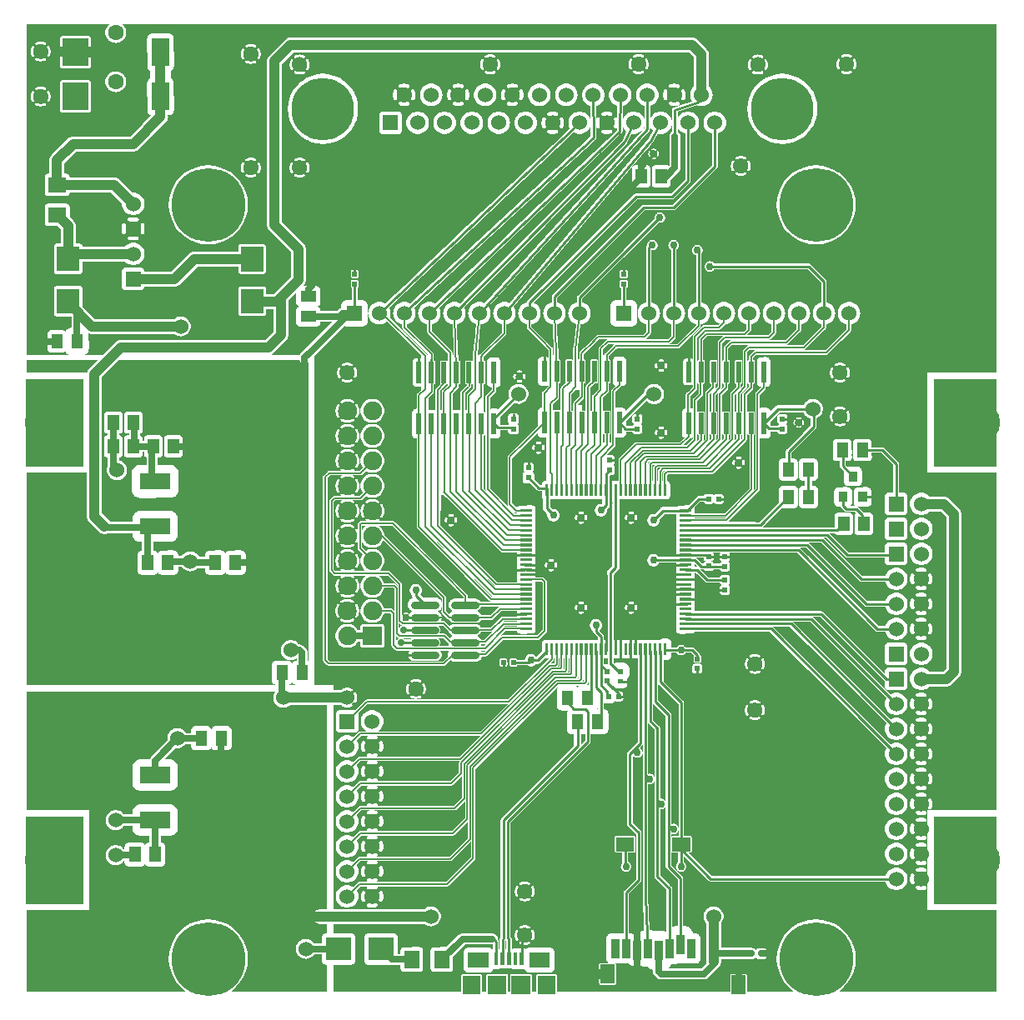
<source format=gtl>
G04 start of page 2 for group 0 idx 0 *
G04 Title: (unknown), component *
G04 Creator: pcb 20140316 *
G04 CreationDate: Sun 31 Aug 2014 13:12:59 GMT UTC *
G04 For: michael *
G04 Format: Gerber/RS-274X *
G04 PCB-Dimensions (mil): 3930.00 3937.00 *
G04 PCB-Coordinate-Origin: lower left *
%MOIN*%
%FSLAX25Y25*%
%LNTOP*%
%ADD45C,0.1250*%
%ADD44C,0.0394*%
%ADD43C,0.0433*%
%ADD42C,0.0380*%
%ADD41C,0.0120*%
%ADD40C,0.0350*%
%ADD39C,0.1340*%
%ADD38C,0.0280*%
%ADD37C,0.0300*%
%ADD36C,0.1500*%
%ADD35C,0.2950*%
%ADD34R,0.0200X0.0200*%
%ADD33R,0.0669X0.0669*%
%ADD32R,0.1024X0.1024*%
%ADD31R,0.0551X0.0551*%
%ADD30R,0.0315X0.0315*%
%ADD29R,0.0110X0.0110*%
%ADD28R,0.0650X0.0650*%
%ADD27C,0.0290*%
%ADD26R,0.0906X0.0906*%
%ADD25R,0.0600X0.0600*%
%ADD24R,0.0158X0.0158*%
%ADD23R,0.0709X0.0709*%
%ADD22R,0.0630X0.0630*%
%ADD21R,0.0450X0.0450*%
%ADD20R,0.0340X0.0340*%
%ADD19C,0.2500*%
%ADD18C,0.0630*%
%ADD17C,0.0748*%
%ADD16C,0.0600*%
%ADD15C,0.0400*%
%ADD14C,0.0250*%
%ADD13C,0.0100*%
%ADD12C,0.0060*%
%ADD11C,0.0001*%
G54D11*G36*
X365000Y248700D02*X390000D01*
Y213700D01*
X365000D01*
Y248700D01*
G37*
G36*
X390000Y73700D02*Y38700D01*
X365000D01*
Y73700D01*
X390000D01*
G37*
G36*
Y3700D02*X360000D01*
Y36200D01*
X390000D01*
Y3700D01*
G37*
G36*
Y76200D02*X363613D01*
Y76553D01*
X363656Y76560D01*
X363768Y76597D01*
X363873Y76652D01*
X363968Y76722D01*
X364051Y76806D01*
X364119Y76902D01*
X364170Y77008D01*
X364318Y77416D01*
X364422Y77837D01*
X364484Y78267D01*
X364505Y78700D01*
X364484Y79133D01*
X364422Y79563D01*
X364318Y79984D01*
X364175Y80394D01*
X364122Y80500D01*
X364053Y80596D01*
X363970Y80681D01*
X363875Y80751D01*
X363769Y80806D01*
X363657Y80843D01*
X363613Y80851D01*
Y86553D01*
X363656Y86560D01*
X363768Y86597D01*
X363873Y86652D01*
X363968Y86722D01*
X364051Y86806D01*
X364119Y86902D01*
X364170Y87008D01*
X364318Y87416D01*
X364422Y87837D01*
X364484Y88267D01*
X364505Y88700D01*
X364484Y89133D01*
X364422Y89563D01*
X364318Y89984D01*
X364175Y90394D01*
X364122Y90500D01*
X364053Y90596D01*
X363970Y90681D01*
X363875Y90751D01*
X363769Y90806D01*
X363657Y90843D01*
X363613Y90851D01*
Y96553D01*
X363656Y96560D01*
X363768Y96597D01*
X363873Y96652D01*
X363968Y96722D01*
X364051Y96806D01*
X364119Y96902D01*
X364170Y97008D01*
X364318Y97416D01*
X364422Y97837D01*
X364484Y98267D01*
X364505Y98700D01*
X364484Y99133D01*
X364422Y99563D01*
X364318Y99984D01*
X364175Y100394D01*
X364122Y100500D01*
X364053Y100596D01*
X363970Y100681D01*
X363875Y100751D01*
X363769Y100806D01*
X363657Y100843D01*
X363613Y100851D01*
Y106553D01*
X363656Y106560D01*
X363768Y106597D01*
X363873Y106652D01*
X363968Y106722D01*
X364051Y106806D01*
X364119Y106902D01*
X364170Y107008D01*
X364318Y107416D01*
X364422Y107837D01*
X364484Y108267D01*
X364505Y108700D01*
X364484Y109133D01*
X364422Y109563D01*
X364318Y109984D01*
X364175Y110394D01*
X364122Y110500D01*
X364053Y110596D01*
X363970Y110681D01*
X363875Y110751D01*
X363769Y110806D01*
X363657Y110843D01*
X363613Y110851D01*
Y116553D01*
X363656Y116560D01*
X363768Y116597D01*
X363873Y116652D01*
X363968Y116722D01*
X364051Y116806D01*
X364119Y116902D01*
X364170Y117008D01*
X364318Y117416D01*
X364422Y117837D01*
X364484Y118267D01*
X364505Y118700D01*
X364484Y119133D01*
X364422Y119563D01*
X364318Y119984D01*
X364175Y120394D01*
X364122Y120500D01*
X364053Y120596D01*
X363970Y120681D01*
X363875Y120751D01*
X363769Y120806D01*
X363657Y120843D01*
X363613Y120851D01*
Y125700D01*
X369882D01*
X370000Y125691D01*
X370470Y125728D01*
X370471Y125728D01*
X370930Y125838D01*
X371366Y126019D01*
X371769Y126265D01*
X372128Y126572D01*
X372205Y126662D01*
X375038Y129496D01*
X375128Y129572D01*
X375434Y129931D01*
X375435Y129931D01*
X375681Y130334D01*
X375862Y130770D01*
X375972Y131229D01*
X376009Y131700D01*
X376000Y131818D01*
Y141700D01*
X376000Y141700D01*
Y194582D01*
X376009Y194700D01*
X375972Y195171D01*
X375972Y195171D01*
X375862Y195630D01*
X375681Y196066D01*
X375435Y196469D01*
X375128Y196828D01*
X375038Y196904D01*
X371204Y200738D01*
X371128Y200828D01*
X370769Y201135D01*
X370366Y201381D01*
X369930Y201562D01*
X369471Y201672D01*
X369000Y201709D01*
X368882Y201700D01*
X363613D01*
Y211200D01*
X390000D01*
Y76200D01*
G37*
G36*
X363613Y201700D02*X363356D01*
X363192Y201892D01*
X362653Y202352D01*
X362049Y202722D01*
X361395Y202993D01*
X360706Y203158D01*
X360000Y203214D01*
Y211200D01*
X363613D01*
Y201700D01*
G37*
G36*
Y76200D02*X360000D01*
Y81700D01*
X360289Y81686D01*
X360575Y81644D01*
X360855Y81576D01*
X361128Y81480D01*
X361239Y81442D01*
X361356Y81425D01*
X361474Y81425D01*
X361591Y81445D01*
X361703Y81482D01*
X361807Y81536D01*
X361902Y81606D01*
X361985Y81691D01*
X362054Y81787D01*
X362107Y81892D01*
X362143Y82005D01*
X362160Y82121D01*
X362159Y82239D01*
X362140Y82356D01*
X362103Y82468D01*
X362048Y82573D01*
X361978Y82668D01*
X361894Y82751D01*
X361798Y82819D01*
X361692Y82870D01*
X361284Y83018D01*
X360863Y83122D01*
X360433Y83184D01*
X360000Y83205D01*
Y84195D01*
X360433Y84216D01*
X360863Y84278D01*
X361284Y84382D01*
X361694Y84525D01*
X361800Y84578D01*
X361896Y84647D01*
X361981Y84730D01*
X362051Y84825D01*
X362106Y84931D01*
X362143Y85043D01*
X362163Y85160D01*
X362164Y85279D01*
X362146Y85396D01*
X362110Y85509D01*
X362057Y85615D01*
X361988Y85712D01*
X361905Y85796D01*
X361809Y85867D01*
X361704Y85921D01*
X361592Y85959D01*
X361475Y85978D01*
X361356Y85979D01*
X361239Y85961D01*
X361126Y85923D01*
X360855Y85824D01*
X360575Y85756D01*
X360289Y85714D01*
X360000Y85700D01*
Y91700D01*
X360289Y91686D01*
X360575Y91644D01*
X360855Y91576D01*
X361128Y91480D01*
X361239Y91442D01*
X361356Y91425D01*
X361474Y91425D01*
X361591Y91445D01*
X361703Y91482D01*
X361807Y91536D01*
X361902Y91606D01*
X361985Y91691D01*
X362054Y91787D01*
X362107Y91892D01*
X362143Y92005D01*
X362160Y92121D01*
X362159Y92239D01*
X362140Y92356D01*
X362103Y92468D01*
X362048Y92573D01*
X361978Y92668D01*
X361894Y92751D01*
X361798Y92819D01*
X361692Y92870D01*
X361284Y93018D01*
X360863Y93122D01*
X360433Y93184D01*
X360000Y93205D01*
Y94195D01*
X360433Y94216D01*
X360863Y94278D01*
X361284Y94382D01*
X361694Y94525D01*
X361800Y94578D01*
X361896Y94647D01*
X361981Y94730D01*
X362051Y94825D01*
X362106Y94931D01*
X362143Y95043D01*
X362163Y95160D01*
X362164Y95279D01*
X362146Y95396D01*
X362110Y95509D01*
X362057Y95615D01*
X361988Y95712D01*
X361905Y95796D01*
X361809Y95867D01*
X361704Y95921D01*
X361592Y95959D01*
X361475Y95978D01*
X361356Y95979D01*
X361239Y95961D01*
X361126Y95923D01*
X360855Y95824D01*
X360575Y95756D01*
X360289Y95714D01*
X360000Y95700D01*
Y101700D01*
X360289Y101686D01*
X360575Y101644D01*
X360855Y101576D01*
X361128Y101480D01*
X361239Y101442D01*
X361356Y101425D01*
X361474Y101425D01*
X361591Y101445D01*
X361703Y101482D01*
X361807Y101536D01*
X361902Y101606D01*
X361985Y101691D01*
X362054Y101787D01*
X362107Y101892D01*
X362143Y102005D01*
X362160Y102121D01*
X362159Y102239D01*
X362140Y102356D01*
X362103Y102468D01*
X362048Y102573D01*
X361978Y102668D01*
X361894Y102751D01*
X361798Y102819D01*
X361692Y102870D01*
X361284Y103018D01*
X360863Y103122D01*
X360433Y103184D01*
X360000Y103205D01*
Y104195D01*
X360433Y104216D01*
X360863Y104278D01*
X361284Y104382D01*
X361694Y104525D01*
X361800Y104578D01*
X361896Y104647D01*
X361981Y104730D01*
X362051Y104825D01*
X362106Y104931D01*
X362143Y105043D01*
X362163Y105160D01*
X362164Y105279D01*
X362146Y105396D01*
X362110Y105509D01*
X362057Y105615D01*
X361988Y105712D01*
X361905Y105796D01*
X361809Y105867D01*
X361704Y105921D01*
X361592Y105959D01*
X361475Y105978D01*
X361356Y105979D01*
X361239Y105961D01*
X361126Y105923D01*
X360855Y105824D01*
X360575Y105756D01*
X360289Y105714D01*
X360000Y105700D01*
Y111700D01*
X360289Y111686D01*
X360575Y111644D01*
X360855Y111576D01*
X361128Y111480D01*
X361239Y111442D01*
X361356Y111425D01*
X361474Y111425D01*
X361591Y111445D01*
X361703Y111482D01*
X361807Y111536D01*
X361902Y111606D01*
X361985Y111691D01*
X362054Y111787D01*
X362107Y111892D01*
X362143Y112005D01*
X362160Y112121D01*
X362159Y112239D01*
X362140Y112356D01*
X362103Y112468D01*
X362048Y112573D01*
X361978Y112668D01*
X361894Y112751D01*
X361798Y112819D01*
X361692Y112870D01*
X361284Y113018D01*
X360863Y113122D01*
X360433Y113184D01*
X360000Y113205D01*
Y114195D01*
X360433Y114216D01*
X360863Y114278D01*
X361284Y114382D01*
X361694Y114525D01*
X361800Y114578D01*
X361896Y114647D01*
X361981Y114730D01*
X362051Y114825D01*
X362106Y114931D01*
X362143Y115043D01*
X362163Y115160D01*
X362164Y115279D01*
X362146Y115396D01*
X362110Y115509D01*
X362057Y115615D01*
X361988Y115712D01*
X361905Y115796D01*
X361809Y115867D01*
X361704Y115921D01*
X361592Y115959D01*
X361475Y115978D01*
X361356Y115979D01*
X361239Y115961D01*
X361126Y115923D01*
X360855Y115824D01*
X360575Y115756D01*
X360289Y115714D01*
X360000Y115700D01*
Y121700D01*
X360289Y121686D01*
X360575Y121644D01*
X360855Y121576D01*
X361128Y121480D01*
X361239Y121442D01*
X361356Y121425D01*
X361474Y121425D01*
X361591Y121445D01*
X361703Y121482D01*
X361807Y121536D01*
X361902Y121606D01*
X361985Y121691D01*
X362054Y121787D01*
X362107Y121892D01*
X362143Y122005D01*
X362160Y122121D01*
X362159Y122239D01*
X362140Y122356D01*
X362103Y122468D01*
X362048Y122573D01*
X361978Y122668D01*
X361894Y122751D01*
X361798Y122819D01*
X361692Y122870D01*
X361284Y123018D01*
X360863Y123122D01*
X360433Y123184D01*
X360000Y123205D01*
Y124186D01*
X360706Y124242D01*
X361395Y124407D01*
X362049Y124678D01*
X362653Y125048D01*
X363192Y125508D01*
X363356Y125700D01*
X363613D01*
Y120851D01*
X363540Y120863D01*
X363421Y120864D01*
X363304Y120846D01*
X363191Y120810D01*
X363085Y120757D01*
X362988Y120688D01*
X362904Y120605D01*
X362833Y120509D01*
X362779Y120404D01*
X362741Y120292D01*
X362722Y120175D01*
X362721Y120056D01*
X362739Y119939D01*
X362777Y119826D01*
X362876Y119555D01*
X362944Y119275D01*
X362986Y118989D01*
X363000Y118700D01*
X362986Y118411D01*
X362944Y118125D01*
X362876Y117845D01*
X362780Y117572D01*
X362742Y117461D01*
X362725Y117344D01*
X362725Y117226D01*
X362745Y117109D01*
X362782Y116997D01*
X362836Y116893D01*
X362906Y116798D01*
X362991Y116715D01*
X363087Y116646D01*
X363192Y116593D01*
X363305Y116557D01*
X363421Y116540D01*
X363539Y116541D01*
X363613Y116553D01*
Y110851D01*
X363540Y110863D01*
X363421Y110864D01*
X363304Y110846D01*
X363191Y110810D01*
X363085Y110757D01*
X362988Y110688D01*
X362904Y110605D01*
X362833Y110509D01*
X362779Y110404D01*
X362741Y110292D01*
X362722Y110175D01*
X362721Y110056D01*
X362739Y109939D01*
X362777Y109826D01*
X362876Y109555D01*
X362944Y109275D01*
X362986Y108989D01*
X363000Y108700D01*
X362986Y108411D01*
X362944Y108125D01*
X362876Y107845D01*
X362780Y107572D01*
X362742Y107461D01*
X362725Y107344D01*
X362725Y107226D01*
X362745Y107109D01*
X362782Y106997D01*
X362836Y106893D01*
X362906Y106798D01*
X362991Y106715D01*
X363087Y106646D01*
X363192Y106593D01*
X363305Y106557D01*
X363421Y106540D01*
X363539Y106541D01*
X363613Y106553D01*
Y100851D01*
X363540Y100863D01*
X363421Y100864D01*
X363304Y100846D01*
X363191Y100810D01*
X363085Y100757D01*
X362988Y100688D01*
X362904Y100605D01*
X362833Y100509D01*
X362779Y100404D01*
X362741Y100292D01*
X362722Y100175D01*
X362721Y100056D01*
X362739Y99939D01*
X362777Y99826D01*
X362876Y99555D01*
X362944Y99275D01*
X362986Y98989D01*
X363000Y98700D01*
X362986Y98411D01*
X362944Y98125D01*
X362876Y97845D01*
X362780Y97572D01*
X362742Y97461D01*
X362725Y97344D01*
X362725Y97226D01*
X362745Y97109D01*
X362782Y96997D01*
X362836Y96893D01*
X362906Y96798D01*
X362991Y96715D01*
X363087Y96646D01*
X363192Y96593D01*
X363305Y96557D01*
X363421Y96540D01*
X363539Y96541D01*
X363613Y96553D01*
Y90851D01*
X363540Y90863D01*
X363421Y90864D01*
X363304Y90846D01*
X363191Y90810D01*
X363085Y90757D01*
X362988Y90688D01*
X362904Y90605D01*
X362833Y90509D01*
X362779Y90404D01*
X362741Y90292D01*
X362722Y90175D01*
X362721Y90056D01*
X362739Y89939D01*
X362777Y89826D01*
X362876Y89555D01*
X362944Y89275D01*
X362986Y88989D01*
X363000Y88700D01*
X362986Y88411D01*
X362944Y88125D01*
X362876Y87845D01*
X362780Y87572D01*
X362742Y87461D01*
X362725Y87344D01*
X362725Y87226D01*
X362745Y87109D01*
X362782Y86997D01*
X362836Y86893D01*
X362906Y86798D01*
X362991Y86715D01*
X363087Y86646D01*
X363192Y86593D01*
X363305Y86557D01*
X363421Y86540D01*
X363539Y86541D01*
X363613Y86553D01*
Y80851D01*
X363540Y80863D01*
X363421Y80864D01*
X363304Y80846D01*
X363191Y80810D01*
X363085Y80757D01*
X362988Y80688D01*
X362904Y80605D01*
X362833Y80509D01*
X362779Y80404D01*
X362741Y80292D01*
X362722Y80175D01*
X362721Y80056D01*
X362739Y79939D01*
X362777Y79826D01*
X362876Y79555D01*
X362944Y79275D01*
X362986Y78989D01*
X363000Y78700D01*
X362986Y78411D01*
X362944Y78125D01*
X362876Y77845D01*
X362780Y77572D01*
X362742Y77461D01*
X362725Y77344D01*
X362725Y77226D01*
X362745Y77109D01*
X362782Y76997D01*
X362836Y76893D01*
X362906Y76798D01*
X362991Y76715D01*
X363087Y76646D01*
X363192Y76593D01*
X363305Y76557D01*
X363421Y76540D01*
X363539Y76541D01*
X363613Y76553D01*
Y76200D01*
G37*
G36*
X360000Y133214D02*Y134186D01*
X360706Y134242D01*
X361395Y134407D01*
X362049Y134678D01*
X362653Y135048D01*
X363192Y135508D01*
X363613Y136002D01*
Y131700D01*
X363356D01*
X363192Y131892D01*
X362653Y132352D01*
X362049Y132722D01*
X361395Y132993D01*
X360706Y133158D01*
X360000Y133214D01*
G37*
G36*
X363613Y141398D02*X363192Y141892D01*
X362653Y142352D01*
X362049Y142722D01*
X361395Y142993D01*
X360706Y143158D01*
X360000Y143214D01*
Y144195D01*
X360433Y144216D01*
X360863Y144278D01*
X361284Y144382D01*
X361694Y144525D01*
X361800Y144578D01*
X361896Y144647D01*
X361981Y144730D01*
X362051Y144825D01*
X362106Y144931D01*
X362143Y145043D01*
X362163Y145160D01*
X362164Y145279D01*
X362146Y145396D01*
X362110Y145509D01*
X362057Y145615D01*
X361988Y145712D01*
X361905Y145796D01*
X361809Y145867D01*
X361704Y145921D01*
X361592Y145959D01*
X361475Y145978D01*
X361356Y145979D01*
X361239Y145961D01*
X361126Y145923D01*
X360855Y145824D01*
X360575Y145756D01*
X360289Y145714D01*
X360000Y145700D01*
Y151700D01*
X360289Y151686D01*
X360575Y151644D01*
X360855Y151576D01*
X361128Y151480D01*
X361239Y151442D01*
X361356Y151425D01*
X361474Y151425D01*
X361591Y151445D01*
X361703Y151482D01*
X361807Y151536D01*
X361902Y151606D01*
X361985Y151691D01*
X362054Y151787D01*
X362107Y151892D01*
X362143Y152005D01*
X362160Y152121D01*
X362159Y152239D01*
X362140Y152356D01*
X362103Y152468D01*
X362048Y152573D01*
X361978Y152668D01*
X361894Y152751D01*
X361798Y152819D01*
X361692Y152870D01*
X361284Y153018D01*
X360863Y153122D01*
X360433Y153184D01*
X360000Y153205D01*
Y154195D01*
X360433Y154216D01*
X360863Y154278D01*
X361284Y154382D01*
X361694Y154525D01*
X361800Y154578D01*
X361896Y154647D01*
X361981Y154730D01*
X362051Y154825D01*
X362106Y154931D01*
X362143Y155043D01*
X362163Y155160D01*
X362164Y155279D01*
X362146Y155396D01*
X362110Y155509D01*
X362057Y155615D01*
X361988Y155712D01*
X361905Y155796D01*
X361809Y155867D01*
X361704Y155921D01*
X361592Y155959D01*
X361475Y155978D01*
X361356Y155979D01*
X361239Y155961D01*
X361126Y155923D01*
X360855Y155824D01*
X360575Y155756D01*
X360289Y155714D01*
X360000Y155700D01*
Y161700D01*
X360289Y161686D01*
X360575Y161644D01*
X360855Y161576D01*
X361128Y161480D01*
X361239Y161442D01*
X361356Y161425D01*
X361474Y161425D01*
X361591Y161445D01*
X361703Y161482D01*
X361807Y161536D01*
X361902Y161606D01*
X361985Y161691D01*
X362054Y161787D01*
X362107Y161892D01*
X362143Y162005D01*
X362160Y162121D01*
X362159Y162239D01*
X362140Y162356D01*
X362103Y162468D01*
X362048Y162573D01*
X361978Y162668D01*
X361894Y162751D01*
X361798Y162819D01*
X361692Y162870D01*
X361284Y163018D01*
X360863Y163122D01*
X360433Y163184D01*
X360000Y163205D01*
Y164195D01*
X360433Y164216D01*
X360863Y164278D01*
X361284Y164382D01*
X361694Y164525D01*
X361800Y164578D01*
X361896Y164647D01*
X361981Y164730D01*
X362051Y164825D01*
X362106Y164931D01*
X362143Y165043D01*
X362163Y165160D01*
X362164Y165279D01*
X362146Y165396D01*
X362110Y165509D01*
X362057Y165615D01*
X361988Y165712D01*
X361905Y165796D01*
X361809Y165867D01*
X361704Y165921D01*
X361592Y165959D01*
X361475Y165978D01*
X361356Y165979D01*
X361239Y165961D01*
X361126Y165923D01*
X360855Y165824D01*
X360575Y165756D01*
X360289Y165714D01*
X360000Y165700D01*
Y171700D01*
X360289Y171686D01*
X360575Y171644D01*
X360855Y171576D01*
X361128Y171480D01*
X361239Y171442D01*
X361356Y171425D01*
X361474Y171425D01*
X361591Y171445D01*
X361703Y171482D01*
X361807Y171536D01*
X361902Y171606D01*
X361985Y171691D01*
X362054Y171787D01*
X362107Y171892D01*
X362143Y172005D01*
X362160Y172121D01*
X362159Y172239D01*
X362140Y172356D01*
X362103Y172468D01*
X362048Y172573D01*
X361978Y172668D01*
X361894Y172751D01*
X361798Y172819D01*
X361692Y172870D01*
X361284Y173018D01*
X360863Y173122D01*
X360433Y173184D01*
X360000Y173205D01*
Y174186D01*
X360706Y174242D01*
X361395Y174407D01*
X362049Y174678D01*
X362653Y175048D01*
X363192Y175508D01*
X363613Y176002D01*
Y170851D01*
X363540Y170863D01*
X363421Y170864D01*
X363304Y170846D01*
X363191Y170810D01*
X363085Y170757D01*
X362988Y170688D01*
X362904Y170605D01*
X362833Y170509D01*
X362779Y170404D01*
X362741Y170292D01*
X362722Y170175D01*
X362721Y170056D01*
X362739Y169939D01*
X362777Y169826D01*
X362876Y169555D01*
X362944Y169275D01*
X362986Y168989D01*
X363000Y168700D01*
X362986Y168411D01*
X362944Y168125D01*
X362876Y167845D01*
X362780Y167572D01*
X362742Y167461D01*
X362725Y167344D01*
X362725Y167226D01*
X362745Y167109D01*
X362782Y166997D01*
X362836Y166893D01*
X362906Y166798D01*
X362991Y166715D01*
X363087Y166646D01*
X363192Y166593D01*
X363305Y166557D01*
X363421Y166540D01*
X363539Y166541D01*
X363613Y166553D01*
Y160851D01*
X363540Y160863D01*
X363421Y160864D01*
X363304Y160846D01*
X363191Y160810D01*
X363085Y160757D01*
X362988Y160688D01*
X362904Y160605D01*
X362833Y160509D01*
X362779Y160404D01*
X362741Y160292D01*
X362722Y160175D01*
X362721Y160056D01*
X362739Y159939D01*
X362777Y159826D01*
X362876Y159555D01*
X362944Y159275D01*
X362986Y158989D01*
X363000Y158700D01*
X362986Y158411D01*
X362944Y158125D01*
X362876Y157845D01*
X362780Y157572D01*
X362742Y157461D01*
X362725Y157344D01*
X362725Y157226D01*
X362745Y157109D01*
X362782Y156997D01*
X362836Y156893D01*
X362906Y156798D01*
X362991Y156715D01*
X363087Y156646D01*
X363192Y156593D01*
X363305Y156557D01*
X363421Y156540D01*
X363539Y156541D01*
X363613Y156553D01*
Y150851D01*
X363540Y150863D01*
X363421Y150864D01*
X363304Y150846D01*
X363191Y150810D01*
X363085Y150757D01*
X362988Y150688D01*
X362904Y150605D01*
X362833Y150509D01*
X362779Y150404D01*
X362741Y150292D01*
X362722Y150175D01*
X362721Y150056D01*
X362739Y149939D01*
X362777Y149826D01*
X362876Y149555D01*
X362944Y149275D01*
X362986Y148989D01*
X363000Y148700D01*
X362986Y148411D01*
X362944Y148125D01*
X362876Y147845D01*
X362780Y147572D01*
X362742Y147461D01*
X362725Y147344D01*
X362725Y147226D01*
X362745Y147109D01*
X362782Y146997D01*
X362836Y146893D01*
X362906Y146798D01*
X362991Y146715D01*
X363087Y146646D01*
X363192Y146593D01*
X363305Y146557D01*
X363421Y146540D01*
X363539Y146541D01*
X363613Y146553D01*
Y141398D01*
G37*
G36*
Y181398D02*X363192Y181892D01*
X362653Y182352D01*
X362049Y182722D01*
X361395Y182993D01*
X360706Y183158D01*
X360000Y183214D01*
Y184186D01*
X360706Y184242D01*
X361395Y184407D01*
X362049Y184678D01*
X362653Y185048D01*
X363192Y185508D01*
X363613Y186002D01*
Y181398D01*
G37*
G36*
Y191398D02*X363192Y191892D01*
X362653Y192352D01*
X362049Y192722D01*
X361395Y192993D01*
X360706Y193158D01*
X360000Y193214D01*
Y194186D01*
X360706Y194242D01*
X361395Y194407D01*
X362049Y194678D01*
X362653Y195048D01*
X363192Y195508D01*
X363356Y195700D01*
X363613D01*
Y191398D01*
G37*
G36*
Y136002D02*X363652Y136047D01*
X364022Y136651D01*
X364293Y137305D01*
X364458Y137994D01*
X364500Y138700D01*
X364458Y139406D01*
X364293Y140095D01*
X364022Y140749D01*
X363652Y141353D01*
X363613Y141398D01*
Y146553D01*
X363656Y146560D01*
X363768Y146597D01*
X363873Y146652D01*
X363968Y146722D01*
X364051Y146806D01*
X364119Y146902D01*
X364170Y147008D01*
X364318Y147416D01*
X364422Y147837D01*
X364484Y148267D01*
X364505Y148700D01*
X364484Y149133D01*
X364422Y149563D01*
X364318Y149984D01*
X364175Y150394D01*
X364122Y150500D01*
X364053Y150596D01*
X363970Y150681D01*
X363875Y150751D01*
X363769Y150806D01*
X363657Y150843D01*
X363613Y150851D01*
Y156553D01*
X363656Y156560D01*
X363768Y156597D01*
X363873Y156652D01*
X363968Y156722D01*
X364051Y156806D01*
X364119Y156902D01*
X364170Y157008D01*
X364318Y157416D01*
X364422Y157837D01*
X364484Y158267D01*
X364505Y158700D01*
X364484Y159133D01*
X364422Y159563D01*
X364318Y159984D01*
X364175Y160394D01*
X364122Y160500D01*
X364053Y160596D01*
X363970Y160681D01*
X363875Y160751D01*
X363769Y160806D01*
X363657Y160843D01*
X363613Y160851D01*
Y166553D01*
X363656Y166560D01*
X363768Y166597D01*
X363873Y166652D01*
X363968Y166722D01*
X364051Y166806D01*
X364119Y166902D01*
X364170Y167008D01*
X364318Y167416D01*
X364422Y167837D01*
X364484Y168267D01*
X364505Y168700D01*
X364484Y169133D01*
X364422Y169563D01*
X364318Y169984D01*
X364175Y170394D01*
X364122Y170500D01*
X364053Y170596D01*
X363970Y170681D01*
X363875Y170751D01*
X363769Y170806D01*
X363657Y170843D01*
X363613Y170851D01*
Y176002D01*
X363652Y176047D01*
X364022Y176651D01*
X364293Y177305D01*
X364458Y177994D01*
X364500Y178700D01*
X364458Y179406D01*
X364293Y180095D01*
X364022Y180749D01*
X363652Y181353D01*
X363613Y181398D01*
Y186002D01*
X363652Y186047D01*
X364022Y186651D01*
X364293Y187305D01*
X364458Y187994D01*
X364500Y188700D01*
X364458Y189406D01*
X364293Y190095D01*
X364022Y190749D01*
X363652Y191353D01*
X363613Y191398D01*
Y195700D01*
X367757D01*
X370000Y193457D01*
Y141700D01*
X370000Y141700D01*
Y132943D01*
X368757Y131700D01*
X363613D01*
Y136002D01*
G37*
G36*
X363652Y136047D01*
X364022Y136651D01*
X364293Y137305D01*
X364458Y137994D01*
X364500Y138700D01*
X364458Y139406D01*
X364293Y140095D01*
X364022Y140749D01*
X363652Y141353D01*
X363613Y141398D01*
Y146553D01*
X363656Y146560D01*
X363768Y146597D01*
X363873Y146652D01*
X363968Y146722D01*
X364051Y146806D01*
X364119Y146902D01*
X364170Y147008D01*
X364318Y147416D01*
X364422Y147837D01*
X364484Y148267D01*
X364505Y148700D01*
X364484Y149133D01*
X364422Y149563D01*
X364318Y149984D01*
X364175Y150394D01*
X364122Y150500D01*
X364053Y150596D01*
X363970Y150681D01*
X363875Y150751D01*
X363769Y150806D01*
X363657Y150843D01*
X363613Y150851D01*
Y156553D01*
X363656Y156560D01*
X363768Y156597D01*
X363873Y156652D01*
X363968Y156722D01*
X364051Y156806D01*
X364119Y156902D01*
X364170Y157008D01*
X364318Y157416D01*
X364422Y157837D01*
X364484Y158267D01*
X364505Y158700D01*
X364484Y159133D01*
X364422Y159563D01*
X364318Y159984D01*
X364175Y160394D01*
X364122Y160500D01*
X364053Y160596D01*
X363970Y160681D01*
X363875Y160751D01*
X363769Y160806D01*
X363657Y160843D01*
X363613Y160851D01*
Y166553D01*
X363656Y166560D01*
X363768Y166597D01*
X363873Y166652D01*
X363968Y166722D01*
X364051Y166806D01*
X364119Y166902D01*
X364170Y167008D01*
X364318Y167416D01*
X364422Y167837D01*
X364484Y168267D01*
X364505Y168700D01*
X364484Y169133D01*
X364422Y169563D01*
X364318Y169984D01*
X364175Y170394D01*
X364122Y170500D01*
X364053Y170596D01*
X363970Y170681D01*
X363875Y170751D01*
X363769Y170806D01*
X363657Y170843D01*
X363613Y170851D01*
Y176002D01*
X363652Y176047D01*
X364022Y176651D01*
X364293Y177305D01*
X364458Y177994D01*
X364500Y178700D01*
X364458Y179406D01*
X364293Y180095D01*
X364022Y180749D01*
X363652Y181353D01*
X363613Y181398D01*
Y186002D01*
X363652Y186047D01*
X364022Y186651D01*
X364293Y187305D01*
X364458Y187994D01*
X364500Y188700D01*
X364458Y189406D01*
X364293Y190095D01*
X364022Y190749D01*
X363652Y191353D01*
X363613Y191398D01*
Y195700D01*
X367757D01*
X370000Y193457D01*
Y141700D01*
X370000Y141700D01*
Y132943D01*
X368857Y131800D01*
X363613D01*
Y136002D01*
G37*
G36*
Y191398D02*X363192Y191892D01*
X362653Y192352D01*
X362049Y192722D01*
X361395Y192993D01*
X361300Y193016D01*
Y194384D01*
X361395Y194407D01*
X362049Y194678D01*
X362653Y195048D01*
X363192Y195508D01*
X363356Y195700D01*
X363613D01*
Y191398D01*
G37*
G36*
Y181398D02*X363192Y181892D01*
X362653Y182352D01*
X362049Y182722D01*
X361395Y182993D01*
X361300Y183016D01*
Y184384D01*
X361395Y184407D01*
X362049Y184678D01*
X362653Y185048D01*
X363192Y185508D01*
X363613Y186002D01*
Y181398D01*
G37*
G36*
Y141398D02*X363192Y141892D01*
X362653Y142352D01*
X362049Y142722D01*
X361395Y142993D01*
X361300Y143016D01*
Y144387D01*
X361694Y144525D01*
X361800Y144578D01*
X361896Y144647D01*
X361981Y144730D01*
X362051Y144825D01*
X362106Y144931D01*
X362143Y145043D01*
X362163Y145160D01*
X362164Y145279D01*
X362146Y145396D01*
X362110Y145509D01*
X362057Y145615D01*
X361988Y145712D01*
X361905Y145796D01*
X361809Y145867D01*
X361704Y145921D01*
X361592Y145959D01*
X361475Y145978D01*
X361356Y145979D01*
X361300Y145971D01*
Y151433D01*
X361356Y151425D01*
X361474Y151425D01*
X361591Y151445D01*
X361703Y151482D01*
X361807Y151536D01*
X361902Y151606D01*
X361985Y151691D01*
X362054Y151787D01*
X362107Y151892D01*
X362143Y152005D01*
X362160Y152121D01*
X362159Y152239D01*
X362140Y152356D01*
X362103Y152468D01*
X362048Y152573D01*
X361978Y152668D01*
X361894Y152751D01*
X361798Y152819D01*
X361692Y152870D01*
X361300Y153013D01*
Y154387D01*
X361694Y154525D01*
X361800Y154578D01*
X361896Y154647D01*
X361981Y154730D01*
X362051Y154825D01*
X362106Y154931D01*
X362143Y155043D01*
X362163Y155160D01*
X362164Y155279D01*
X362146Y155396D01*
X362110Y155509D01*
X362057Y155615D01*
X361988Y155712D01*
X361905Y155796D01*
X361809Y155867D01*
X361704Y155921D01*
X361592Y155959D01*
X361475Y155978D01*
X361356Y155979D01*
X361300Y155971D01*
Y161433D01*
X361356Y161425D01*
X361474Y161425D01*
X361591Y161445D01*
X361703Y161482D01*
X361807Y161536D01*
X361902Y161606D01*
X361985Y161691D01*
X362054Y161787D01*
X362107Y161892D01*
X362143Y162005D01*
X362160Y162121D01*
X362159Y162239D01*
X362140Y162356D01*
X362103Y162468D01*
X362048Y162573D01*
X361978Y162668D01*
X361894Y162751D01*
X361798Y162819D01*
X361692Y162870D01*
X361300Y163013D01*
Y164387D01*
X361694Y164525D01*
X361800Y164578D01*
X361896Y164647D01*
X361981Y164730D01*
X362051Y164825D01*
X362106Y164931D01*
X362143Y165043D01*
X362163Y165160D01*
X362164Y165279D01*
X362146Y165396D01*
X362110Y165509D01*
X362057Y165615D01*
X361988Y165712D01*
X361905Y165796D01*
X361809Y165867D01*
X361704Y165921D01*
X361592Y165959D01*
X361475Y165978D01*
X361356Y165979D01*
X361300Y165971D01*
Y171433D01*
X361356Y171425D01*
X361474Y171425D01*
X361591Y171445D01*
X361703Y171482D01*
X361807Y171536D01*
X361902Y171606D01*
X361985Y171691D01*
X362054Y171787D01*
X362107Y171892D01*
X362143Y172005D01*
X362160Y172121D01*
X362159Y172239D01*
X362140Y172356D01*
X362103Y172468D01*
X362048Y172573D01*
X361978Y172668D01*
X361894Y172751D01*
X361798Y172819D01*
X361692Y172870D01*
X361300Y173013D01*
Y174384D01*
X361395Y174407D01*
X362049Y174678D01*
X362653Y175048D01*
X363192Y175508D01*
X363613Y176002D01*
Y170851D01*
X363540Y170863D01*
X363421Y170864D01*
X363304Y170846D01*
X363191Y170810D01*
X363085Y170757D01*
X362988Y170688D01*
X362904Y170605D01*
X362833Y170509D01*
X362779Y170404D01*
X362741Y170292D01*
X362722Y170175D01*
X362721Y170056D01*
X362739Y169939D01*
X362777Y169826D01*
X362876Y169555D01*
X362944Y169275D01*
X362986Y168989D01*
X363000Y168700D01*
X362986Y168411D01*
X362944Y168125D01*
X362876Y167845D01*
X362780Y167572D01*
X362742Y167461D01*
X362725Y167344D01*
X362725Y167226D01*
X362745Y167109D01*
X362782Y166997D01*
X362836Y166893D01*
X362906Y166798D01*
X362991Y166715D01*
X363087Y166646D01*
X363192Y166593D01*
X363305Y166557D01*
X363421Y166540D01*
X363539Y166541D01*
X363613Y166553D01*
Y160851D01*
X363540Y160863D01*
X363421Y160864D01*
X363304Y160846D01*
X363191Y160810D01*
X363085Y160757D01*
X362988Y160688D01*
X362904Y160605D01*
X362833Y160509D01*
X362779Y160404D01*
X362741Y160292D01*
X362722Y160175D01*
X362721Y160056D01*
X362739Y159939D01*
X362777Y159826D01*
X362876Y159555D01*
X362944Y159275D01*
X362986Y158989D01*
X363000Y158700D01*
X362986Y158411D01*
X362944Y158125D01*
X362876Y157845D01*
X362780Y157572D01*
X362742Y157461D01*
X362725Y157344D01*
X362725Y157226D01*
X362745Y157109D01*
X362782Y156997D01*
X362836Y156893D01*
X362906Y156798D01*
X362991Y156715D01*
X363087Y156646D01*
X363192Y156593D01*
X363305Y156557D01*
X363421Y156540D01*
X363539Y156541D01*
X363613Y156553D01*
Y150851D01*
X363540Y150863D01*
X363421Y150864D01*
X363304Y150846D01*
X363191Y150810D01*
X363085Y150757D01*
X362988Y150688D01*
X362904Y150605D01*
X362833Y150509D01*
X362779Y150404D01*
X362741Y150292D01*
X362722Y150175D01*
X362721Y150056D01*
X362739Y149939D01*
X362777Y149826D01*
X362876Y149555D01*
X362944Y149275D01*
X362986Y148989D01*
X363000Y148700D01*
X362986Y148411D01*
X362944Y148125D01*
X362876Y147845D01*
X362780Y147572D01*
X362742Y147461D01*
X362725Y147344D01*
X362725Y147226D01*
X362745Y147109D01*
X362782Y146997D01*
X362836Y146893D01*
X362906Y146798D01*
X362991Y146715D01*
X363087Y146646D01*
X363192Y146593D01*
X363305Y146557D01*
X363421Y146540D01*
X363539Y146541D01*
X363613Y146553D01*
Y141398D01*
G37*
G36*
X361300Y133016D02*Y134384D01*
X361395Y134407D01*
X362049Y134678D01*
X362653Y135048D01*
X363192Y135508D01*
X363613Y136002D01*
Y131800D01*
X363270D01*
X363192Y131892D01*
X362653Y132352D01*
X362049Y132722D01*
X361395Y132993D01*
X361300Y133016D01*
G37*
G36*
X370662Y201200D02*X374600D01*
Y197343D01*
X371204Y200738D01*
X371128Y200828D01*
X370769Y201135D01*
X370662Y201200D01*
G37*
G36*
X390000Y261200D02*Y251200D01*
X357500D01*
Y261200D01*
X390000D01*
G37*
G36*
X257959Y260900D02*X262865D01*
X262900Y260897D01*
X263041Y260908D01*
X263041Y260908D01*
X263179Y260941D01*
X263310Y260996D01*
X263431Y261070D01*
X263538Y261162D01*
X263561Y261189D01*
X269000Y266627D01*
Y266473D01*
X268889Y266361D01*
X268862Y266338D01*
X268770Y266231D01*
X268696Y266110D01*
X268641Y265979D01*
X268608Y265841D01*
X268608Y265841D01*
X268597Y265700D01*
X268600Y265665D01*
Y256622D01*
X268501Y256683D01*
X268341Y256749D01*
X268173Y256790D01*
X268000Y256800D01*
X265827Y256790D01*
X265659Y256749D01*
X265499Y256683D01*
X265351Y256593D01*
X265220Y256480D01*
X265107Y256349D01*
X265017Y256201D01*
X264951Y256041D01*
X264910Y255873D01*
X264900Y255700D01*
X264910Y247027D01*
X264951Y246859D01*
X265017Y246699D01*
X265107Y246551D01*
X265220Y246420D01*
X265351Y246307D01*
X265499Y246217D01*
X265659Y246151D01*
X265827Y246110D01*
X266000Y246100D01*
X268173Y246110D01*
X268341Y246151D01*
X268501Y246217D01*
X268600Y246278D01*
Y245173D01*
X266828Y243401D01*
X266800Y243403D01*
X266659Y243392D01*
X266521Y243359D01*
X266390Y243304D01*
X266269Y243230D01*
X266162Y243138D01*
X266070Y243031D01*
X265996Y242910D01*
X265941Y242779D01*
X265908Y242641D01*
X265900Y242500D01*
Y242135D01*
X265897Y242100D01*
X265900Y242065D01*
Y236885D01*
X265733Y236884D01*
X265473Y236822D01*
X265226Y236719D01*
X264998Y236580D01*
X264794Y236406D01*
X264620Y236202D01*
X264481Y235974D01*
X264378Y235727D01*
X264316Y235467D01*
X264300Y235200D01*
X264316Y226433D01*
X264378Y226173D01*
X264481Y225926D01*
X264620Y225698D01*
X264794Y225494D01*
X264998Y225320D01*
X265226Y225181D01*
X265355Y225127D01*
X263527Y223300D01*
X257959D01*
Y226138D01*
X258012Y226144D01*
X258088Y226165D01*
X258160Y226197D01*
X258225Y226240D01*
X258284Y226293D01*
X258333Y226354D01*
X258372Y226422D01*
X258399Y226496D01*
X258458Y226727D01*
X258492Y226962D01*
X258503Y227200D01*
X258492Y227438D01*
X258458Y227673D01*
X258402Y227905D01*
X258374Y227979D01*
X258335Y228047D01*
X258285Y228109D01*
X258226Y228162D01*
X258160Y228205D01*
X258088Y228237D01*
X258012Y228258D01*
X257959Y228263D01*
Y252938D01*
X258012Y252944D01*
X258088Y252965D01*
X258160Y252997D01*
X258225Y253040D01*
X258284Y253093D01*
X258333Y253154D01*
X258372Y253222D01*
X258399Y253296D01*
X258458Y253527D01*
X258492Y253762D01*
X258503Y254000D01*
X258492Y254238D01*
X258458Y254473D01*
X258402Y254705D01*
X258374Y254779D01*
X258335Y254847D01*
X258285Y254909D01*
X258226Y254962D01*
X258160Y255005D01*
X258088Y255037D01*
X258012Y255058D01*
X257959Y255063D01*
Y260900D01*
G37*
G36*
X256001Y239837D02*X256346Y240242D01*
X256675Y240778D01*
X256916Y241360D01*
X257063Y241972D01*
X257100Y242600D01*
X257063Y243228D01*
X256916Y243840D01*
X256675Y244422D01*
X256346Y244958D01*
X256001Y245363D01*
Y251497D01*
X256238Y251508D01*
X256473Y251542D01*
X256705Y251598D01*
X256779Y251626D01*
X256847Y251665D01*
X256909Y251715D01*
X256962Y251774D01*
X257005Y251840D01*
X257037Y251912D01*
X257058Y251988D01*
X257066Y252066D01*
X257062Y252145D01*
X257046Y252223D01*
X257018Y252296D01*
X256979Y252365D01*
X256929Y252426D01*
X256870Y252479D01*
X256804Y252523D01*
X256732Y252555D01*
X256656Y252575D01*
X256578Y252584D01*
X256499Y252580D01*
X256422Y252562D01*
X256284Y252527D01*
X256142Y252507D01*
X256001Y252500D01*
Y255500D01*
X256142Y255493D01*
X256284Y255473D01*
X256422Y255439D01*
X256499Y255422D01*
X256578Y255418D01*
X256656Y255426D01*
X256732Y255447D01*
X256804Y255479D01*
X256869Y255522D01*
X256928Y255575D01*
X256977Y255636D01*
X257016Y255704D01*
X257044Y255778D01*
X257060Y255855D01*
X257064Y255934D01*
X257056Y256012D01*
X257035Y256088D01*
X257003Y256160D01*
X256960Y256225D01*
X256907Y256284D01*
X256846Y256333D01*
X256778Y256372D01*
X256704Y256399D01*
X256473Y256458D01*
X256238Y256492D01*
X256001Y256503D01*
Y260900D01*
X257959D01*
Y255063D01*
X257934Y255066D01*
X257855Y255062D01*
X257777Y255046D01*
X257704Y255018D01*
X257635Y254979D01*
X257574Y254929D01*
X257521Y254870D01*
X257477Y254804D01*
X257445Y254732D01*
X257425Y254656D01*
X257416Y254578D01*
X257420Y254499D01*
X257438Y254422D01*
X257473Y254284D01*
X257493Y254142D01*
X257500Y254000D01*
X257493Y253858D01*
X257473Y253716D01*
X257439Y253578D01*
X257422Y253501D01*
X257418Y253422D01*
X257426Y253344D01*
X257447Y253268D01*
X257479Y253196D01*
X257522Y253131D01*
X257575Y253072D01*
X257636Y253023D01*
X257704Y252984D01*
X257778Y252956D01*
X257855Y252940D01*
X257934Y252936D01*
X257959Y252938D01*
Y228263D01*
X257934Y228266D01*
X257855Y228262D01*
X257777Y228246D01*
X257704Y228218D01*
X257635Y228179D01*
X257574Y228129D01*
X257521Y228070D01*
X257477Y228004D01*
X257445Y227932D01*
X257425Y227856D01*
X257416Y227778D01*
X257420Y227699D01*
X257438Y227622D01*
X257473Y227484D01*
X257493Y227342D01*
X257500Y227200D01*
X257493Y227058D01*
X257473Y226916D01*
X257439Y226778D01*
X257422Y226701D01*
X257418Y226622D01*
X257426Y226544D01*
X257447Y226468D01*
X257479Y226396D01*
X257522Y226331D01*
X257575Y226272D01*
X257636Y226223D01*
X257704Y226184D01*
X257778Y226156D01*
X257855Y226140D01*
X257934Y226136D01*
X257959Y226138D01*
Y223300D01*
X256001D01*
Y224697D01*
X256238Y224708D01*
X256473Y224742D01*
X256705Y224798D01*
X256779Y224826D01*
X256847Y224865D01*
X256909Y224915D01*
X256962Y224974D01*
X257005Y225040D01*
X257037Y225112D01*
X257058Y225188D01*
X257066Y225266D01*
X257062Y225345D01*
X257046Y225423D01*
X257018Y225496D01*
X256979Y225565D01*
X256929Y225626D01*
X256870Y225679D01*
X256804Y225723D01*
X256732Y225755D01*
X256656Y225775D01*
X256578Y225784D01*
X256499Y225780D01*
X256422Y225762D01*
X256284Y225727D01*
X256142Y225707D01*
X256001Y225700D01*
Y228700D01*
X256142Y228693D01*
X256284Y228673D01*
X256422Y228639D01*
X256499Y228622D01*
X256578Y228618D01*
X256656Y228626D01*
X256732Y228647D01*
X256804Y228679D01*
X256869Y228722D01*
X256928Y228775D01*
X256977Y228836D01*
X257016Y228904D01*
X257044Y228978D01*
X257060Y229055D01*
X257064Y229134D01*
X257056Y229212D01*
X257035Y229288D01*
X257003Y229360D01*
X256960Y229425D01*
X256907Y229484D01*
X256846Y229533D01*
X256778Y229572D01*
X256704Y229599D01*
X256473Y229658D01*
X256238Y229692D01*
X256001Y229703D01*
Y239837D01*
G37*
G36*
Y245363D02*X255937Y245437D01*
X255458Y245846D01*
X254922Y246175D01*
X254340Y246416D01*
X254041Y246488D01*
Y252937D01*
X254066Y252934D01*
X254145Y252938D01*
X254223Y252954D01*
X254296Y252982D01*
X254365Y253021D01*
X254426Y253071D01*
X254479Y253130D01*
X254523Y253196D01*
X254555Y253268D01*
X254575Y253344D01*
X254584Y253422D01*
X254580Y253501D01*
X254562Y253578D01*
X254527Y253716D01*
X254507Y253858D01*
X254500Y254000D01*
X254507Y254142D01*
X254527Y254284D01*
X254561Y254422D01*
X254578Y254499D01*
X254582Y254578D01*
X254574Y254656D01*
X254553Y254732D01*
X254521Y254804D01*
X254478Y254869D01*
X254425Y254928D01*
X254364Y254977D01*
X254296Y255016D01*
X254222Y255044D01*
X254145Y255060D01*
X254066Y255064D01*
X254041Y255062D01*
Y260900D01*
X256001D01*
Y256503D01*
X256000Y256503D01*
X255762Y256492D01*
X255527Y256458D01*
X255295Y256402D01*
X255221Y256374D01*
X255153Y256335D01*
X255091Y256285D01*
X255038Y256226D01*
X254995Y256160D01*
X254963Y256088D01*
X254942Y256012D01*
X254934Y255934D01*
X254938Y255855D01*
X254954Y255777D01*
X254982Y255704D01*
X255021Y255635D01*
X255071Y255574D01*
X255130Y255521D01*
X255196Y255477D01*
X255268Y255445D01*
X255344Y255425D01*
X255422Y255416D01*
X255501Y255420D01*
X255578Y255438D01*
X255716Y255473D01*
X255858Y255493D01*
X256000Y255500D01*
X256001Y255500D01*
Y252500D01*
X256000Y252500D01*
X255858Y252507D01*
X255716Y252527D01*
X255578Y252561D01*
X255501Y252578D01*
X255422Y252582D01*
X255344Y252574D01*
X255268Y252553D01*
X255196Y252521D01*
X255131Y252478D01*
X255072Y252425D01*
X255023Y252364D01*
X254984Y252296D01*
X254956Y252222D01*
X254940Y252145D01*
X254936Y252066D01*
X254944Y251988D01*
X254965Y251912D01*
X254997Y251840D01*
X255040Y251775D01*
X255093Y251716D01*
X255154Y251667D01*
X255222Y251628D01*
X255296Y251601D01*
X255527Y251542D01*
X255762Y251508D01*
X256000Y251497D01*
X256001Y251497D01*
Y245363D01*
G37*
G36*
X254041Y246488D02*X253728Y246563D01*
X253100Y246612D01*
X252472Y246563D01*
X251860Y246416D01*
X251278Y246175D01*
X250742Y245846D01*
X250263Y245437D01*
X249854Y244958D01*
X249525Y244422D01*
X249284Y243840D01*
X249137Y243228D01*
X249131Y243152D01*
X241928Y235950D01*
X241922Y235977D01*
X241819Y236224D01*
X241680Y236452D01*
X241506Y236656D01*
X241302Y236830D01*
X241074Y236969D01*
X240827Y237072D01*
X240567Y237134D01*
X240300Y237150D01*
X238033Y237134D01*
X237800Y237078D01*
Y243427D01*
X239911Y245539D01*
X239938Y245562D01*
X240030Y245669D01*
X240087Y245762D01*
X240567Y245766D01*
X240827Y245828D01*
X241074Y245931D01*
X241302Y246070D01*
X241506Y246244D01*
X241680Y246448D01*
X241819Y246676D01*
X241922Y246923D01*
X241984Y247183D01*
X242000Y247450D01*
X241984Y256217D01*
X241922Y256477D01*
X241819Y256724D01*
X241680Y256952D01*
X241506Y257156D01*
X241302Y257330D01*
X241074Y257469D01*
X240827Y257572D01*
X240567Y257634D01*
X240300Y257650D01*
X238033Y257634D01*
X237773Y257572D01*
X237526Y257469D01*
X237298Y257330D01*
X237094Y257156D01*
X236920Y256952D01*
X236781Y256724D01*
X236678Y256477D01*
X236616Y256217D01*
X236600Y255950D01*
X236616Y247183D01*
X236678Y246923D01*
X236781Y246676D01*
X236920Y246448D01*
X237094Y246244D01*
X237298Y246070D01*
X237526Y245931D01*
X237690Y245863D01*
X236289Y244461D01*
X236262Y244438D01*
X236170Y244331D01*
X236096Y244210D01*
X236041Y244079D01*
X236008Y243941D01*
X236008Y243941D01*
X235997Y243800D01*
X236000Y243765D01*
Y223200D01*
X235300D01*
Y226454D01*
X235378Y226455D01*
X235455Y226473D01*
X235528Y226503D01*
X235595Y226544D01*
X235655Y226595D01*
X235706Y226655D01*
X235747Y226722D01*
X235777Y226795D01*
X235795Y226872D01*
X235800Y226950D01*
X235795Y235528D01*
X235777Y235605D01*
X235747Y235678D01*
X235706Y235745D01*
X235655Y235805D01*
X235595Y235856D01*
X235528Y235897D01*
X235455Y235927D01*
X235378Y235945D01*
X235300Y235950D01*
X233222Y235945D01*
X233145Y235927D01*
X233072Y235897D01*
X233005Y235856D01*
X232945Y235805D01*
X232894Y235745D01*
X232853Y235678D01*
X232823Y235605D01*
X232805Y235528D01*
X232800Y235450D01*
X232805Y226872D01*
X232823Y226795D01*
X232853Y226722D01*
X232894Y226655D01*
X232945Y226595D01*
X233005Y226544D01*
X233072Y226503D01*
X233145Y226473D01*
X233222Y226455D01*
X233300Y226450D01*
X233500Y226450D01*
Y223200D01*
X232700D01*
Y241127D01*
X234911Y243339D01*
X234938Y243362D01*
X235030Y243469D01*
X235030Y243469D01*
X235104Y243590D01*
X235159Y243721D01*
X235192Y243859D01*
X235203Y244000D01*
X235200Y244035D01*
Y246954D01*
X235378Y246955D01*
X235455Y246973D01*
X235528Y247003D01*
X235595Y247044D01*
X235655Y247095D01*
X235706Y247155D01*
X235747Y247222D01*
X235777Y247295D01*
X235795Y247372D01*
X235800Y247450D01*
X235795Y256028D01*
X235777Y256105D01*
X235747Y256178D01*
X235706Y256245D01*
X235655Y256305D01*
X235595Y256356D01*
X235528Y256397D01*
X235455Y256427D01*
X235378Y256445D01*
X235300Y256450D01*
X235200Y256450D01*
Y257827D01*
X237986Y260614D01*
X238010Y260640D01*
X238036Y260664D01*
X238273Y260900D01*
X254041D01*
Y255062D01*
X253988Y255056D01*
X253912Y255035D01*
X253840Y255003D01*
X253775Y254960D01*
X253716Y254907D01*
X253667Y254846D01*
X253628Y254778D01*
X253601Y254704D01*
X253542Y254473D01*
X253508Y254238D01*
X253497Y254000D01*
X253508Y253762D01*
X253542Y253527D01*
X253598Y253295D01*
X253626Y253221D01*
X253665Y253153D01*
X253715Y253091D01*
X253774Y253038D01*
X253840Y252995D01*
X253912Y252963D01*
X253988Y252942D01*
X254041Y252937D01*
Y246488D01*
G37*
G36*
Y238712D02*X254340Y238784D01*
X254922Y239025D01*
X255458Y239354D01*
X255937Y239763D01*
X256001Y239837D01*
Y229703D01*
X256000Y229703D01*
X255762Y229692D01*
X255527Y229658D01*
X255295Y229602D01*
X255221Y229574D01*
X255153Y229535D01*
X255091Y229485D01*
X255038Y229426D01*
X254995Y229360D01*
X254963Y229288D01*
X254942Y229212D01*
X254934Y229134D01*
X254938Y229055D01*
X254954Y228977D01*
X254982Y228904D01*
X255021Y228835D01*
X255071Y228774D01*
X255130Y228721D01*
X255196Y228677D01*
X255268Y228645D01*
X255344Y228625D01*
X255422Y228616D01*
X255501Y228620D01*
X255578Y228638D01*
X255716Y228673D01*
X255858Y228693D01*
X256000Y228700D01*
X256001Y228700D01*
Y225700D01*
X256000Y225700D01*
X255858Y225707D01*
X255716Y225727D01*
X255578Y225761D01*
X255501Y225778D01*
X255422Y225782D01*
X255344Y225774D01*
X255268Y225753D01*
X255196Y225721D01*
X255131Y225678D01*
X255072Y225625D01*
X255023Y225564D01*
X254984Y225496D01*
X254956Y225422D01*
X254940Y225345D01*
X254936Y225266D01*
X254944Y225188D01*
X254965Y225112D01*
X254997Y225040D01*
X255040Y224975D01*
X255093Y224916D01*
X255154Y224867D01*
X255222Y224828D01*
X255296Y224801D01*
X255527Y224742D01*
X255762Y224708D01*
X256000Y224697D01*
X256001Y224697D01*
Y223300D01*
X254041D01*
Y226137D01*
X254066Y226134D01*
X254145Y226138D01*
X254223Y226154D01*
X254296Y226182D01*
X254365Y226221D01*
X254426Y226271D01*
X254479Y226330D01*
X254523Y226396D01*
X254555Y226468D01*
X254575Y226544D01*
X254584Y226622D01*
X254580Y226701D01*
X254562Y226778D01*
X254527Y226916D01*
X254507Y227058D01*
X254500Y227200D01*
X254507Y227342D01*
X254527Y227484D01*
X254561Y227622D01*
X254578Y227699D01*
X254582Y227778D01*
X254574Y227856D01*
X254553Y227932D01*
X254521Y228004D01*
X254478Y228069D01*
X254425Y228128D01*
X254364Y228177D01*
X254296Y228216D01*
X254222Y228244D01*
X254145Y228260D01*
X254066Y228264D01*
X254041Y228262D01*
Y238712D01*
G37*
G36*
X247669Y230668D02*X247794Y230698D01*
X247940Y230759D01*
X248074Y230841D01*
X248194Y230943D01*
X248296Y231063D01*
X248378Y231197D01*
X248438Y231342D01*
X248475Y231496D01*
X248484Y231652D01*
X248475Y233778D01*
X248438Y233931D01*
X248378Y234077D01*
X248296Y234211D01*
X248194Y234331D01*
X248074Y234433D01*
X247940Y234515D01*
X247794Y234575D01*
X247641Y234612D01*
X247484Y234621D01*
X245359Y234612D01*
X245205Y234575D01*
X245060Y234515D01*
X244926Y234433D01*
X244806Y234331D01*
X244704Y234211D01*
X244622Y234077D01*
X244561Y233931D01*
X244525Y233778D01*
X244515Y233621D01*
X244525Y231496D01*
X244561Y231342D01*
X244622Y231197D01*
X244704Y231063D01*
X244806Y230943D01*
X244926Y230841D01*
X245060Y230759D01*
X245205Y230698D01*
X245330Y230668D01*
X245205Y230638D01*
X245060Y230578D01*
X244926Y230496D01*
X244806Y230394D01*
X244704Y230274D01*
X244622Y230140D01*
X244561Y229994D01*
X244525Y229841D01*
X244522Y229800D01*
X242256D01*
X241994Y230061D01*
X241991Y231770D01*
X250134Y239913D01*
X250263Y239763D01*
X250742Y239354D01*
X251278Y239025D01*
X251860Y238784D01*
X252472Y238637D01*
X253100Y238588D01*
X253728Y238637D01*
X254041Y238712D01*
Y228262D01*
X253988Y228256D01*
X253912Y228235D01*
X253840Y228203D01*
X253775Y228160D01*
X253716Y228107D01*
X253667Y228046D01*
X253628Y227978D01*
X253601Y227904D01*
X253542Y227673D01*
X253508Y227438D01*
X253497Y227200D01*
X253508Y226962D01*
X253542Y226727D01*
X253598Y226495D01*
X253626Y226421D01*
X253665Y226353D01*
X253715Y226291D01*
X253774Y226238D01*
X253840Y226195D01*
X253912Y226163D01*
X253988Y226142D01*
X254041Y226137D01*
Y223300D01*
X246135D01*
X246100Y223303D01*
X245959Y223292D01*
X245821Y223259D01*
X245690Y223204D01*
X245683Y223200D01*
X237800D01*
Y225322D01*
X238033Y225266D01*
X238300Y225250D01*
X240567Y225266D01*
X240827Y225328D01*
X241074Y225431D01*
X241302Y225570D01*
X241506Y225744D01*
X241680Y225948D01*
X241819Y226176D01*
X241922Y226423D01*
X241984Y226683D01*
X242000Y226950D01*
X241999Y227600D01*
X244525D01*
X244525Y227559D01*
X244561Y227405D01*
X244622Y227260D01*
X244704Y227126D01*
X244806Y227006D01*
X244926Y226904D01*
X245060Y226822D01*
X245205Y226761D01*
X245359Y226725D01*
X245515Y226715D01*
X247641Y226725D01*
X247794Y226761D01*
X247940Y226822D01*
X248074Y226904D01*
X248194Y227006D01*
X248296Y227126D01*
X248378Y227260D01*
X248438Y227405D01*
X248475Y227559D01*
X248484Y227715D01*
X248475Y229841D01*
X248438Y229994D01*
X248378Y230140D01*
X248296Y230274D01*
X248194Y230394D01*
X248074Y230496D01*
X247940Y230578D01*
X247794Y230638D01*
X247669Y230668D01*
G37*
G36*
X235926Y210222D02*X236641Y210225D01*
X236794Y210261D01*
X236940Y210322D01*
X237074Y210404D01*
X237194Y210506D01*
X237296Y210626D01*
X237378Y210760D01*
X237438Y210905D01*
X237475Y211059D01*
X237484Y211215D01*
X237475Y213341D01*
X237438Y213494D01*
X237378Y213640D01*
X237296Y213774D01*
X237194Y213894D01*
X237074Y213996D01*
X236940Y214078D01*
X236794Y214138D01*
X236669Y214168D01*
X236794Y214198D01*
X236940Y214259D01*
X237074Y214341D01*
X237194Y214443D01*
X237296Y214563D01*
X237378Y214697D01*
X237438Y214842D01*
X237475Y214996D01*
X237484Y215152D01*
X237475Y217278D01*
X237438Y217431D01*
X237378Y217577D01*
X237296Y217711D01*
X237194Y217831D01*
X237074Y217933D01*
X236940Y218015D01*
X236794Y218075D01*
X236641Y218112D01*
X236484Y218121D01*
X234359Y218112D01*
X234205Y218075D01*
X234060Y218015D01*
X233941Y217942D01*
Y218068D01*
X237511Y221639D01*
X237538Y221662D01*
X237630Y221769D01*
X237704Y221890D01*
X237759Y222021D01*
X237792Y222159D01*
X237803Y222300D01*
X237800Y222335D01*
Y225322D01*
X238033Y225266D01*
X238300Y225250D01*
X240567Y225266D01*
X240827Y225328D01*
X241074Y225431D01*
X241302Y225570D01*
X241506Y225744D01*
X241680Y225948D01*
X241819Y226176D01*
X241922Y226423D01*
X241984Y226683D01*
X242000Y226950D01*
X241999Y227600D01*
X244525D01*
X244525Y227559D01*
X244561Y227405D01*
X244622Y227260D01*
X244704Y227126D01*
X244806Y227006D01*
X244926Y226904D01*
X245060Y226822D01*
X245205Y226761D01*
X245359Y226725D01*
X245515Y226715D01*
X246000Y226718D01*
Y223295D01*
X245959Y223292D01*
X245821Y223259D01*
X245690Y223204D01*
X245569Y223130D01*
X245462Y223038D01*
X245439Y223011D01*
X239235Y216808D01*
X239208Y216785D01*
X239116Y216677D01*
X239042Y216557D01*
X238988Y216426D01*
X238955Y216288D01*
X238955Y216288D01*
X238944Y216147D01*
X238947Y216112D01*
Y207902D01*
X238875Y207884D01*
X238677Y207932D01*
X238441Y207946D01*
X237104Y207932D01*
X236906Y207885D01*
X236709Y207932D01*
X236473Y207946D01*
X235441Y207935D01*
Y209737D01*
X235926Y210222D01*
G37*
G36*
X269000Y243027D02*Y240973D01*
X268939Y240911D01*
X268912Y240888D01*
X268889Y240861D01*
X268864Y240836D01*
X268770Y240731D01*
X268696Y240610D01*
X268641Y240479D01*
X268608Y240341D01*
X268597Y240200D01*
X268608Y240059D01*
X268641Y239921D01*
X268650Y239900D01*
Y236771D01*
X268527Y236822D01*
X268267Y236884D01*
X268000Y236900D01*
X267700Y236898D01*
Y241727D01*
X269000Y243027D01*
G37*
G36*
X267000Y244200D02*X267627D01*
X267000Y243573D01*
Y244200D01*
G37*
G36*
X267227Y223200D02*X267000D01*
Y224227D01*
X267611Y224839D01*
X267638Y224862D01*
X267730Y224969D01*
X267730Y224969D01*
X267757Y225012D01*
X268267Y225016D01*
X268527Y225078D01*
X268650Y225129D01*
Y224623D01*
X267227Y223200D01*
G37*
G36*
X267757Y225012D02*X268267Y225016D01*
X268527Y225078D01*
X268650Y225129D01*
Y224623D01*
X266127Y222100D01*
X264873D01*
X267611Y224839D01*
X267638Y224862D01*
X267730Y224969D01*
X267730Y224969D01*
X267757Y225012D01*
G37*
G36*
X264000Y223773D02*Y225200D01*
X265194D01*
X265226Y225181D01*
X265355Y225127D01*
X264000Y223773D01*
G37*
G36*
X230300Y256450D02*X228222Y256445D01*
X228145Y256427D01*
X228072Y256397D01*
X228005Y256356D01*
X227945Y256305D01*
X227894Y256245D01*
X227853Y256178D01*
X227823Y256105D01*
X227805Y256028D01*
X227800Y255950D01*
X227804Y247777D01*
X226189Y246161D01*
X226162Y246138D01*
X226070Y246031D01*
X225996Y245910D01*
X225941Y245779D01*
X225908Y245641D01*
X225908Y245641D01*
X225897Y245500D01*
X225900Y245465D01*
Y231200D01*
X225798D01*
X225795Y235528D01*
X225777Y235605D01*
X225747Y235678D01*
X225706Y235745D01*
X225655Y235805D01*
X225595Y235856D01*
X225528Y235897D01*
X225455Y235927D01*
X225378Y235945D01*
X225300Y235950D01*
X224300Y235948D01*
Y240127D01*
X224936Y240764D01*
X225030Y240869D01*
X225104Y240990D01*
X225159Y241121D01*
X225192Y241259D01*
X225203Y241400D01*
X225200Y241442D01*
X225200Y241450D01*
Y246954D01*
X225378Y246955D01*
X225455Y246973D01*
X225528Y247003D01*
X225595Y247044D01*
X225655Y247095D01*
X225706Y247155D01*
X225747Y247222D01*
X225777Y247295D01*
X225795Y247372D01*
X225800Y247450D01*
X225795Y256028D01*
X225777Y256105D01*
X225747Y256178D01*
X225706Y256245D01*
X225655Y256305D01*
X225595Y256356D01*
X225528Y256397D01*
X225455Y256427D01*
X225378Y256445D01*
X225300Y256450D01*
X225073Y256449D01*
Y258386D01*
X225887Y259200D01*
X231000D01*
Y256700D01*
X231000Y256700D01*
Y244573D01*
X228689Y242261D01*
X228662Y242238D01*
X228570Y242131D01*
X228496Y242010D01*
X228441Y241879D01*
X228408Y241741D01*
X228408Y241741D01*
X228397Y241600D01*
X228400Y241565D01*
Y235946D01*
X228222Y235945D01*
X228145Y235927D01*
X228072Y235897D01*
X228005Y235856D01*
X227945Y235805D01*
X227894Y235745D01*
X227853Y235678D01*
X227823Y235605D01*
X227805Y235528D01*
X227800Y235450D01*
X227802Y231200D01*
X227700D01*
Y245127D01*
X229526Y246953D01*
X230378Y246955D01*
X230455Y246973D01*
X230528Y247003D01*
X230595Y247044D01*
X230655Y247095D01*
X230706Y247155D01*
X230747Y247222D01*
X230777Y247295D01*
X230795Y247372D01*
X230800Y247450D01*
X230795Y256028D01*
X230777Y256105D01*
X230747Y256178D01*
X230706Y256245D01*
X230655Y256305D01*
X230595Y256356D01*
X230528Y256397D01*
X230455Y256427D01*
X230378Y256445D01*
X230300Y256450D01*
G37*
G36*
X226500Y258700D02*Y259813D01*
X229533Y262846D01*
X229536Y262849D01*
X231187Y264500D01*
X234665D01*
X234559Y264492D01*
X234421Y264459D01*
X234290Y264404D01*
X234169Y264330D01*
X234062Y264238D01*
X234039Y264211D01*
X231289Y261461D01*
X231262Y261438D01*
X231170Y261331D01*
X231096Y261210D01*
X231041Y261079D01*
X231008Y260941D01*
X231008Y260941D01*
X230997Y260800D01*
X231000Y260765D01*
Y258700D01*
X226500D01*
G37*
G36*
Y262359D02*Y265200D01*
X229341D01*
X228658Y264517D01*
X228655Y264514D01*
X226500Y262359D01*
G37*
G36*
X235000Y262627D02*Y260173D01*
X233689Y258861D01*
X233662Y258838D01*
X233570Y258731D01*
X233551Y258700D01*
X232800D01*
Y260427D01*
X235000Y262627D01*
G37*
G36*
X231000Y266300D02*Y275000D01*
X235810D01*
X235821Y271639D01*
X235906Y271287D01*
X236044Y270953D01*
X236234Y270644D01*
X236469Y270369D01*
X236744Y270134D01*
X237053Y269944D01*
X237387Y269806D01*
X237739Y269721D01*
X238100Y269700D01*
X244461Y269721D01*
X244813Y269806D01*
X245147Y269944D01*
X245456Y270134D01*
X245731Y270369D01*
X245966Y270644D01*
X246156Y270953D01*
X246294Y271287D01*
X246379Y271639D01*
X246400Y272000D01*
X246390Y275000D01*
X246586D01*
X246642Y274294D01*
X246807Y273605D01*
X247078Y272951D01*
X247448Y272347D01*
X247908Y271808D01*
X248447Y271348D01*
X249051Y270978D01*
X249705Y270707D01*
X250200Y270588D01*
Y267573D01*
X248927Y266300D01*
X231000D01*
G37*
G36*
X246000Y270699D02*Y266300D01*
X230849D01*
X230814Y266303D01*
X230673Y266292D01*
X230535Y266259D01*
X230404Y266204D01*
X230284Y266130D01*
X230176Y266038D01*
X230153Y266011D01*
X229000Y264859D01*
Y272200D01*
X235819D01*
X235821Y271639D01*
X235906Y271287D01*
X236044Y270953D01*
X236234Y270644D01*
X236469Y270369D01*
X236744Y270134D01*
X237053Y269944D01*
X237387Y269806D01*
X237739Y269721D01*
X238100Y269700D01*
X244461Y269721D01*
X244813Y269806D01*
X245147Y269944D01*
X245456Y270134D01*
X245731Y270369D01*
X245966Y270644D01*
X246000Y270699D01*
G37*
G36*
X278000Y256200D02*X275922Y256195D01*
X275845Y256177D01*
X275772Y256147D01*
X275705Y256106D01*
X275645Y256055D01*
X275594Y255995D01*
X275553Y255928D01*
X275523Y255855D01*
X275505Y255778D01*
X275500Y255700D01*
X275505Y247122D01*
X275523Y247045D01*
X275553Y246972D01*
X275594Y246905D01*
X275645Y246845D01*
X275705Y246794D01*
X275772Y246753D01*
X275845Y246723D01*
X275922Y246705D01*
X276000Y246700D01*
Y245573D01*
X273889Y243461D01*
X273862Y243438D01*
X273770Y243331D01*
X273696Y243210D01*
X273641Y243079D01*
X273608Y242941D01*
X273608Y242941D01*
X273597Y242800D01*
X273600Y242765D01*
Y242200D01*
X273000D01*
Y246704D01*
X273078Y246705D01*
X273155Y246723D01*
X273228Y246753D01*
X273295Y246794D01*
X273355Y246845D01*
X273406Y246905D01*
X273447Y246972D01*
X273477Y247045D01*
X273495Y247122D01*
X273500Y247200D01*
X273495Y255778D01*
X273477Y255855D01*
X273447Y255928D01*
X273406Y255995D01*
X273355Y256055D01*
X273295Y256106D01*
X273228Y256147D01*
X273155Y256177D01*
X273078Y256195D01*
X273000Y256200D01*
Y264352D01*
X274448Y265800D01*
X280000D01*
Y264973D01*
X278889Y263861D01*
X278862Y263838D01*
X278770Y263731D01*
X278696Y263610D01*
X278641Y263479D01*
X278608Y263341D01*
X278608Y263341D01*
X278597Y263200D01*
X278600Y263165D01*
Y245673D01*
X277684Y244757D01*
X277704Y244790D01*
X277759Y244921D01*
X277792Y245059D01*
X277803Y245200D01*
X277800Y245235D01*
Y246704D01*
X278078Y246705D01*
X278155Y246723D01*
X278228Y246753D01*
X278295Y246794D01*
X278355Y246845D01*
X278406Y246905D01*
X278447Y246972D01*
X278477Y247045D01*
X278495Y247122D01*
X278500Y247200D01*
X278495Y255778D01*
X278477Y255855D01*
X278447Y255928D01*
X278406Y255995D01*
X278355Y256055D01*
X278295Y256106D01*
X278228Y256147D01*
X278155Y256177D01*
X278078Y256195D01*
X278000Y256200D01*
G37*
G36*
X249500Y264500D02*Y264522D01*
X249579Y264541D01*
X249710Y264596D01*
X249831Y264670D01*
X249938Y264762D01*
X249961Y264789D01*
X251711Y266539D01*
X251738Y266562D01*
X251830Y266669D01*
X251904Y266790D01*
X251959Y266921D01*
X251992Y267059D01*
X252003Y267200D01*
X252000Y267235D01*
Y270588D01*
X252495Y270707D01*
X253149Y270978D01*
X253753Y271348D01*
X254292Y271808D01*
X254752Y272347D01*
X255122Y272951D01*
X255393Y273605D01*
X255558Y274294D01*
X255600Y275000D01*
X256586D01*
X256642Y274294D01*
X256807Y273605D01*
X257078Y272951D01*
X257448Y272347D01*
X257908Y271808D01*
X258447Y271348D01*
X259051Y270978D01*
X259705Y270707D01*
X260100Y270612D01*
Y265773D01*
X258827Y264500D01*
X249500D01*
G37*
G36*
Y266873D02*Y270792D01*
X249705Y270707D01*
X250200Y270588D01*
Y267573D01*
X249500Y266873D01*
G37*
G36*
X261100Y264227D02*Y264200D01*
X261073D01*
X261100Y264227D01*
G37*
G36*
X266000Y273700D02*Y266173D01*
X262527Y262700D01*
X259235D01*
X259341Y262708D01*
X259341Y262708D01*
X259479Y262741D01*
X259610Y262796D01*
X259731Y262870D01*
X259838Y262962D01*
X259861Y262989D01*
X261611Y264739D01*
X261638Y264762D01*
X261730Y264869D01*
X261804Y264990D01*
X261859Y265121D01*
X261892Y265259D01*
X261903Y265400D01*
X261900Y265435D01*
Y270564D01*
X262495Y270707D01*
X263149Y270978D01*
X263753Y271348D01*
X264292Y271808D01*
X264752Y272347D01*
X265122Y272951D01*
X265393Y273605D01*
X265416Y273700D01*
X266000D01*
G37*
G36*
X259000Y264673D02*Y271009D01*
X259051Y270978D01*
X259705Y270707D01*
X260100Y270612D01*
Y265773D01*
X259000Y264673D01*
G37*
G36*
X266000Y263627D02*Y262200D01*
X264573D01*
X266000Y263627D01*
G37*
G36*
X270400Y262200D02*X271100D01*
Y256196D01*
X270922Y256195D01*
X270845Y256177D01*
X270772Y256147D01*
X270705Y256106D01*
X270645Y256055D01*
X270594Y255995D01*
X270553Y255928D01*
X270523Y255855D01*
X270505Y255778D01*
X270500Y255700D01*
X270505Y247122D01*
X270523Y247045D01*
X270553Y246972D01*
X270594Y246905D01*
X270645Y246845D01*
X270705Y246794D01*
X270772Y246753D01*
X270845Y246723D01*
X270922Y246705D01*
X271000Y246700D01*
Y245300D01*
X271000Y245300D01*
Y242973D01*
X270627Y242600D01*
X269744D01*
Y243771D01*
X270111Y244139D01*
X270138Y244162D01*
X270230Y244269D01*
X270230Y244269D01*
X270304Y244390D01*
X270359Y244521D01*
X270392Y244659D01*
X270403Y244800D01*
X270400Y244835D01*
Y262200D01*
G37*
G36*
X273000Y235700D02*X270922Y235695D01*
X270845Y235677D01*
X270772Y235647D01*
X270705Y235606D01*
X270645Y235555D01*
X270594Y235495D01*
X270553Y235428D01*
X270523Y235355D01*
X270505Y235278D01*
X270500Y235200D01*
X270505Y226622D01*
X270523Y226545D01*
X270553Y226472D01*
X270594Y226405D01*
X270645Y226345D01*
X270705Y226294D01*
X270772Y226253D01*
X270845Y226223D01*
X270922Y226205D01*
X271000Y226200D01*
X271200Y226200D01*
Y224673D01*
X270334Y223807D01*
X270354Y223840D01*
X270409Y223971D01*
X270442Y224109D01*
X270450Y224250D01*
Y239877D01*
X272511Y241939D01*
X272538Y241962D01*
X272630Y242069D01*
X272704Y242190D01*
X272759Y242321D01*
X272792Y242459D01*
X272803Y242600D01*
X272800Y242635D01*
Y245300D01*
X272800Y245300D01*
Y246704D01*
X273078Y246705D01*
X273155Y246723D01*
X273228Y246753D01*
X273295Y246794D01*
X273355Y246845D01*
X273406Y246905D01*
X273447Y246972D01*
X273477Y247045D01*
X273495Y247122D01*
X273500Y247200D01*
X273498Y251450D01*
X275502D01*
X275505Y247122D01*
X275523Y247045D01*
X275553Y246972D01*
X275594Y246905D01*
X275645Y246845D01*
X275705Y246794D01*
X275772Y246753D01*
X275845Y246723D01*
X275922Y246705D01*
X276000Y246700D01*
Y245573D01*
X273889Y243461D01*
X273862Y243438D01*
X273770Y243331D01*
X273696Y243210D01*
X273641Y243079D01*
X273608Y242941D01*
X273608Y242941D01*
X273597Y242800D01*
X273600Y242765D01*
Y224673D01*
X272962Y224035D01*
X272992Y224159D01*
X273003Y224300D01*
X273000Y224335D01*
Y226204D01*
X273078Y226205D01*
X273155Y226223D01*
X273228Y226253D01*
X273295Y226294D01*
X273355Y226345D01*
X273406Y226405D01*
X273447Y226472D01*
X273477Y226545D01*
X273495Y226622D01*
X273500Y226700D01*
X273495Y235278D01*
X273477Y235355D01*
X273447Y235428D01*
X273406Y235495D01*
X273355Y235555D01*
X273295Y235606D01*
X273228Y235647D01*
X273155Y235677D01*
X273078Y235695D01*
X273000Y235700D01*
G37*
G36*
X270000Y241973D02*Y244027D01*
X270111Y244139D01*
X270138Y244162D01*
X270230Y244269D01*
X270230Y244269D01*
X270304Y244390D01*
X270359Y244521D01*
X270392Y244659D01*
X270403Y244800D01*
X270400Y244835D01*
Y251450D01*
X270502D01*
X270505Y247122D01*
X270523Y247045D01*
X270553Y246972D01*
X270594Y246905D01*
X270645Y246845D01*
X270705Y246794D01*
X270772Y246753D01*
X270845Y246723D01*
X270922Y246705D01*
X271000Y246700D01*
Y245300D01*
X271000Y245300D01*
Y242973D01*
X270000Y241973D01*
G37*
G36*
X276025Y235696D02*X275922Y235695D01*
X275845Y235677D01*
X275772Y235647D01*
X275705Y235606D01*
X275645Y235555D01*
X275594Y235495D01*
X275553Y235428D01*
X275523Y235355D01*
X275505Y235278D01*
X275500Y235200D01*
X275505Y226622D01*
X275523Y226545D01*
X275553Y226472D01*
X275594Y226405D01*
X275645Y226345D01*
X275705Y226294D01*
X275772Y226253D01*
X275845Y226223D01*
X275922Y226205D01*
X276000Y226200D01*
X276200Y226200D01*
Y224773D01*
X275284Y223857D01*
X275304Y223890D01*
X275359Y224021D01*
X275392Y224159D01*
X275403Y224300D01*
X275400Y224335D01*
Y242427D01*
X276141Y243168D01*
X276120Y243135D01*
X276066Y243004D01*
X276033Y242866D01*
X276033Y242866D01*
X276022Y242725D01*
X276025Y242690D01*
Y235696D01*
G37*
G36*
X278000Y235700D02*X277825Y235700D01*
Y242352D01*
X279000Y243527D01*
Y243473D01*
X278889Y243361D01*
X278862Y243338D01*
X278770Y243231D01*
X278696Y243110D01*
X278641Y242979D01*
X278608Y242841D01*
X278608Y242841D01*
X278597Y242700D01*
X278600Y242665D01*
Y225800D01*
X278600Y225800D01*
Y224773D01*
X278127Y224300D01*
X277995D01*
X278003Y224400D01*
X278000Y224435D01*
Y226204D01*
X278078Y226205D01*
X278155Y226223D01*
X278228Y226253D01*
X278295Y226294D01*
X278355Y226345D01*
X278406Y226405D01*
X278447Y226472D01*
X278477Y226545D01*
X278495Y226622D01*
X278500Y226700D01*
X278495Y235278D01*
X278477Y235355D01*
X278447Y235428D01*
X278406Y235495D01*
X278355Y235555D01*
X278295Y235606D01*
X278228Y235647D01*
X278155Y235677D01*
X278078Y235695D01*
X278000Y235700D01*
G37*
G36*
X276025Y235696D02*X275922Y235695D01*
X275845Y235677D01*
X275772Y235647D01*
X275705Y235606D01*
X275645Y235555D01*
X275594Y235495D01*
X275553Y235428D01*
X275523Y235355D01*
X275505Y235278D01*
X275500Y235200D01*
X275505Y226622D01*
X275523Y226545D01*
X275553Y226472D01*
X275594Y226405D01*
X275645Y226345D01*
X275705Y226294D01*
X275772Y226253D01*
X275845Y226223D01*
X275922Y226205D01*
X276000Y226200D01*
X276200Y226200D01*
Y224773D01*
X275727Y224300D01*
X275403D01*
X275400Y224335D01*
Y242427D01*
X276141Y243168D01*
X276120Y243135D01*
X276066Y243004D01*
X276033Y242866D01*
X276033Y242866D01*
X276022Y242725D01*
X276025Y242690D01*
Y235696D01*
G37*
G36*
X274500Y244073D02*Y247200D01*
X275505D01*
X275505Y247122D01*
X275523Y247045D01*
X275553Y246972D01*
X275594Y246905D01*
X275645Y246845D01*
X275705Y246794D01*
X275772Y246753D01*
X275845Y246723D01*
X275922Y246705D01*
X276000Y246700D01*
Y245573D01*
X274500Y244073D01*
G37*
G36*
X277800Y246704D02*X278078Y246705D01*
X278155Y246723D01*
X278228Y246753D01*
X278295Y246794D01*
X278355Y246845D01*
X278406Y246905D01*
X278447Y246972D01*
X278477Y247045D01*
X278495Y247122D01*
X278500Y247200D01*
X278600D01*
Y245673D01*
X277684Y244757D01*
X277704Y244790D01*
X277759Y244921D01*
X277792Y245059D01*
X277803Y245200D01*
X277800Y245235D01*
Y246704D01*
G37*
G36*
X275827Y224400D02*X275400D01*
Y242427D01*
X276141Y243168D01*
X276120Y243135D01*
X276066Y243004D01*
X276033Y242866D01*
X276033Y242866D01*
X276022Y242725D01*
X276025Y242690D01*
Y235696D01*
X275922Y235695D01*
X275845Y235677D01*
X275772Y235647D01*
X275705Y235606D01*
X275645Y235555D01*
X275594Y235495D01*
X275553Y235428D01*
X275523Y235355D01*
X275505Y235278D01*
X275500Y235200D01*
X275505Y226622D01*
X275523Y226545D01*
X275553Y226472D01*
X275594Y226405D01*
X275645Y226345D01*
X275705Y226294D01*
X275772Y226253D01*
X275845Y226223D01*
X275922Y226205D01*
X276000Y226200D01*
X276200Y226200D01*
Y224773D01*
X275827Y224400D01*
G37*
G36*
X274500Y244073D02*Y247200D01*
X275505D01*
X275505Y247122D01*
X275523Y247045D01*
X275553Y246972D01*
X275594Y246905D01*
X275645Y246845D01*
X275705Y246794D01*
X275772Y246753D01*
X275845Y246723D01*
X275922Y246705D01*
X276000Y246700D01*
Y245573D01*
X274500Y244073D01*
G37*
G36*
X295400Y240538D02*X312632Y258300D01*
X320200D01*
Y238644D01*
X319946Y239058D01*
X319537Y239537D01*
X319058Y239946D01*
X318522Y240275D01*
X317940Y240516D01*
X317328Y240663D01*
X316700Y240712D01*
X316072Y240663D01*
X315460Y240516D01*
X314878Y240275D01*
X314342Y239946D01*
X313863Y239537D01*
X313454Y239058D01*
X313125Y238522D01*
X312992Y238200D01*
X302809D01*
X302750Y238205D01*
X302515Y238186D01*
X302285Y238131D01*
X302067Y238041D01*
X301866Y237917D01*
X301865Y237917D01*
X301686Y237764D01*
X301648Y237719D01*
X299829Y235900D01*
X299767D01*
X299698Y236065D01*
X299542Y236320D01*
X299348Y236548D01*
X299120Y236742D01*
X298865Y236898D01*
X298589Y237013D01*
X298298Y237082D01*
X298000Y237100D01*
X295702Y237082D01*
X295411Y237013D01*
X295400Y237008D01*
Y240538D01*
G37*
G36*
X328000Y263927D02*Y255171D01*
X327682Y255200D01*
X327318D01*
X326956Y255167D01*
X326598Y255101D01*
X326248Y255003D01*
X325908Y254874D01*
X325581Y254715D01*
X325515Y254672D01*
X325456Y254619D01*
X325406Y254557D01*
X325367Y254488D01*
X325339Y254414D01*
X325323Y254337D01*
X325319Y254258D01*
X325327Y254179D01*
X325348Y254103D01*
X325380Y254030D01*
X325423Y253964D01*
X325476Y253905D01*
X325538Y253856D01*
X325607Y253816D01*
X325681Y253788D01*
X325758Y253772D01*
X325837Y253768D01*
X325916Y253776D01*
X325993Y253797D01*
X326064Y253830D01*
X326307Y253953D01*
X326562Y254050D01*
X326824Y254123D01*
X327092Y254172D01*
X327364Y254197D01*
X327636D01*
X327908Y254172D01*
X328000Y254155D01*
Y248245D01*
X327908Y248228D01*
X327636Y248203D01*
X327364D01*
X327092Y248228D01*
X326824Y248277D01*
X326562Y248350D01*
X326307Y248447D01*
X326063Y248567D01*
X325991Y248600D01*
X325915Y248621D01*
X325837Y248629D01*
X325759Y248625D01*
X325682Y248609D01*
X325608Y248581D01*
X325540Y248542D01*
X325479Y248493D01*
X325426Y248434D01*
X325383Y248368D01*
X325351Y248296D01*
X325330Y248220D01*
X325322Y248142D01*
X325326Y248064D01*
X325342Y247987D01*
X325370Y247913D01*
X325409Y247845D01*
X325458Y247784D01*
X325517Y247731D01*
X325583Y247689D01*
X325908Y247526D01*
X326248Y247397D01*
X326598Y247299D01*
X326956Y247233D01*
X327318Y247200D01*
X327682D01*
X328000Y247229D01*
Y239200D01*
X324216D01*
Y249065D01*
X324286Y249039D01*
X324363Y249023D01*
X324442Y249019D01*
X324521Y249027D01*
X324597Y249048D01*
X324670Y249080D01*
X324736Y249123D01*
X324795Y249176D01*
X324844Y249238D01*
X324884Y249307D01*
X324912Y249381D01*
X324928Y249458D01*
X324932Y249537D01*
X324924Y249616D01*
X324903Y249693D01*
X324870Y249764D01*
X324747Y250007D01*
X324650Y250262D01*
X324577Y250524D01*
X324528Y250792D01*
X324503Y251064D01*
Y251336D01*
X324528Y251608D01*
X324577Y251876D01*
X324650Y252138D01*
X324747Y252393D01*
X324867Y252637D01*
X324900Y252709D01*
X324921Y252785D01*
X324929Y252863D01*
X324925Y252941D01*
X324909Y253018D01*
X324881Y253092D01*
X324842Y253160D01*
X324793Y253221D01*
X324734Y253274D01*
X324668Y253317D01*
X324596Y253349D01*
X324520Y253370D01*
X324442Y253378D01*
X324364Y253374D01*
X324287Y253358D01*
X324216Y253331D01*
Y260143D01*
X328000Y263927D01*
G37*
G36*
X324216Y239200D02*X319825D01*
X319537Y239537D01*
X319058Y239946D01*
X318522Y240275D01*
X317940Y240516D01*
X317328Y240663D01*
X316700Y240712D01*
X316072Y240663D01*
X315460Y240516D01*
X314878Y240275D01*
X314342Y239946D01*
X314000Y239654D01*
Y258300D01*
X321965D01*
X322000Y258297D01*
X322141Y258308D01*
X322141Y258308D01*
X322279Y258341D01*
X322410Y258396D01*
X322531Y258470D01*
X322638Y258562D01*
X322661Y258589D01*
X324216Y260143D01*
Y253331D01*
X324213Y253330D01*
X324145Y253291D01*
X324084Y253242D01*
X324031Y253183D01*
X323989Y253117D01*
X323826Y252792D01*
X323697Y252452D01*
X323599Y252102D01*
X323533Y251744D01*
X323500Y251382D01*
Y251018D01*
X323533Y250656D01*
X323599Y250298D01*
X323697Y249948D01*
X323826Y249608D01*
X323985Y249281D01*
X324028Y249215D01*
X324081Y249156D01*
X324143Y249106D01*
X324212Y249067D01*
X324216Y249065D01*
Y239200D01*
G37*
G36*
X291100Y256300D02*X290996Y256196D01*
X290922Y256195D01*
X290845Y256177D01*
X290772Y256147D01*
X290705Y256106D01*
X290645Y256055D01*
X290594Y255995D01*
X290553Y255928D01*
X290523Y255855D01*
X290505Y255778D01*
X290500Y255700D01*
Y259427D01*
X291373Y260300D01*
X312965D01*
X313000Y260297D01*
X313141Y260308D01*
X313141Y260308D01*
X313279Y260341D01*
X313410Y260396D01*
X313531Y260470D01*
X313638Y260562D01*
X313661Y260589D01*
X321711Y268639D01*
X321738Y268662D01*
X321830Y268769D01*
X321904Y268890D01*
X321959Y269021D01*
X321992Y269159D01*
X322003Y269300D01*
X322000Y269335D01*
Y270200D01*
X322516Y270716D01*
X323149Y270978D01*
X323753Y271348D01*
X324292Y271808D01*
X324752Y272347D01*
X325122Y272951D01*
X325384Y273584D01*
X326602Y274802D01*
X326642Y274294D01*
X326807Y273605D01*
X327078Y272951D01*
X327448Y272347D01*
X327908Y271808D01*
X328447Y271348D01*
X329051Y270978D01*
X329705Y270707D01*
X330200Y270588D01*
Y268673D01*
X321627Y260100D01*
X293735D01*
X293700Y260103D01*
X293559Y260092D01*
X293421Y260059D01*
X293290Y260004D01*
X293169Y259930D01*
X293062Y259838D01*
X293039Y259811D01*
X291389Y258161D01*
X291362Y258138D01*
X291270Y258031D01*
X291196Y257910D01*
X291141Y257779D01*
X291108Y257641D01*
X291108Y257641D01*
X291097Y257500D01*
X291100Y257465D01*
Y256300D01*
G37*
G36*
X281727Y262200D02*X280400D01*
Y262827D01*
X281873Y264300D01*
X298965D01*
X299000Y264297D01*
X299141Y264308D01*
X299141Y264308D01*
X299279Y264341D01*
X299410Y264396D01*
X299531Y264470D01*
X299638Y264562D01*
X299661Y264589D01*
X301711Y266639D01*
X301738Y266662D01*
X301830Y266769D01*
X301904Y266890D01*
X301959Y267021D01*
X301992Y267159D01*
X302003Y267300D01*
X302000Y267335D01*
Y270588D01*
X302495Y270707D01*
X303149Y270978D01*
X303511Y271200D01*
X308689D01*
X309051Y270978D01*
X309705Y270707D01*
X310200Y270588D01*
Y268673D01*
X305627Y264100D01*
X284035D01*
X284000Y264103D01*
X283859Y264092D01*
X283721Y264059D01*
X283590Y264004D01*
X283469Y263930D01*
X283362Y263838D01*
X283339Y263811D01*
X281727Y262200D01*
G37*
G36*
X279500Y264473D02*Y265800D01*
X280827D01*
X279500Y264473D01*
G37*
G36*
X293511Y271200D02*X298689D01*
X299051Y270978D01*
X299705Y270707D01*
X300200Y270588D01*
Y267673D01*
X298627Y266100D01*
X290173D01*
X291711Y267639D01*
X291738Y267662D01*
X291830Y267769D01*
X291830Y267769D01*
X291904Y267890D01*
X291959Y268021D01*
X291992Y268159D01*
X292003Y268300D01*
X292000Y268335D01*
Y270588D01*
X292495Y270707D01*
X293149Y270978D01*
X293511Y271200D01*
G37*
G36*
X279500Y267600D02*Y268451D01*
X279531Y268470D01*
X279638Y268562D01*
X279661Y268589D01*
X281598Y270525D01*
X281806Y270542D01*
X282495Y270707D01*
X283149Y270978D01*
X283511Y271200D01*
X288689D01*
X289051Y270978D01*
X289705Y270707D01*
X290200Y270588D01*
Y268673D01*
X289127Y267600D01*
X279500D01*
G37*
G36*
X311500Y267427D02*Y262200D01*
X284273D01*
X284373Y262300D01*
X305965D01*
X306000Y262297D01*
X306141Y262308D01*
X306141Y262308D01*
X306279Y262341D01*
X306410Y262396D01*
X306531Y262470D01*
X306638Y262562D01*
X306661Y262589D01*
X311500Y267427D01*
G37*
G36*
X311830Y267769D02*X311904Y267890D01*
X311959Y268021D01*
X311992Y268159D01*
X312003Y268300D01*
X312000Y268335D01*
Y270588D01*
X312495Y270707D01*
X313149Y270978D01*
X313753Y271348D01*
X314165Y271700D01*
X318035D01*
X318447Y271348D01*
X319051Y270978D01*
X319705Y270707D01*
X320200Y270588D01*
Y269673D01*
X312627Y262100D01*
X291035D01*
X291000Y262103D01*
X290859Y262092D01*
X290721Y262059D01*
X290590Y262004D01*
X290469Y261930D01*
X290362Y261838D01*
X290339Y261811D01*
X288889Y260361D01*
X288862Y260338D01*
X288770Y260231D01*
X288696Y260110D01*
X288641Y259979D01*
X288608Y259841D01*
X288608Y259841D01*
X288597Y259700D01*
X288600Y259665D01*
Y256700D01*
X282900D01*
Y260827D01*
X284373Y262300D01*
X305965D01*
X306000Y262297D01*
X306141Y262308D01*
X306141Y262308D01*
X306279Y262341D01*
X306410Y262396D01*
X306531Y262470D01*
X306638Y262562D01*
X306661Y262589D01*
X311711Y267639D01*
X311738Y267662D01*
X311830Y267769D01*
G37*
G36*
X321500Y258300D02*Y256700D01*
X299381D01*
X299380Y256702D01*
X299206Y256906D01*
X299002Y257080D01*
X298774Y257219D01*
X298527Y257322D01*
X298267Y257384D01*
X298000Y257400D01*
X295733Y257384D01*
X295473Y257322D01*
X295226Y257219D01*
X294998Y257080D01*
X294794Y256906D01*
X294620Y256702D01*
X294619Y256700D01*
X292900D01*
Y257127D01*
X294073Y258300D01*
X321500D01*
G37*
G36*
X278600Y256700D02*X278500D01*
Y265800D01*
X280827D01*
X278889Y263861D01*
X278862Y263838D01*
X278770Y263731D01*
X278696Y263610D01*
X278641Y263479D01*
X278608Y263341D01*
X278608Y263341D01*
X278597Y263200D01*
X278600Y263165D01*
Y256700D01*
G37*
G36*
X300200Y267673D02*X298627Y266100D01*
X290173D01*
X291711Y267639D01*
X291738Y267662D01*
X291830Y267769D01*
X291830Y267769D01*
X291904Y267890D01*
X291959Y268021D01*
X291992Y268159D01*
X292003Y268300D01*
X292000Y268335D01*
Y270588D01*
X292495Y270707D01*
X293149Y270978D01*
X293753Y271348D01*
X294165Y271700D01*
X298035D01*
X298447Y271348D01*
X299051Y270978D01*
X299705Y270707D01*
X300200Y270588D01*
Y267673D01*
G37*
G36*
X301830Y266769D02*X301904Y266890D01*
X301959Y267021D01*
X301992Y267159D01*
X302003Y267300D01*
X302000Y267335D01*
Y270588D01*
X302495Y270707D01*
X303149Y270978D01*
X303753Y271348D01*
X304165Y271700D01*
X308035D01*
X308447Y271348D01*
X309051Y270978D01*
X309705Y270707D01*
X310200Y270588D01*
Y268673D01*
X305627Y264100D01*
X284035D01*
X284000Y264103D01*
X283859Y264092D01*
X283721Y264059D01*
X283590Y264004D01*
X283469Y263930D01*
X283362Y263838D01*
X283339Y263811D01*
X281389Y261861D01*
X281362Y261838D01*
X281270Y261731D01*
X281196Y261610D01*
X281141Y261479D01*
X281108Y261341D01*
X281108Y261341D01*
X281097Y261200D01*
X281100Y261165D01*
Y256700D01*
X280400D01*
Y262827D01*
X281873Y264300D01*
X298965D01*
X299000Y264297D01*
X299141Y264308D01*
X299141Y264308D01*
X299279Y264341D01*
X299410Y264396D01*
X299531Y264470D01*
X299638Y264562D01*
X299661Y264589D01*
X301711Y266639D01*
X301738Y266662D01*
X301830Y266769D01*
G37*
G36*
X278500Y270100D02*Y271316D01*
X279051Y270978D01*
X279372Y270845D01*
X278627Y270100D01*
X278500D01*
G37*
G36*
Y267600D02*Y268300D01*
X278965D01*
X279000Y268297D01*
X279141Y268308D01*
X279141Y268308D01*
X279279Y268341D01*
X279410Y268396D01*
X279531Y268470D01*
X279638Y268562D01*
X279661Y268589D01*
X281598Y270525D01*
X281806Y270542D01*
X282495Y270707D01*
X283149Y270978D01*
X283753Y271348D01*
X284165Y271700D01*
X288035D01*
X288447Y271348D01*
X289051Y270978D01*
X289705Y270707D01*
X290200Y270588D01*
Y268673D01*
X289127Y267600D01*
X278500D01*
G37*
G36*
X321500Y268427D02*Y260100D01*
X293735D01*
X293700Y260103D01*
X293559Y260092D01*
X293421Y260059D01*
X293290Y260004D01*
X293169Y259930D01*
X293062Y259838D01*
X293039Y259811D01*
X291389Y258161D01*
X291362Y258138D01*
X291270Y258031D01*
X291196Y257910D01*
X291141Y257779D01*
X291108Y257641D01*
X291108Y257641D01*
X291097Y257500D01*
X291100Y257465D01*
Y256700D01*
X290400D01*
Y259327D01*
X291373Y260300D01*
X312965D01*
X313000Y260297D01*
X313141Y260308D01*
X313141Y260308D01*
X313279Y260341D01*
X313410Y260396D01*
X313531Y260470D01*
X313638Y260562D01*
X313661Y260589D01*
X321500Y268427D01*
G37*
G36*
X327502Y213755D02*X327510Y213646D01*
X327551Y213477D01*
X327617Y213317D01*
X327707Y213170D01*
X327707Y213169D01*
X327820Y213038D01*
X327853Y213010D01*
X329112Y211751D01*
X329109Y211709D01*
X329121Y208700D01*
X327502D01*
Y213755D01*
G37*
G36*
X338750Y224650D02*X334015Y224636D01*
X333785Y224581D01*
X333567Y224491D01*
X333366Y224367D01*
X333186Y224214D01*
X333033Y224034D01*
X332909Y223833D01*
X332819Y223615D01*
X332764Y223385D01*
X332750Y223150D01*
X332764Y217015D01*
X332819Y216785D01*
X332909Y216567D01*
X333033Y216366D01*
X333186Y216186D01*
X333366Y216033D01*
X333567Y215909D01*
X333785Y215819D01*
X334015Y215764D01*
X334250Y215750D01*
X338985Y215764D01*
X339215Y215819D01*
X339433Y215909D01*
X339634Y216033D01*
X339814Y216186D01*
X339967Y216366D01*
X340091Y216567D01*
X340181Y216785D01*
X340236Y217015D01*
X340250Y217250D01*
X340246Y219100D01*
X344044D01*
X348900Y214244D01*
Y208700D01*
X336305D01*
X336291Y212007D01*
X336222Y212298D01*
X336107Y212574D01*
X335951Y212829D01*
X335757Y213057D01*
X335529Y213251D01*
X335274Y213407D01*
X334998Y213522D01*
X334707Y213591D01*
X334409Y213609D01*
X330784Y213592D01*
Y215763D01*
X330985Y215764D01*
X331215Y215819D01*
X331433Y215909D01*
X331634Y216033D01*
X331814Y216186D01*
X331967Y216366D01*
X332091Y216567D01*
X332181Y216785D01*
X332236Y217015D01*
X332250Y217250D01*
X332236Y223385D01*
X332181Y223615D01*
X332091Y223833D01*
X331967Y224034D01*
X331814Y224214D01*
X331634Y224367D01*
X331433Y224491D01*
X331215Y224581D01*
X330985Y224636D01*
X330784Y224648D01*
Y231569D01*
X330787Y231570D01*
X330855Y231609D01*
X330916Y231658D01*
X330969Y231717D01*
X331011Y231783D01*
X331174Y232108D01*
X331303Y232448D01*
X331401Y232798D01*
X331467Y233156D01*
X331500Y233518D01*
Y233882D01*
X331467Y234244D01*
X331401Y234602D01*
X331303Y234952D01*
X331174Y235292D01*
X331015Y235619D01*
X330972Y235685D01*
X330919Y235744D01*
X330857Y235794D01*
X330788Y235833D01*
X330784Y235835D01*
Y249069D01*
X330787Y249070D01*
X330855Y249109D01*
X330916Y249158D01*
X330969Y249217D01*
X331011Y249283D01*
X331174Y249608D01*
X331303Y249948D01*
X331401Y250298D01*
X331467Y250656D01*
X331500Y251018D01*
Y251382D01*
X331467Y251744D01*
X331401Y252102D01*
X331303Y252452D01*
X331174Y252792D01*
X331015Y253119D01*
X330972Y253185D01*
X330919Y253244D01*
X330857Y253294D01*
X330788Y253333D01*
X330784Y253335D01*
Y263700D01*
X362500D01*
Y208700D01*
X351100D01*
Y214657D01*
X351103Y214700D01*
X351090Y214873D01*
X351049Y215041D01*
X351003Y215154D01*
X350983Y215201D01*
X350949Y215257D01*
X350893Y215349D01*
X350780Y215480D01*
X350747Y215508D01*
X345308Y220947D01*
X345280Y220980D01*
X345149Y221093D01*
X345001Y221183D01*
X344841Y221249D01*
X344673Y221290D01*
X344672Y221290D01*
X344500Y221303D01*
X344457Y221300D01*
X340241D01*
X340236Y223385D01*
X340181Y223615D01*
X340091Y223833D01*
X339967Y224034D01*
X339814Y224214D01*
X339634Y224367D01*
X339433Y224491D01*
X339215Y224581D01*
X338985Y224636D01*
X338750Y224650D01*
G37*
G36*
X330784Y224648D02*X330750Y224650D01*
X327502Y224640D01*
Y229700D01*
X327682D01*
X328044Y229733D01*
X328402Y229799D01*
X328752Y229897D01*
X329092Y230026D01*
X329419Y230185D01*
X329485Y230228D01*
X329544Y230281D01*
X329594Y230343D01*
X329633Y230412D01*
X329661Y230486D01*
X329677Y230563D01*
X329681Y230642D01*
X329673Y230721D01*
X329652Y230797D01*
X329620Y230870D01*
X329577Y230936D01*
X329524Y230995D01*
X329462Y231044D01*
X329393Y231084D01*
X329319Y231112D01*
X329242Y231128D01*
X329163Y231132D01*
X329084Y231124D01*
X329007Y231103D01*
X328936Y231070D01*
X328693Y230947D01*
X328438Y230850D01*
X328176Y230777D01*
X327908Y230728D01*
X327636Y230703D01*
X327502D01*
Y236697D01*
X327636D01*
X327908Y236672D01*
X328176Y236623D01*
X328438Y236550D01*
X328693Y236453D01*
X328937Y236333D01*
X329009Y236300D01*
X329084Y236279D01*
X329163Y236271D01*
X329241Y236275D01*
X329318Y236291D01*
X329392Y236319D01*
X329460Y236358D01*
X329521Y236407D01*
X329574Y236466D01*
X329617Y236532D01*
X329649Y236604D01*
X329670Y236680D01*
X329678Y236758D01*
X329674Y236836D01*
X329658Y236913D01*
X329630Y236987D01*
X329591Y237055D01*
X329542Y237116D01*
X329483Y237169D01*
X329417Y237211D01*
X329092Y237374D01*
X328752Y237503D01*
X328402Y237601D01*
X328044Y237667D01*
X327682Y237700D01*
X327502D01*
Y247200D01*
X327682D01*
X328044Y247233D01*
X328402Y247299D01*
X328752Y247397D01*
X329092Y247526D01*
X329419Y247685D01*
X329485Y247728D01*
X329544Y247781D01*
X329594Y247843D01*
X329633Y247912D01*
X329661Y247986D01*
X329677Y248063D01*
X329681Y248142D01*
X329673Y248221D01*
X329652Y248297D01*
X329620Y248370D01*
X329577Y248436D01*
X329524Y248495D01*
X329462Y248544D01*
X329393Y248584D01*
X329319Y248612D01*
X329242Y248628D01*
X329163Y248632D01*
X329084Y248624D01*
X329007Y248603D01*
X328936Y248570D01*
X328693Y248447D01*
X328438Y248350D01*
X328176Y248277D01*
X327908Y248228D01*
X327636Y248203D01*
X327502D01*
Y254197D01*
X327636D01*
X327908Y254172D01*
X328176Y254123D01*
X328438Y254050D01*
X328693Y253953D01*
X328937Y253833D01*
X329009Y253800D01*
X329084Y253779D01*
X329163Y253771D01*
X329241Y253775D01*
X329318Y253791D01*
X329392Y253819D01*
X329460Y253858D01*
X329521Y253907D01*
X329574Y253966D01*
X329617Y254032D01*
X329649Y254104D01*
X329670Y254180D01*
X329678Y254258D01*
X329674Y254336D01*
X329658Y254413D01*
X329630Y254487D01*
X329591Y254555D01*
X329542Y254616D01*
X329483Y254669D01*
X329417Y254711D01*
X329092Y254874D01*
X328752Y255003D01*
X328402Y255101D01*
X328044Y255167D01*
X327682Y255200D01*
X327502D01*
Y263429D01*
X327773Y263700D01*
X330784D01*
Y253335D01*
X330714Y253361D01*
X330637Y253377D01*
X330558Y253381D01*
X330479Y253373D01*
X330403Y253352D01*
X330330Y253320D01*
X330264Y253277D01*
X330205Y253224D01*
X330156Y253162D01*
X330116Y253093D01*
X330088Y253019D01*
X330072Y252942D01*
X330068Y252863D01*
X330076Y252784D01*
X330097Y252707D01*
X330130Y252636D01*
X330253Y252393D01*
X330350Y252138D01*
X330423Y251876D01*
X330472Y251608D01*
X330497Y251336D01*
Y251064D01*
X330472Y250792D01*
X330423Y250524D01*
X330350Y250262D01*
X330253Y250007D01*
X330133Y249763D01*
X330100Y249691D01*
X330079Y249616D01*
X330071Y249537D01*
X330075Y249459D01*
X330091Y249382D01*
X330119Y249308D01*
X330158Y249240D01*
X330207Y249179D01*
X330266Y249126D01*
X330332Y249083D01*
X330404Y249051D01*
X330480Y249030D01*
X330558Y249022D01*
X330636Y249026D01*
X330713Y249042D01*
X330784Y249069D01*
Y235835D01*
X330714Y235861D01*
X330637Y235877D01*
X330558Y235881D01*
X330479Y235873D01*
X330403Y235852D01*
X330330Y235820D01*
X330264Y235777D01*
X330205Y235724D01*
X330156Y235662D01*
X330116Y235593D01*
X330088Y235519D01*
X330072Y235442D01*
X330068Y235363D01*
X330076Y235284D01*
X330097Y235207D01*
X330130Y235136D01*
X330253Y234893D01*
X330350Y234638D01*
X330423Y234376D01*
X330472Y234108D01*
X330497Y233836D01*
Y233564D01*
X330472Y233292D01*
X330423Y233024D01*
X330350Y232762D01*
X330253Y232507D01*
X330133Y232263D01*
X330100Y232191D01*
X330079Y232116D01*
X330071Y232037D01*
X330075Y231959D01*
X330091Y231882D01*
X330119Y231808D01*
X330158Y231740D01*
X330207Y231679D01*
X330266Y231626D01*
X330332Y231583D01*
X330404Y231551D01*
X330480Y231530D01*
X330558Y231522D01*
X330636Y231526D01*
X330713Y231542D01*
X330784Y231569D01*
Y224648D01*
G37*
G36*
Y213592D02*X330711Y213591D01*
X330446Y213528D01*
X329700Y214274D01*
Y215760D01*
X330784Y215763D01*
Y213592D01*
G37*
G36*
X327502Y224640D02*X326015Y224636D01*
X325785Y224581D01*
X325567Y224491D01*
X325366Y224367D01*
X325186Y224214D01*
X325033Y224034D01*
X324909Y223833D01*
X324819Y223615D01*
X324764Y223385D01*
X324750Y223150D01*
X324764Y217015D01*
X324819Y216785D01*
X324909Y216567D01*
X325033Y216366D01*
X325186Y216186D01*
X325366Y216033D01*
X325567Y215909D01*
X325785Y215819D01*
X326015Y215764D01*
X326250Y215750D01*
X327500Y215754D01*
Y213861D01*
X327497Y213818D01*
X327502Y213755D01*
Y208700D01*
X324216D01*
Y231565D01*
X324286Y231539D01*
X324363Y231523D01*
X324442Y231519D01*
X324521Y231527D01*
X324597Y231548D01*
X324670Y231580D01*
X324736Y231623D01*
X324795Y231676D01*
X324844Y231738D01*
X324884Y231807D01*
X324912Y231881D01*
X324928Y231958D01*
X324932Y232037D01*
X324924Y232116D01*
X324903Y232193D01*
X324870Y232264D01*
X324747Y232507D01*
X324650Y232762D01*
X324577Y233024D01*
X324528Y233292D01*
X324503Y233564D01*
Y233836D01*
X324528Y234108D01*
X324577Y234376D01*
X324650Y234638D01*
X324747Y234893D01*
X324867Y235137D01*
X324900Y235209D01*
X324921Y235285D01*
X324929Y235363D01*
X324925Y235441D01*
X324909Y235518D01*
X324881Y235592D01*
X324842Y235660D01*
X324793Y235721D01*
X324734Y235774D01*
X324668Y235817D01*
X324596Y235849D01*
X324520Y235870D01*
X324442Y235878D01*
X324364Y235874D01*
X324287Y235858D01*
X324216Y235831D01*
Y249065D01*
X324286Y249039D01*
X324363Y249023D01*
X324442Y249019D01*
X324521Y249027D01*
X324597Y249048D01*
X324670Y249080D01*
X324736Y249123D01*
X324795Y249176D01*
X324844Y249238D01*
X324884Y249307D01*
X324912Y249381D01*
X324928Y249458D01*
X324932Y249537D01*
X324924Y249616D01*
X324903Y249693D01*
X324870Y249764D01*
X324747Y250007D01*
X324650Y250262D01*
X324577Y250524D01*
X324528Y250792D01*
X324503Y251064D01*
Y251336D01*
X324528Y251608D01*
X324577Y251876D01*
X324650Y252138D01*
X324747Y252393D01*
X324867Y252637D01*
X324900Y252709D01*
X324921Y252785D01*
X324929Y252863D01*
X324925Y252941D01*
X324909Y253018D01*
X324881Y253092D01*
X324842Y253160D01*
X324793Y253221D01*
X324734Y253274D01*
X324668Y253317D01*
X324596Y253349D01*
X324520Y253370D01*
X324442Y253378D01*
X324364Y253374D01*
X324287Y253358D01*
X324216Y253331D01*
Y260143D01*
X327502Y263429D01*
Y255200D01*
X327318D01*
X326956Y255167D01*
X326598Y255101D01*
X326248Y255003D01*
X325908Y254874D01*
X325581Y254715D01*
X325515Y254672D01*
X325456Y254619D01*
X325406Y254557D01*
X325367Y254488D01*
X325339Y254414D01*
X325323Y254337D01*
X325319Y254258D01*
X325327Y254179D01*
X325348Y254103D01*
X325380Y254030D01*
X325423Y253964D01*
X325476Y253905D01*
X325538Y253856D01*
X325607Y253816D01*
X325681Y253788D01*
X325758Y253772D01*
X325837Y253768D01*
X325916Y253776D01*
X325993Y253797D01*
X326064Y253830D01*
X326307Y253953D01*
X326562Y254050D01*
X326824Y254123D01*
X327092Y254172D01*
X327364Y254197D01*
X327502D01*
Y248203D01*
X327364D01*
X327092Y248228D01*
X326824Y248277D01*
X326562Y248350D01*
X326307Y248447D01*
X326063Y248567D01*
X325991Y248600D01*
X325915Y248621D01*
X325837Y248629D01*
X325759Y248625D01*
X325682Y248609D01*
X325608Y248581D01*
X325540Y248542D01*
X325479Y248493D01*
X325426Y248434D01*
X325383Y248368D01*
X325351Y248296D01*
X325330Y248220D01*
X325322Y248142D01*
X325326Y248064D01*
X325342Y247987D01*
X325370Y247913D01*
X325409Y247845D01*
X325458Y247784D01*
X325517Y247731D01*
X325583Y247689D01*
X325908Y247526D01*
X326248Y247397D01*
X326598Y247299D01*
X326956Y247233D01*
X327318Y247200D01*
X327502D01*
Y237700D01*
X327318D01*
X326956Y237667D01*
X326598Y237601D01*
X326248Y237503D01*
X325908Y237374D01*
X325581Y237215D01*
X325515Y237172D01*
X325456Y237119D01*
X325406Y237057D01*
X325367Y236988D01*
X325339Y236914D01*
X325323Y236837D01*
X325319Y236758D01*
X325327Y236679D01*
X325348Y236603D01*
X325380Y236530D01*
X325423Y236464D01*
X325476Y236405D01*
X325538Y236356D01*
X325607Y236316D01*
X325681Y236288D01*
X325758Y236272D01*
X325837Y236268D01*
X325916Y236276D01*
X325993Y236297D01*
X326064Y236330D01*
X326307Y236453D01*
X326562Y236550D01*
X326824Y236623D01*
X327092Y236672D01*
X327364Y236697D01*
X327502D01*
Y230703D01*
X327364D01*
X327092Y230728D01*
X326824Y230777D01*
X326562Y230850D01*
X326307Y230947D01*
X326063Y231067D01*
X325991Y231100D01*
X325915Y231121D01*
X325837Y231129D01*
X325759Y231125D01*
X325682Y231109D01*
X325608Y231081D01*
X325540Y231042D01*
X325479Y230993D01*
X325426Y230934D01*
X325383Y230868D01*
X325351Y230796D01*
X325330Y230720D01*
X325322Y230642D01*
X325326Y230564D01*
X325342Y230487D01*
X325370Y230413D01*
X325409Y230345D01*
X325458Y230284D01*
X325517Y230231D01*
X325583Y230189D01*
X325908Y230026D01*
X326248Y229897D01*
X326598Y229799D01*
X326956Y229733D01*
X327318Y229700D01*
X327502D01*
Y224640D01*
G37*
G36*
X324216Y208700D02*X318395D01*
X318450Y208789D01*
X318540Y209007D01*
X318595Y209237D01*
X318609Y209472D01*
X318595Y215607D01*
X318540Y215837D01*
X318450Y216055D01*
X318326Y216256D01*
X318173Y216436D01*
X317993Y216589D01*
X317792Y216713D01*
X317574Y216803D01*
X317344Y216858D01*
X317109Y216872D01*
X312374Y216858D01*
X312144Y216803D01*
X311926Y216713D01*
X311725Y216589D01*
X311545Y216436D01*
X311392Y216256D01*
X311268Y216055D01*
X311178Y215837D01*
X311123Y215607D01*
X311109Y215372D01*
X311123Y209237D01*
X311178Y209007D01*
X311268Y208789D01*
X311323Y208700D01*
X310395D01*
X310450Y208789D01*
X310540Y209007D01*
X310595Y209237D01*
X310609Y209472D01*
X310595Y215607D01*
X310540Y215837D01*
X310450Y216055D01*
X310326Y216256D01*
X310173Y216436D01*
X309993Y216589D01*
X309792Y216713D01*
X309574Y216803D01*
X309344Y216858D01*
X309109Y216872D01*
X308100Y216869D01*
Y219244D01*
X317747Y228892D01*
X317780Y228920D01*
X317893Y229051D01*
X317983Y229199D01*
X318049Y229359D01*
X318090Y229527D01*
X318103Y229700D01*
X318100Y229743D01*
Y232950D01*
X318522Y233125D01*
X319058Y233454D01*
X319537Y233863D01*
X319946Y234342D01*
X320275Y234878D01*
X320516Y235460D01*
X320663Y236072D01*
X320700Y236700D01*
X320663Y237328D01*
X320516Y237940D01*
X320275Y238522D01*
X319946Y239058D01*
X319537Y239537D01*
X319058Y239946D01*
X318522Y240275D01*
X317940Y240516D01*
X317328Y240663D01*
X316700Y240712D01*
X316072Y240663D01*
X315460Y240516D01*
X314878Y240275D01*
X314342Y239946D01*
X313863Y239537D01*
X313454Y239058D01*
X313125Y238522D01*
X312992Y238200D01*
X302809D01*
X302750Y238205D01*
X302515Y238186D01*
X302285Y238131D01*
X302067Y238041D01*
X301866Y237917D01*
X301865Y237917D01*
X301686Y237764D01*
X301648Y237719D01*
X299785Y235856D01*
X299698Y236065D01*
X299542Y236320D01*
X299348Y236548D01*
X299120Y236742D01*
X298865Y236898D01*
X298589Y237013D01*
X298298Y237082D01*
X298000Y237100D01*
X295702Y237082D01*
X295411Y237013D01*
X295400Y237008D01*
Y242327D01*
X297611Y244539D01*
X297638Y244562D01*
X297730Y244669D01*
X297804Y244790D01*
X297859Y244921D01*
X297892Y245059D01*
X297903Y245200D01*
X297900Y245235D01*
Y245513D01*
X298267Y245516D01*
X298527Y245578D01*
X298774Y245681D01*
X299002Y245820D01*
X299206Y245994D01*
X299380Y246198D01*
X299519Y246426D01*
X299622Y246673D01*
X299684Y246933D01*
X299700Y247200D01*
X299684Y255967D01*
X299622Y256227D01*
X299519Y256474D01*
X299380Y256702D01*
X299206Y256906D01*
X299002Y257080D01*
X298774Y257219D01*
X298527Y257322D01*
X298267Y257384D01*
X298000Y257400D01*
X295733Y257384D01*
X295473Y257322D01*
X295226Y257219D01*
X294998Y257080D01*
X294794Y256906D01*
X294620Y256702D01*
X294481Y256474D01*
X294378Y256227D01*
X294316Y255967D01*
X294300Y255700D01*
X294316Y246933D01*
X294378Y246673D01*
X294481Y246426D01*
X294620Y246198D01*
X294794Y245994D01*
X294998Y245820D01*
X295226Y245681D01*
X295473Y245578D01*
X295733Y245516D01*
X296000Y245500D01*
X296027Y245500D01*
X293889Y243361D01*
X293862Y243338D01*
X293770Y243231D01*
X293696Y243110D01*
X293641Y242979D01*
X293608Y242841D01*
X293608Y242841D01*
X293597Y242700D01*
X293600Y242665D01*
Y208700D01*
X293100D01*
Y226210D01*
X293155Y226223D01*
X293228Y226253D01*
X293295Y226294D01*
X293355Y226345D01*
X293406Y226405D01*
X293447Y226472D01*
X293477Y226545D01*
X293495Y226622D01*
X293500Y226700D01*
X293495Y235278D01*
X293477Y235355D01*
X293447Y235428D01*
X293406Y235495D01*
X293355Y235555D01*
X293295Y235606D01*
X293228Y235647D01*
X293155Y235677D01*
X293078Y235695D01*
X293000Y235700D01*
X290922Y235695D01*
X290845Y235677D01*
X290772Y235647D01*
X290705Y235606D01*
X290645Y235555D01*
X290594Y235495D01*
X290553Y235428D01*
X290523Y235355D01*
X290505Y235278D01*
X290500Y235200D01*
X290505Y226622D01*
X290523Y226545D01*
X290553Y226472D01*
X290594Y226405D01*
X290645Y226345D01*
X290705Y226294D01*
X290772Y226253D01*
X290845Y226223D01*
X290922Y226205D01*
X291000Y226200D01*
X291300Y226201D01*
Y208700D01*
X288959D01*
Y214138D01*
X289012Y214144D01*
X289088Y214165D01*
X289160Y214197D01*
X289225Y214240D01*
X289284Y214293D01*
X289333Y214354D01*
X289372Y214422D01*
X289399Y214496D01*
X289458Y214727D01*
X289492Y214962D01*
X289503Y215200D01*
X289492Y215438D01*
X289458Y215673D01*
X289402Y215905D01*
X289374Y215979D01*
X289335Y216047D01*
X289285Y216109D01*
X289226Y216162D01*
X289160Y216205D01*
X289088Y216237D01*
X289012Y216258D01*
X288959Y216263D01*
Y222887D01*
X290011Y223939D01*
X290038Y223962D01*
X290130Y224069D01*
X290204Y224190D01*
X290259Y224321D01*
X290292Y224459D01*
X290303Y224600D01*
X290300Y224635D01*
Y242327D01*
X292611Y244639D01*
X292638Y244662D01*
X292730Y244769D01*
X292730Y244769D01*
X292804Y244890D01*
X292859Y245021D01*
X292892Y245159D01*
X292903Y245300D01*
X292900Y245335D01*
Y246704D01*
X293078Y246705D01*
X293155Y246723D01*
X293228Y246753D01*
X293295Y246794D01*
X293355Y246845D01*
X293406Y246905D01*
X293447Y246972D01*
X293477Y247045D01*
X293495Y247122D01*
X293500Y247200D01*
X293495Y255778D01*
X293477Y255855D01*
X293447Y255928D01*
X293406Y255995D01*
X293355Y256055D01*
X293295Y256106D01*
X293228Y256147D01*
X293155Y256177D01*
X293078Y256195D01*
X293000Y256200D01*
X292900Y256200D01*
Y257127D01*
X294073Y258300D01*
X321965D01*
X322000Y258297D01*
X322141Y258308D01*
X322141Y258308D01*
X322279Y258341D01*
X322410Y258396D01*
X322531Y258470D01*
X322638Y258562D01*
X322661Y258589D01*
X324216Y260143D01*
Y253331D01*
X324213Y253330D01*
X324145Y253291D01*
X324084Y253242D01*
X324031Y253183D01*
X323989Y253117D01*
X323826Y252792D01*
X323697Y252452D01*
X323599Y252102D01*
X323533Y251744D01*
X323500Y251382D01*
Y251018D01*
X323533Y250656D01*
X323599Y250298D01*
X323697Y249948D01*
X323826Y249608D01*
X323985Y249281D01*
X324028Y249215D01*
X324081Y249156D01*
X324143Y249106D01*
X324212Y249067D01*
X324216Y249065D01*
Y235831D01*
X324213Y235830D01*
X324145Y235791D01*
X324084Y235742D01*
X324031Y235683D01*
X323989Y235617D01*
X323826Y235292D01*
X323697Y234952D01*
X323599Y234602D01*
X323533Y234244D01*
X323500Y233882D01*
Y233518D01*
X323533Y233156D01*
X323599Y232798D01*
X323697Y232448D01*
X323826Y232108D01*
X323985Y231781D01*
X324028Y231715D01*
X324081Y231656D01*
X324143Y231606D01*
X324212Y231567D01*
X324216Y231565D01*
Y208700D01*
G37*
G36*
X288959D02*X287001D01*
Y212697D01*
X287238Y212708D01*
X287473Y212742D01*
X287705Y212798D01*
X287779Y212826D01*
X287847Y212865D01*
X287909Y212915D01*
X287962Y212974D01*
X288005Y213040D01*
X288037Y213112D01*
X288058Y213188D01*
X288066Y213266D01*
X288062Y213345D01*
X288046Y213423D01*
X288018Y213496D01*
X287979Y213565D01*
X287929Y213626D01*
X287870Y213679D01*
X287804Y213723D01*
X287732Y213755D01*
X287656Y213775D01*
X287578Y213784D01*
X287499Y213780D01*
X287422Y213762D01*
X287284Y213727D01*
X287142Y213707D01*
X287001Y213700D01*
Y216700D01*
X287142Y216693D01*
X287284Y216673D01*
X287422Y216639D01*
X287499Y216622D01*
X287578Y216618D01*
X287656Y216626D01*
X287732Y216647D01*
X287804Y216679D01*
X287869Y216722D01*
X287928Y216775D01*
X287977Y216836D01*
X288016Y216904D01*
X288044Y216978D01*
X288060Y217055D01*
X288064Y217134D01*
X288056Y217212D01*
X288035Y217288D01*
X288003Y217360D01*
X287960Y217425D01*
X287907Y217484D01*
X287846Y217533D01*
X287778Y217572D01*
X287704Y217599D01*
X287473Y217658D01*
X287238Y217692D01*
X287001Y217703D01*
Y220928D01*
X288959Y222887D01*
Y216263D01*
X288934Y216266D01*
X288855Y216262D01*
X288777Y216246D01*
X288704Y216218D01*
X288635Y216179D01*
X288574Y216129D01*
X288521Y216070D01*
X288477Y216004D01*
X288445Y215932D01*
X288425Y215856D01*
X288416Y215778D01*
X288420Y215699D01*
X288438Y215622D01*
X288473Y215484D01*
X288493Y215342D01*
X288500Y215200D01*
X288493Y215058D01*
X288473Y214916D01*
X288439Y214778D01*
X288422Y214701D01*
X288418Y214622D01*
X288426Y214544D01*
X288447Y214468D01*
X288479Y214396D01*
X288522Y214331D01*
X288575Y214272D01*
X288636Y214223D01*
X288704Y214184D01*
X288778Y214156D01*
X288855Y214140D01*
X288934Y214136D01*
X288959Y214138D01*
Y208700D01*
G37*
G36*
X287001D02*X285041D01*
Y214137D01*
X285066Y214134D01*
X285145Y214138D01*
X285223Y214154D01*
X285296Y214182D01*
X285365Y214221D01*
X285426Y214271D01*
X285479Y214330D01*
X285523Y214396D01*
X285555Y214468D01*
X285575Y214544D01*
X285584Y214622D01*
X285580Y214701D01*
X285562Y214778D01*
X285527Y214916D01*
X285507Y215058D01*
X285500Y215200D01*
X285507Y215342D01*
X285527Y215484D01*
X285561Y215622D01*
X285578Y215699D01*
X285582Y215778D01*
X285574Y215856D01*
X285553Y215932D01*
X285521Y216004D01*
X285478Y216069D01*
X285425Y216128D01*
X285364Y216177D01*
X285296Y216216D01*
X285222Y216244D01*
X285145Y216260D01*
X285066Y216264D01*
X285041Y216262D01*
Y218968D01*
X287001Y220928D01*
Y217703D01*
X287000Y217703D01*
X286762Y217692D01*
X286527Y217658D01*
X286295Y217602D01*
X286221Y217574D01*
X286153Y217535D01*
X286091Y217485D01*
X286038Y217426D01*
X285995Y217360D01*
X285963Y217288D01*
X285942Y217212D01*
X285934Y217134D01*
X285938Y217055D01*
X285954Y216977D01*
X285982Y216904D01*
X286021Y216835D01*
X286071Y216774D01*
X286130Y216721D01*
X286196Y216677D01*
X286268Y216645D01*
X286344Y216625D01*
X286422Y216616D01*
X286501Y216620D01*
X286578Y216638D01*
X286716Y216673D01*
X286858Y216693D01*
X287000Y216700D01*
X287001Y216700D01*
Y213700D01*
X287000Y213700D01*
X286858Y213707D01*
X286716Y213727D01*
X286578Y213761D01*
X286501Y213778D01*
X286422Y213782D01*
X286344Y213774D01*
X286268Y213753D01*
X286196Y213721D01*
X286131Y213678D01*
X286072Y213625D01*
X286023Y213564D01*
X285984Y213496D01*
X285956Y213422D01*
X285940Y213345D01*
X285936Y213266D01*
X285944Y213188D01*
X285965Y213112D01*
X285997Y213040D01*
X286040Y212975D01*
X286093Y212916D01*
X286154Y212867D01*
X286222Y212828D01*
X286296Y212801D01*
X286527Y212742D01*
X286762Y212708D01*
X287000Y212697D01*
X287001Y212697D01*
Y208700D01*
G37*
G36*
X285041D02*X258463D01*
Y210290D01*
X258873Y210700D01*
X276365D01*
X276400Y210697D01*
X276541Y210708D01*
X276541Y210708D01*
X276679Y210741D01*
X276810Y210796D01*
X276931Y210870D01*
X277038Y210962D01*
X277061Y210989D01*
X285041Y218968D01*
Y216262D01*
X284988Y216256D01*
X284912Y216235D01*
X284840Y216203D01*
X284775Y216160D01*
X284716Y216107D01*
X284667Y216046D01*
X284628Y215978D01*
X284601Y215904D01*
X284542Y215673D01*
X284508Y215438D01*
X284497Y215200D01*
X284508Y214962D01*
X284542Y214727D01*
X284598Y214495D01*
X284626Y214421D01*
X284665Y214353D01*
X284715Y214291D01*
X284774Y214238D01*
X284840Y214195D01*
X284912Y214163D01*
X284988Y214142D01*
X285041Y214137D01*
Y208700D01*
G37*
G36*
X283000Y235700D02*X280922Y235695D01*
X280845Y235677D01*
X280772Y235647D01*
X280705Y235606D01*
X280645Y235555D01*
X280594Y235495D01*
X280553Y235428D01*
X280523Y235355D01*
X280505Y235278D01*
X280500Y235200D01*
X280505Y226622D01*
X280523Y226545D01*
X280553Y226472D01*
X280594Y226405D01*
X280645Y226345D01*
X280705Y226294D01*
X280772Y226253D01*
X280845Y226223D01*
X280922Y226205D01*
X281000Y226200D01*
X281200Y226200D01*
Y224773D01*
X272527Y216100D01*
X272473D01*
X280111Y223739D01*
X280138Y223762D01*
X280230Y223869D01*
X280304Y223990D01*
X280359Y224121D01*
X280392Y224259D01*
X280403Y224400D01*
X280400Y224435D01*
Y225800D01*
X280400Y225800D01*
Y242327D01*
X282611Y244539D01*
X282638Y244562D01*
X282730Y244669D01*
X282730Y244669D01*
X282804Y244790D01*
X282859Y244921D01*
X282892Y245059D01*
X282903Y245200D01*
X282900Y245235D01*
Y246704D01*
X283078Y246705D01*
X283155Y246723D01*
X283228Y246753D01*
X283295Y246794D01*
X283355Y246845D01*
X283406Y246905D01*
X283447Y246972D01*
X283477Y247045D01*
X283495Y247122D01*
X283500Y247200D01*
X283495Y255778D01*
X283477Y255855D01*
X283447Y255928D01*
X283406Y255995D01*
X283355Y256055D01*
X283295Y256106D01*
X283228Y256147D01*
X283155Y256177D01*
X283078Y256195D01*
X283000Y256200D01*
X282900Y256200D01*
Y260827D01*
X284373Y262300D01*
X305965D01*
X306000Y262297D01*
X306141Y262308D01*
X306141Y262308D01*
X306279Y262341D01*
X306410Y262396D01*
X306531Y262470D01*
X306638Y262562D01*
X306661Y262589D01*
X307773Y263700D01*
X314227D01*
X312627Y262100D01*
X291035D01*
X291000Y262103D01*
X290859Y262092D01*
X290721Y262059D01*
X290590Y262004D01*
X290469Y261930D01*
X290362Y261838D01*
X290339Y261811D01*
X288889Y260361D01*
X288862Y260338D01*
X288770Y260231D01*
X288696Y260110D01*
X288641Y259979D01*
X288608Y259841D01*
X288608Y259841D01*
X288597Y259700D01*
X288600Y259665D01*
Y245773D01*
X287901Y245073D01*
X287903Y245100D01*
X287900Y245135D01*
Y246704D01*
X288078Y246705D01*
X288155Y246723D01*
X288228Y246753D01*
X288295Y246794D01*
X288355Y246845D01*
X288406Y246905D01*
X288447Y246972D01*
X288477Y247045D01*
X288495Y247122D01*
X288500Y247200D01*
X288495Y255778D01*
X288477Y255855D01*
X288447Y255928D01*
X288406Y255995D01*
X288355Y256055D01*
X288295Y256106D01*
X288228Y256147D01*
X288155Y256177D01*
X288078Y256195D01*
X288000Y256200D01*
X285922Y256195D01*
X285845Y256177D01*
X285772Y256147D01*
X285705Y256106D01*
X285645Y256055D01*
X285594Y255995D01*
X285553Y255928D01*
X285523Y255855D01*
X285505Y255778D01*
X285500Y255700D01*
X285505Y247122D01*
X285523Y247045D01*
X285553Y246972D01*
X285594Y246905D01*
X285645Y246845D01*
X285705Y246794D01*
X285772Y246753D01*
X285845Y246723D01*
X285922Y246705D01*
X286000Y246700D01*
X286100Y246700D01*
Y245473D01*
X283889Y243261D01*
X283862Y243238D01*
X283770Y243131D01*
X283696Y243010D01*
X283641Y242879D01*
X283608Y242741D01*
X283608Y242741D01*
X283597Y242600D01*
X283600Y242565D01*
Y226100D01*
X283600Y226100D01*
Y224873D01*
X282992Y224265D01*
X283003Y224400D01*
X283000Y224435D01*
Y226204D01*
X283078Y226205D01*
X283155Y226223D01*
X283228Y226253D01*
X283295Y226294D01*
X283355Y226345D01*
X283406Y226405D01*
X283447Y226472D01*
X283477Y226545D01*
X283495Y226622D01*
X283500Y226700D01*
X283495Y235278D01*
X283477Y235355D01*
X283447Y235428D01*
X283406Y235495D01*
X283355Y235555D01*
X283295Y235606D01*
X283228Y235647D01*
X283155Y235677D01*
X283078Y235695D01*
X283000Y235700D01*
G37*
G36*
X260573Y263700D02*X263527D01*
X262527Y262700D01*
X259235D01*
X259341Y262708D01*
X259341Y262708D01*
X259479Y262741D01*
X259610Y262796D01*
X259731Y262870D01*
X259838Y262962D01*
X259861Y262989D01*
X260573Y263700D01*
G37*
G36*
X286100Y235696D02*X285922Y235695D01*
X285845Y235677D01*
X285772Y235647D01*
X285705Y235606D01*
X285645Y235555D01*
X285594Y235495D01*
X285553Y235428D01*
X285523Y235355D01*
X285505Y235278D01*
X285500Y235200D01*
X285505Y226622D01*
X285523Y226545D01*
X285553Y226472D01*
X285594Y226405D01*
X285645Y226345D01*
X285705Y226294D01*
X285772Y226253D01*
X285845Y226223D01*
X285922Y226205D01*
X286000Y226200D01*
X286200Y226200D01*
Y224873D01*
X275027Y213700D01*
X274973D01*
X285111Y223839D01*
X285138Y223862D01*
X285230Y223969D01*
X285230Y223969D01*
X285304Y224090D01*
X285359Y224221D01*
X285392Y224359D01*
X285403Y224500D01*
X285400Y224535D01*
Y226100D01*
X285400Y226100D01*
Y242227D01*
X286099Y242927D01*
X286097Y242900D01*
X286100Y242865D01*
Y235696D01*
G37*
G36*
X288000Y226204D02*X288078Y226205D01*
X288155Y226223D01*
X288228Y226253D01*
X288295Y226294D01*
X288355Y226345D01*
X288406Y226405D01*
X288447Y226472D01*
X288477Y226545D01*
X288495Y226622D01*
X288500Y226700D01*
Y224973D01*
X288001Y224473D01*
X288003Y224500D01*
X288000Y224535D01*
Y226204D01*
G37*
G36*
X278000Y235700D02*X277825Y235700D01*
Y242352D01*
X280111Y244639D01*
X280138Y244662D01*
X280230Y244769D01*
X280304Y244890D01*
X280359Y245021D01*
X280392Y245159D01*
X280403Y245300D01*
X280400Y245335D01*
Y262827D01*
X281273Y263700D01*
X283227D01*
X281389Y261861D01*
X281362Y261838D01*
X281270Y261731D01*
X281196Y261610D01*
X281141Y261479D01*
X281108Y261341D01*
X281108Y261341D01*
X281097Y261200D01*
X281100Y261165D01*
Y256196D01*
X280922Y256195D01*
X280845Y256177D01*
X280772Y256147D01*
X280705Y256106D01*
X280645Y256055D01*
X280594Y255995D01*
X280553Y255928D01*
X280523Y255855D01*
X280505Y255778D01*
X280500Y255700D01*
X280505Y247122D01*
X280523Y247045D01*
X280553Y246972D01*
X280594Y246905D01*
X280645Y246845D01*
X280705Y246794D01*
X280772Y246753D01*
X280845Y246723D01*
X280922Y246705D01*
X281000Y246700D01*
X281100Y246700D01*
Y245573D01*
X278889Y243361D01*
X278862Y243338D01*
X278770Y243231D01*
X278696Y243110D01*
X278641Y242979D01*
X278608Y242841D01*
X278608Y242841D01*
X278597Y242700D01*
X278600Y242665D01*
Y225800D01*
X278600Y225800D01*
Y224773D01*
X277962Y224135D01*
X277992Y224259D01*
X278003Y224400D01*
X278000Y224435D01*
Y226204D01*
X278078Y226205D01*
X278155Y226223D01*
X278228Y226253D01*
X278295Y226294D01*
X278355Y226345D01*
X278406Y226405D01*
X278447Y226472D01*
X278477Y226545D01*
X278495Y226622D01*
X278500Y226700D01*
X278495Y235278D01*
X278477Y235355D01*
X278447Y235428D01*
X278406Y235495D01*
X278355Y235555D01*
X278295Y235606D01*
X278228Y235647D01*
X278155Y235677D01*
X278078Y235695D01*
X278000Y235700D01*
G37*
G36*
X276025Y235696D02*X275922Y235695D01*
X275845Y235677D01*
X275772Y235647D01*
X275705Y235606D01*
X275645Y235555D01*
X275594Y235495D01*
X275553Y235428D01*
X275523Y235355D01*
X275505Y235278D01*
X275500Y235200D01*
X275505Y226622D01*
X275523Y226545D01*
X275553Y226472D01*
X275594Y226405D01*
X275645Y226345D01*
X275705Y226294D01*
X275772Y226253D01*
X275845Y226223D01*
X275922Y226205D01*
X276000Y226200D01*
X276200Y226200D01*
Y224773D01*
X275284Y223857D01*
X275304Y223890D01*
X275359Y224021D01*
X275392Y224159D01*
X275403Y224300D01*
X275400Y224335D01*
Y242427D01*
X276141Y243168D01*
X276120Y243135D01*
X276066Y243004D01*
X276033Y242866D01*
X276033Y242866D01*
X276022Y242725D01*
X276025Y242690D01*
Y235696D01*
G37*
G36*
X291100Y256196D02*X290922Y256195D01*
X290845Y256177D01*
X290772Y256147D01*
X290705Y256106D01*
X290645Y256055D01*
X290594Y255995D01*
X290553Y255928D01*
X290523Y255855D01*
X290505Y255778D01*
X290500Y255700D01*
X290505Y247122D01*
X290523Y247045D01*
X290553Y246972D01*
X290594Y246905D01*
X290645Y246845D01*
X290705Y246794D01*
X290772Y246753D01*
X290845Y246723D01*
X290922Y246705D01*
X291000Y246700D01*
X291100Y246700D01*
Y245673D01*
X288789Y243361D01*
X288762Y243338D01*
X288670Y243231D01*
X288596Y243110D01*
X288541Y242979D01*
X288508Y242841D01*
X288508Y242841D01*
X288497Y242700D01*
X288500Y242665D01*
Y226700D01*
X288495Y235278D01*
X288477Y235355D01*
X288447Y235428D01*
X288406Y235495D01*
X288355Y235555D01*
X288295Y235606D01*
X288228Y235647D01*
X288155Y235677D01*
X288078Y235695D01*
X288000Y235700D01*
X287900Y235700D01*
Y242527D01*
X290111Y244739D01*
X290138Y244762D01*
X290230Y244869D01*
X290230Y244869D01*
X290304Y244990D01*
X290359Y245121D01*
X290392Y245259D01*
X290403Y245400D01*
X290400Y245435D01*
Y259327D01*
X291373Y260300D01*
X312965D01*
X313000Y260297D01*
X313141Y260308D01*
X313141Y260308D01*
X313279Y260341D01*
X313410Y260396D01*
X313531Y260470D01*
X313638Y260562D01*
X313661Y260589D01*
X316773Y263700D01*
X325227D01*
X321627Y260100D01*
X293735D01*
X293700Y260103D01*
X293559Y260092D01*
X293421Y260059D01*
X293290Y260004D01*
X293169Y259930D01*
X293062Y259838D01*
X293039Y259811D01*
X291389Y258161D01*
X291362Y258138D01*
X291270Y258031D01*
X291196Y257910D01*
X291141Y257779D01*
X291108Y257641D01*
X291108Y257641D01*
X291097Y257500D01*
X291100Y257465D01*
Y256196D01*
G37*
G36*
X257527Y211900D02*X257500Y211873D01*
Y211900D01*
X257527D01*
G37*
G36*
X266828Y243401D02*X266800Y243403D01*
X266659Y243392D01*
X266521Y243359D01*
X266390Y243304D01*
X266269Y243230D01*
X266162Y243138D01*
X266070Y243031D01*
X265996Y242910D01*
X265941Y242779D01*
X265908Y242641D01*
X265900Y242500D01*
Y242135D01*
X265897Y242100D01*
X265900Y242065D01*
Y236885D01*
X265733Y236884D01*
X265473Y236822D01*
X265226Y236719D01*
X264998Y236580D01*
X264794Y236406D01*
X264620Y236202D01*
X264481Y235974D01*
X264378Y235727D01*
X264316Y235467D01*
X264300Y235200D01*
X264316Y226433D01*
X264378Y226173D01*
X264481Y225926D01*
X264620Y225698D01*
X264794Y225494D01*
X264998Y225320D01*
X265226Y225181D01*
X265355Y225127D01*
X263527Y223300D01*
X257500D01*
Y226364D01*
X257522Y226331D01*
X257575Y226272D01*
X257636Y226223D01*
X257704Y226184D01*
X257778Y226156D01*
X257855Y226140D01*
X257934Y226136D01*
X258012Y226144D01*
X258088Y226165D01*
X258160Y226197D01*
X258225Y226240D01*
X258284Y226293D01*
X258333Y226354D01*
X258372Y226422D01*
X258399Y226496D01*
X258458Y226727D01*
X258492Y226962D01*
X258503Y227200D01*
X258492Y227438D01*
X258458Y227673D01*
X258402Y227905D01*
X258374Y227979D01*
X258335Y228047D01*
X258285Y228109D01*
X258226Y228162D01*
X258160Y228205D01*
X258088Y228237D01*
X258012Y228258D01*
X257934Y228266D01*
X257855Y228262D01*
X257777Y228246D01*
X257704Y228218D01*
X257635Y228179D01*
X257574Y228129D01*
X257521Y228070D01*
X257500Y228039D01*
Y253164D01*
X257522Y253131D01*
X257575Y253072D01*
X257636Y253023D01*
X257704Y252984D01*
X257778Y252956D01*
X257855Y252940D01*
X257934Y252936D01*
X258012Y252944D01*
X258088Y252965D01*
X258160Y252997D01*
X258225Y253040D01*
X258284Y253093D01*
X258333Y253154D01*
X258372Y253222D01*
X258399Y253296D01*
X258458Y253527D01*
X258492Y253762D01*
X258503Y254000D01*
X258492Y254238D01*
X258458Y254473D01*
X258402Y254705D01*
X258374Y254779D01*
X258335Y254847D01*
X258285Y254909D01*
X258226Y254962D01*
X258160Y255005D01*
X258088Y255037D01*
X258012Y255058D01*
X257934Y255066D01*
X257855Y255062D01*
X257777Y255046D01*
X257704Y255018D01*
X257635Y254979D01*
X257574Y254929D01*
X257521Y254870D01*
X257500Y254839D01*
Y260900D01*
X262865D01*
X262900Y260897D01*
X263041Y260908D01*
X263041Y260908D01*
X263179Y260941D01*
X263310Y260996D01*
X263431Y261070D01*
X263538Y261162D01*
X263561Y261189D01*
X266073Y263700D01*
X268600D01*
Y256622D01*
X268501Y256683D01*
X268341Y256749D01*
X268173Y256790D01*
X268000Y256800D01*
X265827Y256790D01*
X265659Y256749D01*
X265499Y256683D01*
X265351Y256593D01*
X265220Y256480D01*
X265107Y256349D01*
X265017Y256201D01*
X264951Y256041D01*
X264910Y255873D01*
X264900Y255700D01*
X264910Y247027D01*
X264951Y246859D01*
X265017Y246699D01*
X265107Y246551D01*
X265220Y246420D01*
X265351Y246307D01*
X265499Y246217D01*
X265659Y246151D01*
X265827Y246110D01*
X266000Y246100D01*
X268173Y246110D01*
X268341Y246151D01*
X268501Y246217D01*
X268600Y246278D01*
Y245173D01*
X266828Y243401D01*
G37*
G36*
X273000Y235700D02*X270922Y235695D01*
X270845Y235677D01*
X270772Y235647D01*
X270705Y235606D01*
X270645Y235555D01*
X270594Y235495D01*
X270553Y235428D01*
X270523Y235355D01*
X270505Y235278D01*
X270500Y235200D01*
X270505Y226622D01*
X270523Y226545D01*
X270553Y226472D01*
X270594Y226405D01*
X270645Y226345D01*
X270705Y226294D01*
X270772Y226253D01*
X270845Y226223D01*
X270922Y226205D01*
X271000Y226200D01*
X271200Y226200D01*
Y224673D01*
X270334Y223807D01*
X270354Y223840D01*
X270409Y223971D01*
X270442Y224109D01*
X270450Y224250D01*
Y239877D01*
X272511Y241939D01*
X272538Y241962D01*
X272630Y242069D01*
X272704Y242190D01*
X272759Y242321D01*
X272792Y242459D01*
X272803Y242600D01*
X272800Y242635D01*
Y245300D01*
X272800Y245300D01*
Y246704D01*
X273078Y246705D01*
X273155Y246723D01*
X273228Y246753D01*
X273295Y246794D01*
X273355Y246845D01*
X273406Y246905D01*
X273447Y246972D01*
X273477Y247045D01*
X273495Y247122D01*
X273500Y247200D01*
X273495Y255778D01*
X273477Y255855D01*
X273447Y255928D01*
X273406Y255995D01*
X273355Y256055D01*
X273295Y256106D01*
X273228Y256147D01*
X273155Y256177D01*
X273078Y256195D01*
X273000Y256200D01*
X272900Y256200D01*
Y263700D01*
X278751D01*
X278696Y263610D01*
X278641Y263479D01*
X278608Y263341D01*
X278608Y263341D01*
X278597Y263200D01*
X278600Y263165D01*
Y245673D01*
X277684Y244757D01*
X277704Y244790D01*
X277759Y244921D01*
X277792Y245059D01*
X277803Y245200D01*
X277800Y245235D01*
Y246704D01*
X278078Y246705D01*
X278155Y246723D01*
X278228Y246753D01*
X278295Y246794D01*
X278355Y246845D01*
X278406Y246905D01*
X278447Y246972D01*
X278477Y247045D01*
X278495Y247122D01*
X278500Y247200D01*
X278495Y255778D01*
X278477Y255855D01*
X278447Y255928D01*
X278406Y255995D01*
X278355Y256055D01*
X278295Y256106D01*
X278228Y256147D01*
X278155Y256177D01*
X278078Y256195D01*
X278000Y256200D01*
X275922Y256195D01*
X275845Y256177D01*
X275772Y256147D01*
X275705Y256106D01*
X275645Y256055D01*
X275594Y255995D01*
X275553Y255928D01*
X275523Y255855D01*
X275505Y255778D01*
X275500Y255700D01*
X275505Y247122D01*
X275523Y247045D01*
X275553Y246972D01*
X275594Y246905D01*
X275645Y246845D01*
X275705Y246794D01*
X275772Y246753D01*
X275845Y246723D01*
X275922Y246705D01*
X276000Y246700D01*
Y245573D01*
X273889Y243461D01*
X273862Y243438D01*
X273770Y243331D01*
X273696Y243210D01*
X273641Y243079D01*
X273608Y242941D01*
X273608Y242941D01*
X273597Y242800D01*
X273600Y242765D01*
Y224673D01*
X272962Y224035D01*
X272992Y224159D01*
X273003Y224300D01*
X273000Y224335D01*
Y226204D01*
X273078Y226205D01*
X273155Y226223D01*
X273228Y226253D01*
X273295Y226294D01*
X273355Y226345D01*
X273406Y226405D01*
X273447Y226472D01*
X273477Y226545D01*
X273495Y226622D01*
X273500Y226700D01*
X273495Y235278D01*
X273477Y235355D01*
X273447Y235428D01*
X273406Y235495D01*
X273355Y235555D01*
X273295Y235606D01*
X273228Y235647D01*
X273155Y235677D01*
X273078Y235695D01*
X273000Y235700D01*
G37*
G36*
X268650Y224623D02*X266127Y222100D01*
X264873D01*
X267611Y224839D01*
X267638Y224862D01*
X267730Y224969D01*
X267730Y224969D01*
X267757Y225012D01*
X268267Y225016D01*
X268527Y225078D01*
X268650Y225129D01*
Y224623D01*
G37*
G36*
X305669Y230668D02*X305794Y230698D01*
X305940Y230759D01*
X306074Y230841D01*
X306194Y230943D01*
X306296Y231063D01*
X306378Y231197D01*
X306438Y231342D01*
X306475Y231496D01*
X306484Y231652D01*
X306475Y233778D01*
X306438Y233931D01*
X306378Y234077D01*
X306296Y234211D01*
X306194Y234331D01*
X306074Y234433D01*
X305940Y234515D01*
X305794Y234575D01*
X305641Y234612D01*
X305484Y234621D01*
X303359Y234612D01*
X303205Y234575D01*
X303060Y234515D01*
X302926Y234433D01*
X302806Y234331D01*
X302704Y234211D01*
X302622Y234077D01*
X302561Y233931D01*
X302525Y233778D01*
X302515Y233621D01*
X302525Y231496D01*
X302561Y231342D01*
X302622Y231197D01*
X302704Y231063D01*
X302806Y230943D01*
X302926Y230841D01*
X303060Y230759D01*
X303205Y230698D01*
X303330Y230668D01*
X303205Y230638D01*
X303060Y230578D01*
X302926Y230496D01*
X302806Y230394D01*
X302704Y230274D01*
X302622Y230140D01*
X302561Y229994D01*
X302530Y229865D01*
X299894D01*
X299890Y231719D01*
X303371Y235200D01*
X309291D01*
Y232273D01*
X309282Y232271D01*
X309239Y232252D01*
X309199Y232226D01*
X309164Y232195D01*
X309134Y232158D01*
X309111Y232117D01*
X309034Y231944D01*
X308975Y231763D01*
X308932Y231578D01*
X308906Y231390D01*
X308898Y231200D01*
X308906Y231010D01*
X308932Y230822D01*
X308975Y230637D01*
X309034Y230456D01*
X309109Y230282D01*
X309133Y230241D01*
X309163Y230204D01*
X309198Y230172D01*
X309238Y230147D01*
X309282Y230128D01*
X309291Y230126D01*
Y223546D01*
X306253Y220508D01*
X306220Y220480D01*
X306107Y220349D01*
X306017Y220201D01*
X305951Y220041D01*
X305910Y219873D01*
X305910Y219872D01*
X305910Y219872D01*
X305897Y219700D01*
X305900Y219657D01*
Y216863D01*
X304374Y216858D01*
X304144Y216803D01*
X303926Y216713D01*
X303725Y216589D01*
X303545Y216436D01*
X303392Y216256D01*
X303268Y216055D01*
X303178Y215837D01*
X303123Y215607D01*
X303109Y215372D01*
X303123Y209237D01*
X303178Y209007D01*
X303268Y208789D01*
X303323Y208700D01*
X295400D01*
Y224892D01*
X295411Y224887D01*
X295702Y224818D01*
X296000Y224800D01*
X298298Y224818D01*
X298589Y224887D01*
X298865Y225002D01*
X299120Y225158D01*
X299348Y225352D01*
X299542Y225580D01*
X299698Y225835D01*
X299813Y226111D01*
X299882Y226402D01*
X299900Y226700D01*
X299898Y227665D01*
X302524D01*
X302525Y227559D01*
X302561Y227405D01*
X302622Y227260D01*
X302704Y227126D01*
X302806Y227006D01*
X302926Y226904D01*
X303060Y226822D01*
X303205Y226761D01*
X303359Y226725D01*
X303515Y226715D01*
X305641Y226725D01*
X305794Y226761D01*
X305940Y226822D01*
X306074Y226904D01*
X306194Y227006D01*
X306296Y227126D01*
X306378Y227260D01*
X306438Y227405D01*
X306475Y227559D01*
X306484Y227715D01*
X306475Y229841D01*
X306438Y229994D01*
X306378Y230140D01*
X306296Y230274D01*
X306194Y230394D01*
X306074Y230496D01*
X305940Y230578D01*
X305794Y230638D01*
X305669Y230668D01*
G37*
G36*
X309291Y235200D02*X311001D01*
Y233302D01*
X311000Y233302D01*
X310810Y233294D01*
X310622Y233268D01*
X310437Y233225D01*
X310256Y233166D01*
X310082Y233091D01*
X310041Y233067D01*
X310004Y233037D01*
X309972Y233002D01*
X309947Y232962D01*
X309928Y232918D01*
X309916Y232872D01*
X309911Y232825D01*
X309914Y232778D01*
X309924Y232731D01*
X309942Y232687D01*
X309966Y232646D01*
X309996Y232609D01*
X310031Y232578D01*
X310071Y232552D01*
X310115Y232533D01*
X310161Y232521D01*
X310208Y232517D01*
X310255Y232520D01*
X310302Y232530D01*
X310345Y232548D01*
X310469Y232603D01*
X310598Y232645D01*
X310730Y232676D01*
X310865Y232694D01*
X311000Y232700D01*
X311001Y232700D01*
Y229700D01*
X311000Y229700D01*
X310865Y229706D01*
X310730Y229724D01*
X310598Y229755D01*
X310469Y229797D01*
X310345Y229851D01*
X310301Y229869D01*
X310255Y229879D01*
X310208Y229882D01*
X310161Y229877D01*
X310115Y229865D01*
X310072Y229846D01*
X310032Y229821D01*
X309997Y229789D01*
X309967Y229753D01*
X309943Y229712D01*
X309926Y229668D01*
X309916Y229622D01*
X309913Y229575D01*
X309917Y229528D01*
X309929Y229482D01*
X309948Y229439D01*
X309974Y229399D01*
X310005Y229364D01*
X310042Y229334D01*
X310083Y229311D01*
X310256Y229234D01*
X310437Y229175D01*
X310622Y229132D01*
X310810Y229106D01*
X311000Y229098D01*
X311001Y229098D01*
Y225256D01*
X309291Y223546D01*
Y230126D01*
X309328Y230116D01*
X309375Y230111D01*
X309422Y230114D01*
X309469Y230124D01*
X309513Y230142D01*
X309554Y230166D01*
X309591Y230196D01*
X309622Y230231D01*
X309648Y230271D01*
X309667Y230315D01*
X309679Y230361D01*
X309683Y230408D01*
X309680Y230455D01*
X309670Y230502D01*
X309652Y230545D01*
X309597Y230669D01*
X309555Y230798D01*
X309524Y230930D01*
X309506Y231065D01*
X309500Y231200D01*
X309506Y231335D01*
X309524Y231470D01*
X309555Y231602D01*
X309597Y231731D01*
X309651Y231855D01*
X309669Y231899D01*
X309679Y231945D01*
X309682Y231992D01*
X309677Y232039D01*
X309665Y232085D01*
X309646Y232128D01*
X309621Y232168D01*
X309589Y232203D01*
X309553Y232233D01*
X309512Y232257D01*
X309468Y232274D01*
X309422Y232284D01*
X309375Y232287D01*
X309328Y232283D01*
X309291Y232273D01*
Y235200D01*
G37*
G36*
X311001D02*X312709D01*
Y232274D01*
X312672Y232284D01*
X312625Y232289D01*
X312578Y232286D01*
X312531Y232276D01*
X312487Y232258D01*
X312446Y232234D01*
X312409Y232204D01*
X312378Y232169D01*
X312352Y232129D01*
X312333Y232085D01*
X312321Y232039D01*
X312317Y231992D01*
X312320Y231945D01*
X312330Y231898D01*
X312348Y231855D01*
X312403Y231731D01*
X312445Y231602D01*
X312476Y231470D01*
X312494Y231335D01*
X312500Y231200D01*
X312494Y231065D01*
X312476Y230930D01*
X312445Y230798D01*
X312403Y230669D01*
X312349Y230545D01*
X312331Y230501D01*
X312321Y230455D01*
X312318Y230408D01*
X312323Y230361D01*
X312335Y230315D01*
X312354Y230272D01*
X312379Y230232D01*
X312411Y230197D01*
X312447Y230167D01*
X312488Y230143D01*
X312532Y230126D01*
X312578Y230116D01*
X312625Y230113D01*
X312672Y230117D01*
X312709Y230127D01*
Y226965D01*
X311001Y225256D01*
Y229098D01*
X311190Y229106D01*
X311378Y229132D01*
X311563Y229175D01*
X311744Y229234D01*
X311918Y229309D01*
X311959Y229333D01*
X311996Y229363D01*
X312028Y229398D01*
X312053Y229438D01*
X312072Y229482D01*
X312084Y229528D01*
X312089Y229575D01*
X312086Y229622D01*
X312076Y229669D01*
X312058Y229713D01*
X312034Y229754D01*
X312004Y229791D01*
X311969Y229822D01*
X311929Y229848D01*
X311885Y229867D01*
X311839Y229879D01*
X311792Y229883D01*
X311745Y229880D01*
X311698Y229870D01*
X311655Y229852D01*
X311531Y229797D01*
X311402Y229755D01*
X311270Y229724D01*
X311135Y229706D01*
X311001Y229700D01*
Y232700D01*
X311135Y232694D01*
X311270Y232676D01*
X311402Y232645D01*
X311531Y232603D01*
X311655Y232549D01*
X311699Y232531D01*
X311745Y232521D01*
X311792Y232518D01*
X311839Y232523D01*
X311885Y232535D01*
X311928Y232554D01*
X311968Y232579D01*
X312003Y232611D01*
X312033Y232647D01*
X312057Y232688D01*
X312074Y232732D01*
X312084Y232778D01*
X312087Y232825D01*
X312083Y232872D01*
X312071Y232918D01*
X312052Y232961D01*
X312026Y233001D01*
X311995Y233036D01*
X311958Y233066D01*
X311917Y233089D01*
X311744Y233166D01*
X311563Y233225D01*
X311378Y233268D01*
X311190Y233294D01*
X311001Y233302D01*
Y235200D01*
G37*
G36*
X312709D02*X312992D01*
X313125Y234878D01*
X313454Y234342D01*
X313863Y233863D01*
X314342Y233454D01*
X314878Y233125D01*
X315460Y232884D01*
X315900Y232778D01*
Y230156D01*
X312709Y226965D01*
Y230127D01*
X312718Y230129D01*
X312761Y230148D01*
X312801Y230174D01*
X312836Y230205D01*
X312866Y230242D01*
X312889Y230283D01*
X312966Y230456D01*
X313025Y230637D01*
X313068Y230822D01*
X313094Y231010D01*
X313102Y231200D01*
X313094Y231390D01*
X313068Y231578D01*
X313025Y231763D01*
X312966Y231944D01*
X312891Y232118D01*
X312867Y232159D01*
X312837Y232196D01*
X312802Y232228D01*
X312762Y232253D01*
X312718Y232272D01*
X312709Y232274D01*
Y235200D01*
G37*
G36*
X268650Y236771D02*X268527Y236822D01*
X268267Y236884D01*
X268000Y236900D01*
X267700Y236898D01*
Y241727D01*
X270111Y244139D01*
X270138Y244162D01*
X270230Y244269D01*
X270230Y244269D01*
X270304Y244390D01*
X270359Y244521D01*
X270392Y244659D01*
X270403Y244800D01*
X270400Y244835D01*
Y263700D01*
X271100D01*
Y256196D01*
X270922Y256195D01*
X270845Y256177D01*
X270772Y256147D01*
X270705Y256106D01*
X270645Y256055D01*
X270594Y255995D01*
X270553Y255928D01*
X270523Y255855D01*
X270505Y255778D01*
X270500Y255700D01*
X270505Y247122D01*
X270523Y247045D01*
X270553Y246972D01*
X270594Y246905D01*
X270645Y246845D01*
X270705Y246794D01*
X270772Y246753D01*
X270845Y246723D01*
X270922Y246705D01*
X271000Y246700D01*
Y245300D01*
X271000Y245300D01*
Y242973D01*
X268939Y240911D01*
X268912Y240888D01*
X268889Y240861D01*
X268864Y240836D01*
X268770Y240731D01*
X268696Y240610D01*
X268641Y240479D01*
X268608Y240341D01*
X268597Y240200D01*
X268608Y240059D01*
X268641Y239921D01*
X268650Y239900D01*
Y236771D01*
G37*
G36*
X312709Y235200D02*X312992D01*
X313125Y234878D01*
X313454Y234342D01*
X313863Y233863D01*
X314342Y233454D01*
X314878Y233125D01*
X315460Y232884D01*
X315900Y232778D01*
Y230156D01*
X312709Y226965D01*
Y230127D01*
X312718Y230129D01*
X312761Y230148D01*
X312801Y230174D01*
X312836Y230205D01*
X312866Y230242D01*
X312889Y230283D01*
X312966Y230456D01*
X313025Y230637D01*
X313068Y230822D01*
X313094Y231010D01*
X313102Y231200D01*
X313094Y231390D01*
X313068Y231578D01*
X313025Y231763D01*
X312966Y231944D01*
X312891Y232118D01*
X312867Y232159D01*
X312837Y232196D01*
X312802Y232228D01*
X312762Y232253D01*
X312718Y232272D01*
X312709Y232274D01*
Y235200D01*
G37*
G36*
X311001D02*X312709D01*
Y232274D01*
X312672Y232284D01*
X312625Y232289D01*
X312578Y232286D01*
X312531Y232276D01*
X312487Y232258D01*
X312446Y232234D01*
X312409Y232204D01*
X312378Y232169D01*
X312352Y232129D01*
X312333Y232085D01*
X312321Y232039D01*
X312317Y231992D01*
X312320Y231945D01*
X312330Y231898D01*
X312348Y231855D01*
X312403Y231731D01*
X312445Y231602D01*
X312476Y231470D01*
X312494Y231335D01*
X312500Y231200D01*
X312494Y231065D01*
X312476Y230930D01*
X312445Y230798D01*
X312403Y230669D01*
X312349Y230545D01*
X312331Y230501D01*
X312321Y230455D01*
X312318Y230408D01*
X312323Y230361D01*
X312335Y230315D01*
X312354Y230272D01*
X312379Y230232D01*
X312411Y230197D01*
X312447Y230167D01*
X312488Y230143D01*
X312532Y230126D01*
X312578Y230116D01*
X312625Y230113D01*
X312672Y230117D01*
X312709Y230127D01*
Y226965D01*
X311001Y225256D01*
Y229098D01*
X311190Y229106D01*
X311378Y229132D01*
X311563Y229175D01*
X311744Y229234D01*
X311918Y229309D01*
X311959Y229333D01*
X311996Y229363D01*
X312028Y229398D01*
X312053Y229438D01*
X312072Y229482D01*
X312084Y229528D01*
X312089Y229575D01*
X312086Y229622D01*
X312076Y229669D01*
X312058Y229713D01*
X312034Y229754D01*
X312004Y229791D01*
X311969Y229822D01*
X311929Y229848D01*
X311885Y229867D01*
X311839Y229879D01*
X311792Y229883D01*
X311745Y229880D01*
X311698Y229870D01*
X311655Y229852D01*
X311531Y229797D01*
X311402Y229755D01*
X311270Y229724D01*
X311135Y229706D01*
X311001Y229700D01*
Y232700D01*
X311135Y232694D01*
X311270Y232676D01*
X311402Y232645D01*
X311531Y232603D01*
X311655Y232549D01*
X311699Y232531D01*
X311745Y232521D01*
X311792Y232518D01*
X311839Y232523D01*
X311885Y232535D01*
X311928Y232554D01*
X311968Y232579D01*
X312003Y232611D01*
X312033Y232647D01*
X312057Y232688D01*
X312074Y232732D01*
X312084Y232778D01*
X312087Y232825D01*
X312083Y232872D01*
X312071Y232918D01*
X312052Y232961D01*
X312026Y233001D01*
X311995Y233036D01*
X311958Y233066D01*
X311917Y233089D01*
X311744Y233166D01*
X311563Y233225D01*
X311378Y233268D01*
X311190Y233294D01*
X311001Y233302D01*
Y235200D01*
G37*
G36*
X309291D02*X311001D01*
Y233302D01*
X311000Y233302D01*
X310810Y233294D01*
X310622Y233268D01*
X310437Y233225D01*
X310256Y233166D01*
X310082Y233091D01*
X310041Y233067D01*
X310004Y233037D01*
X309972Y233002D01*
X309947Y232962D01*
X309928Y232918D01*
X309916Y232872D01*
X309911Y232825D01*
X309914Y232778D01*
X309924Y232731D01*
X309942Y232687D01*
X309966Y232646D01*
X309996Y232609D01*
X310031Y232578D01*
X310071Y232552D01*
X310115Y232533D01*
X310161Y232521D01*
X310208Y232517D01*
X310255Y232520D01*
X310302Y232530D01*
X310345Y232548D01*
X310469Y232603D01*
X310598Y232645D01*
X310730Y232676D01*
X310865Y232694D01*
X311000Y232700D01*
X311001Y232700D01*
Y229700D01*
X311000Y229700D01*
X310865Y229706D01*
X310730Y229724D01*
X310598Y229755D01*
X310469Y229797D01*
X310345Y229851D01*
X310301Y229869D01*
X310255Y229879D01*
X310208Y229882D01*
X310161Y229877D01*
X310115Y229865D01*
X310072Y229846D01*
X310032Y229821D01*
X309997Y229789D01*
X309967Y229753D01*
X309943Y229712D01*
X309926Y229668D01*
X309916Y229622D01*
X309913Y229575D01*
X309917Y229528D01*
X309929Y229482D01*
X309948Y229439D01*
X309974Y229399D01*
X310005Y229364D01*
X310042Y229334D01*
X310083Y229311D01*
X310256Y229234D01*
X310437Y229175D01*
X310622Y229132D01*
X310810Y229106D01*
X311000Y229098D01*
X311001Y229098D01*
Y225256D01*
X309291Y223546D01*
Y230126D01*
X309328Y230116D01*
X309375Y230111D01*
X309422Y230114D01*
X309469Y230124D01*
X309513Y230142D01*
X309554Y230166D01*
X309591Y230196D01*
X309622Y230231D01*
X309648Y230271D01*
X309667Y230315D01*
X309679Y230361D01*
X309683Y230408D01*
X309680Y230455D01*
X309670Y230502D01*
X309652Y230545D01*
X309597Y230669D01*
X309555Y230798D01*
X309524Y230930D01*
X309506Y231065D01*
X309500Y231200D01*
X309506Y231335D01*
X309524Y231470D01*
X309555Y231602D01*
X309597Y231731D01*
X309651Y231855D01*
X309669Y231899D01*
X309679Y231945D01*
X309682Y231992D01*
X309677Y232039D01*
X309665Y232085D01*
X309646Y232128D01*
X309621Y232168D01*
X309589Y232203D01*
X309553Y232233D01*
X309512Y232257D01*
X309468Y232274D01*
X309422Y232284D01*
X309375Y232287D01*
X309328Y232283D01*
X309291Y232273D01*
Y235200D01*
G37*
G36*
X305669Y230668D02*X305794Y230698D01*
X305940Y230759D01*
X306074Y230841D01*
X306194Y230943D01*
X306296Y231063D01*
X306378Y231197D01*
X306438Y231342D01*
X306475Y231496D01*
X306484Y231652D01*
X306475Y233778D01*
X306438Y233931D01*
X306378Y234077D01*
X306296Y234211D01*
X306194Y234331D01*
X306074Y234433D01*
X305940Y234515D01*
X305794Y234575D01*
X305641Y234612D01*
X305484Y234621D01*
X303359Y234612D01*
X303205Y234575D01*
X303060Y234515D01*
X302926Y234433D01*
X302806Y234331D01*
X302704Y234211D01*
X302622Y234077D01*
X302561Y233931D01*
X302525Y233778D01*
X302515Y233621D01*
X302525Y231496D01*
X302561Y231342D01*
X302622Y231197D01*
X302704Y231063D01*
X302806Y230943D01*
X302926Y230841D01*
X303060Y230759D01*
X303205Y230698D01*
X303330Y230668D01*
X303205Y230638D01*
X303060Y230578D01*
X302926Y230496D01*
X302806Y230394D01*
X302704Y230274D01*
X302622Y230140D01*
X302561Y229994D01*
X302530Y229865D01*
X299894D01*
X299890Y231719D01*
X303371Y235200D01*
X309291D01*
Y232273D01*
X309282Y232271D01*
X309239Y232252D01*
X309199Y232226D01*
X309164Y232195D01*
X309134Y232158D01*
X309111Y232117D01*
X309034Y231944D01*
X308975Y231763D01*
X308932Y231578D01*
X308906Y231390D01*
X308898Y231200D01*
X308906Y231010D01*
X308932Y230822D01*
X308975Y230637D01*
X309034Y230456D01*
X309109Y230282D01*
X309133Y230241D01*
X309163Y230204D01*
X309198Y230172D01*
X309238Y230147D01*
X309282Y230128D01*
X309291Y230126D01*
Y223546D01*
X306253Y220508D01*
X306220Y220480D01*
X306107Y220349D01*
X306017Y220201D01*
X305951Y220041D01*
X305910Y219873D01*
X305910Y219872D01*
X305910Y219872D01*
X305897Y219700D01*
X305900Y219657D01*
Y217900D01*
X295400D01*
Y224892D01*
X295411Y224887D01*
X295702Y224818D01*
X296000Y224800D01*
X298298Y224818D01*
X298589Y224887D01*
X298865Y225002D01*
X299120Y225158D01*
X299348Y225352D01*
X299542Y225580D01*
X299698Y225835D01*
X299813Y226111D01*
X299882Y226402D01*
X299900Y226700D01*
X299898Y227665D01*
X302524D01*
X302525Y227559D01*
X302561Y227405D01*
X302622Y227260D01*
X302704Y227126D01*
X302806Y227006D01*
X302926Y226904D01*
X303060Y226822D01*
X303205Y226761D01*
X303359Y226725D01*
X303515Y226715D01*
X305641Y226725D01*
X305794Y226761D01*
X305940Y226822D01*
X306074Y226904D01*
X306194Y227006D01*
X306296Y227126D01*
X306378Y227260D01*
X306438Y227405D01*
X306475Y227559D01*
X306484Y227715D01*
X306475Y229841D01*
X306438Y229994D01*
X306378Y230140D01*
X306296Y230274D01*
X306194Y230394D01*
X306074Y230496D01*
X305940Y230578D01*
X305794Y230638D01*
X305669Y230668D01*
G37*
G36*
X312994Y235194D02*X311098Y233298D01*
X311000Y233302D01*
X310810Y233294D01*
X310622Y233268D01*
X310437Y233225D01*
X310256Y233166D01*
X310082Y233091D01*
X310041Y233067D01*
X310004Y233037D01*
X309972Y233002D01*
X309947Y232962D01*
X309928Y232918D01*
X309916Y232872D01*
X309911Y232825D01*
X309914Y232778D01*
X309924Y232731D01*
X309942Y232687D01*
X309966Y232646D01*
X309996Y232609D01*
X310031Y232578D01*
X310071Y232552D01*
X310115Y232533D01*
X310161Y232521D01*
X310208Y232517D01*
X310255Y232520D01*
X310302Y232530D01*
X310345Y232548D01*
X310350Y232550D01*
X309647Y231847D01*
X309651Y231855D01*
X309669Y231899D01*
X309679Y231945D01*
X309682Y231992D01*
X309677Y232039D01*
X309665Y232085D01*
X309646Y232128D01*
X309621Y232168D01*
X309589Y232203D01*
X309553Y232233D01*
X309512Y232257D01*
X309468Y232274D01*
X309422Y232284D01*
X309375Y232287D01*
X309328Y232283D01*
X309282Y232271D01*
X309239Y232252D01*
X309199Y232226D01*
X309164Y232195D01*
X309134Y232158D01*
X309111Y232117D01*
X309034Y231944D01*
X308975Y231763D01*
X308932Y231578D01*
X308906Y231390D01*
X308898Y231200D01*
X308902Y231102D01*
X306500Y228700D01*
Y235200D01*
X312992D01*
X312994Y235194D01*
G37*
G36*
X307000Y235200D02*Y234200D01*
X306476Y233676D01*
X306475Y233778D01*
X306438Y233931D01*
X306378Y234077D01*
X306296Y234211D01*
X306194Y234331D01*
X306074Y234433D01*
X305940Y234515D01*
X305794Y234575D01*
X305641Y234612D01*
X305484Y234621D01*
X303359Y234612D01*
X303205Y234575D01*
X303060Y234515D01*
X302926Y234433D01*
X302806Y234331D01*
X302704Y234211D01*
X302622Y234077D01*
X302561Y233931D01*
X302525Y233778D01*
X302515Y233621D01*
X302525Y231496D01*
X302561Y231342D01*
X302622Y231197D01*
X302704Y231063D01*
X302806Y230943D01*
X302926Y230841D01*
X303060Y230759D01*
X303205Y230698D01*
X303330Y230668D01*
X303205Y230638D01*
X303060Y230578D01*
X302926Y230496D01*
X302806Y230394D01*
X302704Y230274D01*
X302622Y230140D01*
X302561Y229994D01*
X302530Y229865D01*
X299894D01*
X299890Y231719D01*
X303371Y235200D01*
X307000D01*
G37*
G36*
X312709D02*X312992D01*
X313125Y234878D01*
X313454Y234342D01*
X313500Y234288D01*
Y227756D01*
X312709Y226965D01*
Y230127D01*
X312718Y230129D01*
X312761Y230148D01*
X312801Y230174D01*
X312836Y230205D01*
X312866Y230242D01*
X312889Y230283D01*
X312966Y230456D01*
X313025Y230637D01*
X313068Y230822D01*
X313094Y231010D01*
X313102Y231200D01*
X313094Y231390D01*
X313068Y231578D01*
X313025Y231763D01*
X312966Y231944D01*
X312891Y232118D01*
X312867Y232159D01*
X312837Y232196D01*
X312802Y232228D01*
X312762Y232253D01*
X312718Y232272D01*
X312709Y232274D01*
Y235200D01*
G37*
G36*
X311001D02*X312709D01*
Y232274D01*
X312672Y232284D01*
X312625Y232289D01*
X312578Y232286D01*
X312531Y232276D01*
X312487Y232258D01*
X312446Y232234D01*
X312409Y232204D01*
X312378Y232169D01*
X312352Y232129D01*
X312333Y232085D01*
X312321Y232039D01*
X312317Y231992D01*
X312320Y231945D01*
X312330Y231898D01*
X312348Y231855D01*
X312403Y231731D01*
X312445Y231602D01*
X312476Y231470D01*
X312494Y231335D01*
X312500Y231200D01*
X312494Y231065D01*
X312476Y230930D01*
X312445Y230798D01*
X312403Y230669D01*
X312349Y230545D01*
X312331Y230501D01*
X312321Y230455D01*
X312318Y230408D01*
X312323Y230361D01*
X312335Y230315D01*
X312354Y230272D01*
X312379Y230232D01*
X312411Y230197D01*
X312447Y230167D01*
X312488Y230143D01*
X312532Y230126D01*
X312578Y230116D01*
X312625Y230113D01*
X312672Y230117D01*
X312709Y230127D01*
Y226965D01*
X311001Y225256D01*
Y229098D01*
X311190Y229106D01*
X311378Y229132D01*
X311563Y229175D01*
X311744Y229234D01*
X311918Y229309D01*
X311959Y229333D01*
X311996Y229363D01*
X312028Y229398D01*
X312053Y229438D01*
X312072Y229482D01*
X312084Y229528D01*
X312089Y229575D01*
X312086Y229622D01*
X312076Y229669D01*
X312058Y229713D01*
X312034Y229754D01*
X312004Y229791D01*
X311969Y229822D01*
X311929Y229848D01*
X311885Y229867D01*
X311839Y229879D01*
X311792Y229883D01*
X311745Y229880D01*
X311698Y229870D01*
X311655Y229852D01*
X311531Y229797D01*
X311402Y229755D01*
X311270Y229724D01*
X311135Y229706D01*
X311001Y229700D01*
Y232700D01*
X311135Y232694D01*
X311270Y232676D01*
X311402Y232645D01*
X311531Y232603D01*
X311655Y232549D01*
X311699Y232531D01*
X311745Y232521D01*
X311792Y232518D01*
X311839Y232523D01*
X311885Y232535D01*
X311928Y232554D01*
X311968Y232579D01*
X312003Y232611D01*
X312033Y232647D01*
X312057Y232688D01*
X312074Y232732D01*
X312084Y232778D01*
X312087Y232825D01*
X312083Y232872D01*
X312071Y232918D01*
X312052Y232961D01*
X312026Y233001D01*
X311995Y233036D01*
X311958Y233066D01*
X311917Y233089D01*
X311744Y233166D01*
X311563Y233225D01*
X311378Y233268D01*
X311190Y233294D01*
X311001Y233302D01*
Y235200D01*
G37*
G36*
X309291D02*X311001D01*
Y233302D01*
X311000Y233302D01*
X310810Y233294D01*
X310622Y233268D01*
X310437Y233225D01*
X310256Y233166D01*
X310082Y233091D01*
X310041Y233067D01*
X310004Y233037D01*
X309972Y233002D01*
X309947Y232962D01*
X309928Y232918D01*
X309916Y232872D01*
X309911Y232825D01*
X309914Y232778D01*
X309924Y232731D01*
X309942Y232687D01*
X309966Y232646D01*
X309996Y232609D01*
X310031Y232578D01*
X310071Y232552D01*
X310115Y232533D01*
X310161Y232521D01*
X310208Y232517D01*
X310255Y232520D01*
X310302Y232530D01*
X310345Y232548D01*
X310469Y232603D01*
X310598Y232645D01*
X310730Y232676D01*
X310865Y232694D01*
X311000Y232700D01*
X311001Y232700D01*
Y229700D01*
X311000Y229700D01*
X310865Y229706D01*
X310730Y229724D01*
X310598Y229755D01*
X310469Y229797D01*
X310345Y229851D01*
X310301Y229869D01*
X310255Y229879D01*
X310208Y229882D01*
X310161Y229877D01*
X310115Y229865D01*
X310072Y229846D01*
X310032Y229821D01*
X309997Y229789D01*
X309967Y229753D01*
X309943Y229712D01*
X309926Y229668D01*
X309916Y229622D01*
X309913Y229575D01*
X309917Y229528D01*
X309929Y229482D01*
X309948Y229439D01*
X309974Y229399D01*
X310005Y229364D01*
X310042Y229334D01*
X310083Y229311D01*
X310256Y229234D01*
X310437Y229175D01*
X310622Y229132D01*
X310810Y229106D01*
X311000Y229098D01*
X311001Y229098D01*
Y225256D01*
X309291Y223546D01*
Y230126D01*
X309328Y230116D01*
X309375Y230111D01*
X309422Y230114D01*
X309469Y230124D01*
X309513Y230142D01*
X309554Y230166D01*
X309591Y230196D01*
X309622Y230231D01*
X309648Y230271D01*
X309667Y230315D01*
X309679Y230361D01*
X309683Y230408D01*
X309680Y230455D01*
X309670Y230502D01*
X309652Y230545D01*
X309597Y230669D01*
X309555Y230798D01*
X309524Y230930D01*
X309506Y231065D01*
X309500Y231200D01*
X309506Y231335D01*
X309524Y231470D01*
X309555Y231602D01*
X309597Y231731D01*
X309651Y231855D01*
X309669Y231899D01*
X309679Y231945D01*
X309682Y231992D01*
X309677Y232039D01*
X309665Y232085D01*
X309646Y232128D01*
X309621Y232168D01*
X309589Y232203D01*
X309553Y232233D01*
X309512Y232257D01*
X309468Y232274D01*
X309422Y232284D01*
X309375Y232287D01*
X309328Y232283D01*
X309291Y232273D01*
Y235200D01*
G37*
G36*
X305669Y230668D02*X305794Y230698D01*
X305940Y230759D01*
X306074Y230841D01*
X306194Y230943D01*
X306296Y231063D01*
X306378Y231197D01*
X306438Y231342D01*
X306475Y231496D01*
X306484Y231652D01*
X306475Y233778D01*
X306438Y233931D01*
X306378Y234077D01*
X306296Y234211D01*
X306194Y234331D01*
X306074Y234433D01*
X305940Y234515D01*
X305794Y234575D01*
X305641Y234612D01*
X305484Y234621D01*
X303359Y234612D01*
X303205Y234575D01*
X303060Y234515D01*
X302926Y234433D01*
X302806Y234331D01*
X302704Y234211D01*
X302622Y234077D01*
X302561Y233931D01*
X302525Y233778D01*
X302515Y233621D01*
X302525Y231496D01*
X302561Y231342D01*
X302622Y231197D01*
X302704Y231063D01*
X302806Y230943D01*
X302926Y230841D01*
X303060Y230759D01*
X303205Y230698D01*
X303330Y230668D01*
X303205Y230638D01*
X303060Y230578D01*
X302926Y230496D01*
X302806Y230394D01*
X302704Y230274D01*
X302622Y230140D01*
X302561Y229994D01*
X302530Y229865D01*
X299894D01*
X299890Y231719D01*
X303371Y235200D01*
X309291D01*
Y232273D01*
X309282Y232271D01*
X309239Y232252D01*
X309199Y232226D01*
X309164Y232195D01*
X309134Y232158D01*
X309111Y232117D01*
X309034Y231944D01*
X308975Y231763D01*
X308932Y231578D01*
X308906Y231390D01*
X308898Y231200D01*
X308906Y231010D01*
X308932Y230822D01*
X308975Y230637D01*
X309034Y230456D01*
X309109Y230282D01*
X309133Y230241D01*
X309163Y230204D01*
X309198Y230172D01*
X309238Y230147D01*
X309282Y230128D01*
X309291Y230126D01*
Y223546D01*
X306253Y220508D01*
X306220Y220480D01*
X306107Y220349D01*
X306017Y220201D01*
X305951Y220041D01*
X305910Y219873D01*
X305910Y219872D01*
X305910Y219872D01*
X305897Y219700D01*
X305900Y219657D01*
Y217900D01*
X295400D01*
Y224892D01*
X295411Y224887D01*
X295702Y224818D01*
X296000Y224800D01*
X298298Y224818D01*
X298589Y224887D01*
X298865Y225002D01*
X299120Y225158D01*
X299348Y225352D01*
X299542Y225580D01*
X299698Y225835D01*
X299813Y226111D01*
X299882Y226402D01*
X299900Y226700D01*
X299898Y227665D01*
X302524D01*
X302525Y227559D01*
X302561Y227405D01*
X302622Y227260D01*
X302704Y227126D01*
X302806Y227006D01*
X302926Y226904D01*
X303060Y226822D01*
X303205Y226761D01*
X303359Y226725D01*
X303515Y226715D01*
X305641Y226725D01*
X305794Y226761D01*
X305940Y226822D01*
X306074Y226904D01*
X306194Y227006D01*
X306296Y227126D01*
X306378Y227260D01*
X306438Y227405D01*
X306475Y227559D01*
X306484Y227715D01*
X306475Y229841D01*
X306438Y229994D01*
X306378Y230140D01*
X306296Y230274D01*
X306194Y230394D01*
X306074Y230496D01*
X305940Y230578D01*
X305794Y230638D01*
X305669Y230668D01*
G37*
G36*
X302524Y227665D02*X302525Y227559D01*
X302561Y227405D01*
X302622Y227260D01*
X302704Y227126D01*
X302806Y227006D01*
X302926Y226904D01*
X303060Y226822D01*
X303205Y226761D01*
X303359Y226725D01*
X303515Y226715D01*
X305022Y226722D01*
X296000Y217700D01*
Y224800D01*
X298298Y224818D01*
X298589Y224887D01*
X298865Y225002D01*
X299120Y225158D01*
X299348Y225352D01*
X299542Y225580D01*
X299698Y225835D01*
X299813Y226111D01*
X299882Y226402D01*
X299900Y226700D01*
X299898Y227665D01*
X302524D01*
G37*
G36*
X295500Y216700D02*Y224866D01*
X295702Y224818D01*
X296000Y224800D01*
X298298Y224818D01*
X298589Y224887D01*
X298865Y225002D01*
X299120Y225158D01*
X299348Y225352D01*
X299542Y225580D01*
X299698Y225835D01*
X299813Y226111D01*
X299882Y226402D01*
X299900Y226700D01*
X299899Y227200D01*
X302659D01*
X302704Y227126D01*
X302806Y227006D01*
X302926Y226904D01*
X303060Y226822D01*
X303205Y226761D01*
X303359Y226725D01*
X303515Y226715D01*
X305524Y226724D01*
X295500Y216700D01*
G37*
G36*
X294165Y271700D02*X298035D01*
X298447Y271348D01*
X299051Y270978D01*
X299705Y270707D01*
X300200Y270588D01*
Y267673D01*
X298627Y266100D01*
X290173D01*
X291711Y267639D01*
X291738Y267662D01*
X291830Y267769D01*
X291830Y267769D01*
X291904Y267890D01*
X291959Y268021D01*
X291992Y268159D01*
X292003Y268300D01*
X292000Y268335D01*
Y270588D01*
X292495Y270707D01*
X293149Y270978D01*
X293753Y271348D01*
X294165Y271700D01*
G37*
G36*
X289000Y267600D02*Y271009D01*
X289051Y270978D01*
X289705Y270707D01*
X290200Y270588D01*
Y268673D01*
X289127Y267600D01*
X289000D01*
G37*
G36*
X301000Y265927D02*Y265200D01*
X300273D01*
X301000Y265927D01*
G37*
G36*
X288000Y256200D02*X285922Y256195D01*
X285845Y256177D01*
X285772Y256147D01*
X285705Y256106D01*
X285645Y256055D01*
X285594Y255995D01*
X285553Y255928D01*
X285523Y255855D01*
X285505Y255778D01*
X285500Y255700D01*
X285505Y247122D01*
X285523Y247045D01*
X285553Y246972D01*
X285594Y246905D01*
X285645Y246845D01*
X285705Y246794D01*
X285772Y246753D01*
X285845Y246723D01*
X285922Y246705D01*
X286000Y246700D01*
X286100Y246700D01*
Y245473D01*
X283889Y243261D01*
X283862Y243238D01*
X283770Y243131D01*
X283696Y243010D01*
X283641Y242879D01*
X283608Y242741D01*
X283608Y242741D01*
X283597Y242600D01*
X283600Y242565D01*
Y231200D01*
X283498D01*
X283495Y235278D01*
X283477Y235355D01*
X283447Y235428D01*
X283406Y235495D01*
X283355Y235555D01*
X283295Y235606D01*
X283228Y235647D01*
X283155Y235677D01*
X283078Y235695D01*
X283000Y235700D01*
X280922Y235695D01*
X280845Y235677D01*
X280772Y235647D01*
X280705Y235606D01*
X280645Y235555D01*
X280594Y235495D01*
X280553Y235428D01*
X280523Y235355D01*
X280505Y235278D01*
X280500Y235200D01*
X280502Y231200D01*
X280400D01*
Y242327D01*
X282611Y244539D01*
X282638Y244562D01*
X282730Y244669D01*
X282730Y244669D01*
X282804Y244790D01*
X282859Y244921D01*
X282892Y245059D01*
X282903Y245200D01*
X282900Y245235D01*
Y246704D01*
X283078Y246705D01*
X283155Y246723D01*
X283228Y246753D01*
X283295Y246794D01*
X283355Y246845D01*
X283406Y246905D01*
X283447Y246972D01*
X283477Y247045D01*
X283495Y247122D01*
X283500Y247200D01*
X283495Y255778D01*
X283477Y255855D01*
X283447Y255928D01*
X283406Y255995D01*
X283355Y256055D01*
X283295Y256106D01*
X283228Y256147D01*
X283155Y256177D01*
X283078Y256195D01*
X283000Y256200D01*
X282900Y256200D01*
Y258700D01*
X288500D01*
Y245673D01*
X287901Y245073D01*
X287903Y245100D01*
X287900Y245135D01*
Y246704D01*
X288078Y246705D01*
X288155Y246723D01*
X288228Y246753D01*
X288295Y246794D01*
X288355Y246845D01*
X288406Y246905D01*
X288447Y246972D01*
X288477Y247045D01*
X288495Y247122D01*
X288500Y247200D01*
X288495Y255778D01*
X288477Y255855D01*
X288447Y255928D01*
X288406Y255995D01*
X288355Y256055D01*
X288295Y256106D01*
X288228Y256147D01*
X288155Y256177D01*
X288078Y256195D01*
X288000Y256200D01*
G37*
G36*
X281100Y256196D02*X280922Y256195D01*
X280845Y256177D01*
X280772Y256147D01*
X280705Y256106D01*
X280645Y256055D01*
X280594Y255995D01*
X280553Y255928D01*
X280523Y255855D01*
X280505Y255778D01*
X280500Y255700D01*
X280505Y247122D01*
X280523Y247045D01*
X280553Y246972D01*
X280594Y246905D01*
X280645Y246845D01*
X280705Y246794D01*
X280772Y246753D01*
X280845Y246723D01*
X280922Y246705D01*
X281000Y246700D01*
X281100Y246700D01*
Y245573D01*
X279500Y243973D01*
Y244027D01*
X280111Y244639D01*
X280138Y244662D01*
X280230Y244769D01*
X280304Y244890D01*
X280359Y245021D01*
X280392Y245159D01*
X280403Y245300D01*
X280400Y245335D01*
Y258700D01*
X281100D01*
Y256196D01*
G37*
G36*
X288500Y243127D02*Y242735D01*
X288497Y242700D01*
X288500Y242665D01*
Y231200D01*
X288498D01*
X288495Y235278D01*
X288477Y235355D01*
X288447Y235428D01*
X288406Y235495D01*
X288355Y235555D01*
X288295Y235606D01*
X288228Y235647D01*
X288155Y235677D01*
X288078Y235695D01*
X288000Y235700D01*
X287900Y235700D01*
Y242527D01*
X288500Y243127D01*
G37*
G36*
X286100Y235696D02*X285922Y235695D01*
X285845Y235677D01*
X285772Y235647D01*
X285705Y235606D01*
X285645Y235555D01*
X285594Y235495D01*
X285553Y235428D01*
X285523Y235355D01*
X285505Y235278D01*
X285500Y235200D01*
X285502Y231200D01*
X285400D01*
Y242227D01*
X286099Y242927D01*
X286097Y242900D01*
X286100Y242865D01*
Y235696D01*
G37*
G36*
X285922Y235695D01*
X285845Y235677D01*
X285772Y235647D01*
X285705Y235606D01*
X285645Y235555D01*
X285594Y235495D01*
X285553Y235428D01*
X285523Y235355D01*
X285505Y235278D01*
X285500Y235200D01*
X285505Y226622D01*
X285523Y226545D01*
X285553Y226472D01*
X285594Y226405D01*
X285645Y226345D01*
X285705Y226294D01*
X285772Y226253D01*
X285845Y226223D01*
X285922Y226205D01*
X286000Y226200D01*
X286200Y226200D01*
Y225200D01*
X285400D01*
Y226100D01*
X285400Y226100D01*
Y242227D01*
X286099Y242927D01*
X286097Y242900D01*
X286100Y242865D01*
Y235696D01*
G37*
G36*
X287900Y246200D02*X288000D01*
Y245173D01*
X287901Y245073D01*
X287903Y245100D01*
X287900Y245135D01*
Y246200D01*
G37*
G36*
X288000Y242627D02*Y235700D01*
X288000D01*
X287900Y235700D01*
Y242527D01*
X288000Y242627D01*
G37*
G36*
X285000Y244373D02*Y246200D01*
X286100D01*
Y245473D01*
X285000Y244373D01*
G37*
G36*
X288000Y226204D02*X288000D01*
Y225200D01*
X288000D01*
Y226204D01*
G37*
G36*
X288500Y226700D02*X288495Y235278D01*
X288477Y235355D01*
X288447Y235428D01*
X288406Y235495D01*
X288355Y235555D01*
X288295Y235606D01*
X288228Y235647D01*
X288155Y235677D01*
X288078Y235695D01*
X288000Y235700D01*
X287900Y235700D01*
Y242527D01*
X289573Y244200D01*
X289627D01*
X288789Y243361D01*
X288762Y243338D01*
X288670Y243231D01*
X288596Y243110D01*
X288541Y242979D01*
X288508Y242841D01*
X288508Y242841D01*
X288497Y242700D01*
X288500Y242665D01*
Y226700D01*
G37*
G36*
X288000Y226204D02*X288078Y226205D01*
X288155Y226223D01*
X288228Y226253D01*
X288295Y226294D01*
X288355Y226345D01*
X288406Y226405D01*
X288447Y226472D01*
X288477Y226545D01*
X288495Y226622D01*
X288500Y226700D01*
Y224973D01*
X288027Y224500D01*
X288003D01*
X288000Y224535D01*
Y226204D01*
G37*
G36*
X5000Y248700D02*X25000D01*
Y213700D01*
X5000D01*
Y248700D01*
G37*
G36*
X6000D02*Y213700D01*
X2000D01*
Y248700D01*
X6000D01*
G37*
G36*
Y213700D02*X2000D01*
Y237700D01*
X6000D01*
Y213700D01*
G37*
G36*
X5000Y73700D02*X25000D01*
Y38700D01*
X5000D01*
Y73700D01*
G37*
G36*
X6000Y38700D02*X2000D01*
Y73700D01*
X6000D01*
Y38700D01*
G37*
G36*
X2500Y3700D02*Y36200D01*
X118338D01*
X118231Y36135D01*
X117872Y35828D01*
X117565Y35469D01*
X117319Y35066D01*
X117138Y34630D01*
X117028Y34171D01*
X116991Y33700D01*
X117028Y33229D01*
X117138Y32770D01*
X117319Y32334D01*
X117565Y31931D01*
X117872Y31572D01*
X118231Y31265D01*
X118634Y31019D01*
X119070Y30838D01*
X119529Y30728D01*
X120000Y30700D01*
X122500D01*
Y27012D01*
X121867Y27011D01*
X121592Y26945D01*
X121330Y26836D01*
X121088Y26688D01*
X120873Y26504D01*
X120689Y26289D01*
X120541Y26047D01*
X120432Y25786D01*
X120366Y25510D01*
X120349Y25228D01*
X120354Y22950D01*
X117314D01*
X117247Y23058D01*
X116838Y23537D01*
X116360Y23946D01*
X115823Y24275D01*
X115241Y24516D01*
X114629Y24663D01*
X114001Y24712D01*
X113374Y24663D01*
X112761Y24516D01*
X112180Y24275D01*
X111643Y23946D01*
X111164Y23537D01*
X110755Y23058D01*
X110426Y22522D01*
X110185Y21940D01*
X110038Y21328D01*
X109989Y20700D01*
X110038Y20072D01*
X110185Y19460D01*
X110426Y18878D01*
X110755Y18342D01*
X111164Y17863D01*
X111643Y17454D01*
X112180Y17125D01*
X112761Y16884D01*
X113374Y16737D01*
X114001Y16688D01*
X114629Y16737D01*
X115241Y16884D01*
X115823Y17125D01*
X116360Y17454D01*
X116838Y17863D01*
X117247Y18342D01*
X117314Y18450D01*
X120362D01*
X120366Y15890D01*
X120432Y15615D01*
X120541Y15353D01*
X120689Y15111D01*
X120873Y14896D01*
X121088Y14712D01*
X121330Y14564D01*
X121592Y14455D01*
X121867Y14389D01*
X122149Y14373D01*
X122500Y14373D01*
Y3700D01*
X83929D01*
X84286Y3919D01*
X86171Y5529D01*
X87781Y7414D01*
X89077Y9528D01*
X90025Y11818D01*
X90604Y14229D01*
X90750Y16700D01*
X90604Y19171D01*
X90025Y21582D01*
X89077Y23872D01*
X87781Y25986D01*
X86171Y27871D01*
X84286Y29481D01*
X82172Y30777D01*
X79882Y31725D01*
X77471Y32304D01*
X75000Y32499D01*
X72529Y32304D01*
X70118Y31725D01*
X67828Y30777D01*
X65714Y29481D01*
X63829Y27871D01*
X62219Y25986D01*
X60923Y23872D01*
X59975Y21582D01*
X59396Y19171D01*
X59201Y16700D01*
X59396Y14229D01*
X59975Y11818D01*
X60923Y9528D01*
X62219Y7414D01*
X63829Y5529D01*
X65714Y3919D01*
X66071Y3700D01*
X2500D01*
G37*
G36*
X80000Y123700D02*X101875D01*
X101754Y123558D01*
X101425Y123022D01*
X101184Y122440D01*
X101037Y121828D01*
X100988Y121200D01*
X101037Y120572D01*
X101184Y119960D01*
X101425Y119378D01*
X101754Y118842D01*
X102163Y118363D01*
X102642Y117954D01*
X103178Y117625D01*
X103760Y117384D01*
X104372Y117237D01*
X105000Y117188D01*
X105628Y117237D01*
X106240Y117384D01*
X106822Y117625D01*
X107358Y117954D01*
X107646Y118200D01*
X122500D01*
Y36700D01*
X120000D01*
X119529Y36672D01*
X119070Y36562D01*
X118634Y36381D01*
X118231Y36135D01*
X117872Y35828D01*
X117565Y35469D01*
X117319Y35066D01*
X117138Y34630D01*
X117028Y34171D01*
X116991Y33700D01*
X80000D01*
Y66955D01*
X81662Y66955D01*
X81750Y66950D01*
X93407Y66959D01*
X93560Y66996D01*
X93705Y67056D01*
X93840Y67138D01*
X93959Y67241D01*
X94062Y67360D01*
X94144Y67495D01*
X94204Y67640D01*
X94241Y67793D01*
X94250Y67950D01*
X94245Y82862D01*
X94250Y82950D01*
X94241Y94607D01*
X94204Y94760D01*
X94144Y94905D01*
X94062Y95040D01*
X93959Y95159D01*
X93840Y95262D01*
X93705Y95344D01*
X93560Y95404D01*
X93407Y95441D01*
X93250Y95450D01*
X80000Y95445D01*
Y100138D01*
X82754Y100148D01*
X83045Y100217D01*
X83321Y100332D01*
X83576Y100488D01*
X83804Y100682D01*
X83998Y100910D01*
X84154Y101165D01*
X84269Y101441D01*
X84338Y101732D01*
X84356Y102030D01*
X84338Y108228D01*
X84269Y108519D01*
X84154Y108795D01*
X83998Y109050D01*
X83804Y109278D01*
X83576Y109472D01*
X83321Y109628D01*
X83045Y109743D01*
X82754Y109812D01*
X82456Y109830D01*
X80000Y109821D01*
Y123700D01*
G37*
G36*
X48369Y65951D02*X51456Y65958D01*
Y63313D01*
X51158Y63312D01*
X50867Y63243D01*
X50591Y63128D01*
X50336Y62972D01*
X50108Y62778D01*
X49914Y62550D01*
X49758Y62295D01*
X49706Y62170D01*
X49654Y62295D01*
X49498Y62550D01*
X49304Y62778D01*
X49076Y62972D01*
X48821Y63128D01*
X48545Y63243D01*
X48369Y63285D01*
Y65951D01*
G37*
G36*
Y83951D02*X60221Y83978D01*
X60680Y84088D01*
X61116Y84269D01*
X61519Y84515D01*
X61878Y84822D01*
X62185Y85181D01*
X62431Y85584D01*
X62612Y86020D01*
X62722Y86479D01*
X62750Y86950D01*
X62722Y93921D01*
X62612Y94380D01*
X62431Y94816D01*
X62185Y95219D01*
X61878Y95578D01*
X61519Y95885D01*
X61116Y96131D01*
X60680Y96312D01*
X60221Y96422D01*
X59750Y96450D01*
X57353Y96445D01*
X61955Y101047D01*
X62078Y101017D01*
X62706Y100968D01*
X63334Y101017D01*
X63946Y101164D01*
X64528Y101405D01*
X65064Y101734D01*
X65543Y102143D01*
X65831Y102480D01*
X68071D01*
X68074Y101732D01*
X68143Y101441D01*
X68258Y101165D01*
X68414Y100910D01*
X68608Y100682D01*
X68836Y100488D01*
X69091Y100332D01*
X69367Y100217D01*
X69658Y100148D01*
X69956Y100130D01*
X74754Y100148D01*
X75045Y100217D01*
X75321Y100332D01*
X75576Y100488D01*
X75804Y100682D01*
X75998Y100910D01*
X76154Y101165D01*
X76206Y101290D01*
X76258Y101165D01*
X76414Y100910D01*
X76608Y100682D01*
X76836Y100488D01*
X77091Y100332D01*
X77367Y100217D01*
X77658Y100148D01*
X77956Y100130D01*
X80000Y100138D01*
Y95445D01*
X78338Y95445D01*
X78250Y95450D01*
X66593Y95441D01*
X66440Y95404D01*
X66295Y95344D01*
X66160Y95262D01*
X66041Y95159D01*
X65938Y95040D01*
X65856Y94905D01*
X65796Y94760D01*
X65759Y94607D01*
X65750Y94450D01*
X65755Y79538D01*
X65750Y79450D01*
X65759Y67793D01*
X65796Y67640D01*
X65856Y67495D01*
X65938Y67360D01*
X66041Y67241D01*
X66160Y67138D01*
X66295Y67056D01*
X66440Y66996D01*
X66593Y66959D01*
X66750Y66950D01*
X80000Y66955D01*
Y33700D01*
X48369D01*
Y53675D01*
X48545Y53717D01*
X48821Y53832D01*
X49076Y53988D01*
X49304Y54182D01*
X49498Y54410D01*
X49654Y54665D01*
X49706Y54790D01*
X49758Y54665D01*
X49914Y54410D01*
X50108Y54182D01*
X50336Y53988D01*
X50591Y53832D01*
X50867Y53717D01*
X51158Y53648D01*
X51456Y53630D01*
X56254Y53648D01*
X56545Y53717D01*
X56821Y53832D01*
X57076Y53988D01*
X57304Y54182D01*
X57498Y54410D01*
X57654Y54665D01*
X57769Y54941D01*
X57838Y55232D01*
X57856Y55530D01*
X57838Y61728D01*
X57769Y62019D01*
X57654Y62295D01*
X57498Y62550D01*
X57304Y62778D01*
X57076Y62972D01*
X56821Y63128D01*
X56545Y63243D01*
X56254Y63312D01*
X55956Y63330D01*
X55956D01*
Y65968D01*
X60221Y65978D01*
X60680Y66088D01*
X61116Y66269D01*
X61519Y66515D01*
X61878Y66822D01*
X62185Y67181D01*
X62431Y67584D01*
X62612Y68020D01*
X62722Y68479D01*
X62750Y68950D01*
X62722Y75921D01*
X62612Y76380D01*
X62431Y76816D01*
X62185Y77219D01*
X61878Y77578D01*
X61519Y77885D01*
X61116Y78131D01*
X60680Y78312D01*
X60221Y78422D01*
X59750Y78450D01*
X48369Y78425D01*
Y83951D01*
G37*
G36*
Y123700D02*X80000D01*
Y109821D01*
X77658Y109812D01*
X77367Y109743D01*
X77091Y109628D01*
X76836Y109472D01*
X76608Y109278D01*
X76414Y109050D01*
X76258Y108795D01*
X76206Y108670D01*
X76154Y108795D01*
X75998Y109050D01*
X75804Y109278D01*
X75576Y109472D01*
X75321Y109628D01*
X75045Y109743D01*
X74754Y109812D01*
X74456Y109830D01*
X69658Y109812D01*
X69367Y109743D01*
X69091Y109628D01*
X68836Y109472D01*
X68608Y109278D01*
X68414Y109050D01*
X68258Y108795D01*
X68143Y108519D01*
X68074Y108228D01*
X68056Y107930D01*
X68059Y106980D01*
X66172D01*
X65952Y107338D01*
X65543Y107817D01*
X65064Y108226D01*
X64528Y108555D01*
X63946Y108796D01*
X63334Y108943D01*
X62706Y108992D01*
X62078Y108943D01*
X61466Y108796D01*
X60884Y108555D01*
X60348Y108226D01*
X59869Y107817D01*
X59460Y107338D01*
X59131Y106802D01*
X58890Y106220D01*
X58743Y105608D01*
X58694Y104980D01*
X58743Y104352D01*
X58773Y104229D01*
X52221Y97677D01*
X52154Y97620D01*
X51924Y97351D01*
X51739Y97049D01*
X51604Y96721D01*
X51534Y96432D01*
X48369Y96425D01*
Y123700D01*
G37*
G36*
X27500Y33700D02*Y123700D01*
X48369D01*
Y96425D01*
X47279Y96422D01*
X46820Y96312D01*
X46384Y96131D01*
X45981Y95885D01*
X45622Y95578D01*
X45315Y95219D01*
X45069Y94816D01*
X44888Y94380D01*
X44778Y93921D01*
X44750Y93450D01*
X44778Y86479D01*
X44888Y86020D01*
X45069Y85584D01*
X45315Y85181D01*
X45622Y84822D01*
X45981Y84515D01*
X46384Y84269D01*
X46820Y84088D01*
X47279Y83978D01*
X47750Y83950D01*
X48369Y83951D01*
Y78425D01*
X47279Y78422D01*
X46820Y78312D01*
X46384Y78131D01*
X45981Y77885D01*
X45622Y77578D01*
X45315Y77219D01*
X45069Y76816D01*
X44888Y76380D01*
X44778Y75921D01*
X44750Y75450D01*
X44754Y74450D01*
X41312D01*
X41246Y74558D01*
X40837Y75037D01*
X40358Y75446D01*
X39822Y75775D01*
X39240Y76016D01*
X38628Y76163D01*
X38000Y76212D01*
X37372Y76163D01*
X36760Y76016D01*
X36178Y75775D01*
X35642Y75446D01*
X35163Y75037D01*
X34754Y74558D01*
X34425Y74022D01*
X34184Y73440D01*
X34037Y72828D01*
X33988Y72200D01*
X34037Y71572D01*
X34184Y70960D01*
X34425Y70378D01*
X34754Y69842D01*
X35163Y69363D01*
X35642Y68954D01*
X36178Y68625D01*
X36760Y68384D01*
X37372Y68237D01*
X38000Y68188D01*
X38628Y68237D01*
X39240Y68384D01*
X39822Y68625D01*
X40358Y68954D01*
X40837Y69363D01*
X41246Y69842D01*
X41312Y69950D01*
X44772D01*
X44778Y68479D01*
X44888Y68020D01*
X45069Y67584D01*
X45315Y67181D01*
X45622Y66822D01*
X45981Y66515D01*
X46384Y66269D01*
X46820Y66088D01*
X47279Y65978D01*
X47750Y65950D01*
X48369Y65951D01*
Y63285D01*
X48254Y63312D01*
X47956Y63330D01*
X43158Y63312D01*
X42867Y63243D01*
X42591Y63128D01*
X42336Y62972D01*
X42108Y62778D01*
X41914Y62550D01*
X41758Y62295D01*
X41643Y62019D01*
X41574Y61728D01*
X41556Y61430D01*
X41559Y60450D01*
X41312D01*
X41246Y60558D01*
X40837Y61037D01*
X40358Y61446D01*
X39822Y61775D01*
X39240Y62016D01*
X38628Y62163D01*
X38000Y62212D01*
X37372Y62163D01*
X36760Y62016D01*
X36178Y61775D01*
X35642Y61446D01*
X35163Y61037D01*
X34754Y60558D01*
X34425Y60022D01*
X34184Y59440D01*
X34037Y58828D01*
X33988Y58200D01*
X34037Y57572D01*
X34184Y56960D01*
X34425Y56378D01*
X34754Y55842D01*
X35163Y55363D01*
X35642Y54954D01*
X36178Y54625D01*
X36760Y54384D01*
X37372Y54237D01*
X38000Y54188D01*
X38628Y54237D01*
X39240Y54384D01*
X39822Y54625D01*
X40358Y54954D01*
X40837Y55363D01*
X41246Y55842D01*
X41312Y55950D01*
X41572D01*
X41574Y55232D01*
X41643Y54941D01*
X41758Y54665D01*
X41914Y54410D01*
X42108Y54182D01*
X42336Y53988D01*
X42591Y53832D01*
X42867Y53717D01*
X43158Y53648D01*
X43456Y53630D01*
X48254Y53648D01*
X48369Y53675D01*
Y33700D01*
X27500D01*
G37*
G36*
X30000Y123700D02*Y76200D01*
X2500D01*
Y123700D01*
X30000D01*
G37*
G36*
X44750Y192950D02*X44756Y191450D01*
X35946D01*
X35935Y191469D01*
X35621Y191821D01*
X32500Y194943D01*
Y211200D01*
X34626D01*
X34684Y210960D01*
X34925Y210378D01*
X35254Y209842D01*
X35663Y209363D01*
X36142Y208954D01*
X36678Y208625D01*
X37260Y208384D01*
X37872Y208237D01*
X38500Y208188D01*
X39128Y208237D01*
X39740Y208384D01*
X40322Y208625D01*
X40858Y208954D01*
X41337Y209363D01*
X41746Y209842D01*
X42075Y210378D01*
X42316Y210960D01*
X42374Y211200D01*
X44365D01*
X44350Y210950D01*
X44382Y203916D01*
X44506Y203396D01*
X44711Y202902D01*
X44991Y202445D01*
X45338Y202038D01*
X45745Y201691D01*
X46202Y201411D01*
X46696Y201206D01*
X47216Y201082D01*
X47750Y201050D01*
X60284Y201082D01*
X60804Y201206D01*
X61298Y201411D01*
X61755Y201691D01*
X62162Y202038D01*
X62509Y202445D01*
X62789Y202902D01*
X62994Y203396D01*
X63118Y203916D01*
X63150Y204450D01*
X63120Y211200D01*
X65750D01*
X65755Y197038D01*
X65750Y196950D01*
X65759Y185293D01*
X65796Y185140D01*
X65856Y184995D01*
X65938Y184860D01*
X66041Y184741D01*
X66160Y184638D01*
X66295Y184556D01*
X66440Y184496D01*
X66593Y184459D01*
X66750Y184450D01*
X81662Y184455D01*
X81750Y184450D01*
X93407Y184459D01*
X93560Y184496D01*
X93705Y184556D01*
X93840Y184638D01*
X93959Y184741D01*
X94062Y184860D01*
X94144Y184995D01*
X94204Y185140D01*
X94241Y185293D01*
X94250Y185450D01*
X94245Y200362D01*
X94250Y200450D01*
X94241Y211200D01*
X115000D01*
Y136035D01*
X114750Y136050D01*
X114750D01*
Y139112D01*
X114757Y139200D01*
X114729Y139553D01*
X114646Y139897D01*
X114607Y139993D01*
X114511Y140225D01*
X114396Y140412D01*
X114326Y140527D01*
X114326Y140527D01*
X114096Y140796D01*
X114029Y140853D01*
X113153Y141729D01*
X113096Y141796D01*
X112827Y142026D01*
X112525Y142211D01*
X112197Y142346D01*
X111853Y142429D01*
X111853Y142429D01*
X111500Y142457D01*
X111412Y142450D01*
X111312D01*
X111246Y142558D01*
X110837Y143037D01*
X110358Y143446D01*
X109822Y143775D01*
X109240Y144016D01*
X108628Y144163D01*
X108000Y144212D01*
X107372Y144163D01*
X106760Y144016D01*
X106178Y143775D01*
X105642Y143446D01*
X105163Y143037D01*
X104754Y142558D01*
X104425Y142022D01*
X104184Y141440D01*
X104037Y140828D01*
X103988Y140200D01*
X104037Y139572D01*
X104184Y138960D01*
X104425Y138378D01*
X104754Y137842D01*
X105163Y137363D01*
X105642Y136954D01*
X106178Y136625D01*
X106760Y136384D01*
X107372Y136237D01*
X108000Y136188D01*
X108628Y136237D01*
X109240Y136384D01*
X109822Y136625D01*
X110250Y136888D01*
Y136033D01*
X109952Y136032D01*
X109661Y135963D01*
X109385Y135848D01*
X109130Y135692D01*
X108902Y135498D01*
X108708Y135270D01*
X108552Y135015D01*
X108500Y134890D01*
X108448Y135015D01*
X108292Y135270D01*
X108098Y135498D01*
X107870Y135692D01*
X107615Y135848D01*
X107339Y135963D01*
X107048Y136032D01*
X106750Y136050D01*
X101952Y136032D01*
X101661Y135963D01*
X101385Y135848D01*
X101130Y135692D01*
X100902Y135498D01*
X100708Y135270D01*
X100552Y135015D01*
X100437Y134739D01*
X100368Y134448D01*
X100350Y134150D01*
X100368Y127952D01*
X100437Y127661D01*
X100552Y127385D01*
X100708Y127130D01*
X100902Y126902D01*
X101130Y126708D01*
X101385Y126552D01*
X101661Y126437D01*
X101952Y126368D01*
X102250Y126350D01*
Y126200D01*
X2500D01*
Y211200D01*
X26500D01*
Y193818D01*
X26491Y193700D01*
X26528Y193229D01*
X26638Y192770D01*
X26819Y192334D01*
X27065Y191931D01*
X27066Y191931D01*
X27372Y191572D01*
X27462Y191496D01*
X31379Y187579D01*
X31731Y187265D01*
X32134Y187019D01*
X32570Y186838D01*
X33029Y186728D01*
X33500Y186691D01*
X33971Y186728D01*
X34430Y186838D01*
X34700Y186950D01*
X44774D01*
X44778Y185979D01*
X44888Y185520D01*
X45069Y185084D01*
X45315Y184681D01*
X45622Y184322D01*
X45981Y184015D01*
X46384Y183769D01*
X46820Y183588D01*
X47279Y183478D01*
X47750Y183450D01*
X48573Y183452D01*
Y180045D01*
X48275Y180044D01*
X47984Y179974D01*
X47708Y179860D01*
X47453Y179704D01*
X47225Y179509D01*
X47031Y179282D01*
X46875Y179027D01*
X46760Y178751D01*
X46690Y178460D01*
X46673Y178162D01*
X46690Y171964D01*
X46760Y171673D01*
X46875Y171397D01*
X47031Y171142D01*
X47225Y170914D01*
X47453Y170720D01*
X47708Y170564D01*
X47984Y170449D01*
X48275Y170379D01*
X48573Y170362D01*
X53371Y170379D01*
X53662Y170449D01*
X53938Y170564D01*
X54193Y170720D01*
X54420Y170914D01*
X54615Y171142D01*
X54771Y171397D01*
X54823Y171522D01*
X54875Y171397D01*
X55031Y171142D01*
X55225Y170914D01*
X55453Y170720D01*
X55708Y170564D01*
X55984Y170449D01*
X56275Y170379D01*
X56573Y170362D01*
X61371Y170379D01*
X61662Y170449D01*
X61938Y170564D01*
X62193Y170720D01*
X62420Y170914D01*
X62615Y171142D01*
X62771Y171397D01*
X62885Y171673D01*
X62955Y171964D01*
X62973Y172262D01*
X62969Y173462D01*
X64510D01*
X64577Y173353D01*
X64986Y172875D01*
X65464Y172466D01*
X66001Y172137D01*
X66583Y171896D01*
X67195Y171749D01*
X67823Y171699D01*
X68451Y171749D01*
X69063Y171896D01*
X69644Y172137D01*
X70181Y172466D01*
X70660Y172875D01*
X70734Y172962D01*
X73688D01*
X73690Y171964D01*
X73760Y171673D01*
X73875Y171397D01*
X74031Y171142D01*
X74225Y170914D01*
X74453Y170720D01*
X74708Y170564D01*
X74984Y170449D01*
X75275Y170379D01*
X75573Y170362D01*
X80371Y170379D01*
X80662Y170449D01*
X80938Y170564D01*
X81193Y170720D01*
X81420Y170914D01*
X81615Y171142D01*
X81771Y171397D01*
X81823Y171522D01*
X81875Y171397D01*
X82031Y171142D01*
X82225Y170914D01*
X82453Y170720D01*
X82708Y170564D01*
X82984Y170449D01*
X83275Y170379D01*
X83573Y170362D01*
X88371Y170379D01*
X88662Y170449D01*
X88938Y170564D01*
X89193Y170720D01*
X89420Y170914D01*
X89615Y171142D01*
X89771Y171397D01*
X89885Y171673D01*
X89955Y171964D01*
X89973Y172262D01*
X89955Y178460D01*
X89885Y178751D01*
X89771Y179027D01*
X89615Y179282D01*
X89420Y179509D01*
X89193Y179704D01*
X88938Y179860D01*
X88662Y179974D01*
X88371Y180044D01*
X88073Y180062D01*
X83275Y180044D01*
X82984Y179974D01*
X82708Y179860D01*
X82453Y179704D01*
X82225Y179509D01*
X82031Y179282D01*
X81875Y179027D01*
X81823Y178902D01*
X81771Y179027D01*
X81615Y179282D01*
X81420Y179509D01*
X81193Y179704D01*
X80938Y179860D01*
X80662Y179974D01*
X80371Y180044D01*
X80073Y180062D01*
X75275Y180044D01*
X74984Y179974D01*
X74708Y179860D01*
X74453Y179704D01*
X74225Y179509D01*
X74031Y179282D01*
X73875Y179027D01*
X73760Y178751D01*
X73690Y178460D01*
X73673Y178162D01*
X73675Y177462D01*
X71427D01*
X71398Y177533D01*
X71069Y178070D01*
X70660Y178549D01*
X70181Y178958D01*
X69644Y179287D01*
X69063Y179528D01*
X68451Y179675D01*
X67823Y179724D01*
X67195Y179675D01*
X66583Y179528D01*
X66001Y179287D01*
X65464Y178958D01*
X64986Y178549D01*
X64577Y178070D01*
X64510Y177962D01*
X62957D01*
X62955Y178460D01*
X62885Y178751D01*
X62771Y179027D01*
X62615Y179282D01*
X62420Y179509D01*
X62193Y179704D01*
X61938Y179860D01*
X61662Y179974D01*
X61371Y180044D01*
X61073Y180062D01*
X56275Y180044D01*
X55984Y179974D01*
X55708Y179860D01*
X55453Y179704D01*
X55225Y179509D01*
X55031Y179282D01*
X54875Y179027D01*
X54823Y178902D01*
X54771Y179027D01*
X54615Y179282D01*
X54420Y179509D01*
X54193Y179704D01*
X53938Y179860D01*
X53662Y179974D01*
X53371Y180044D01*
X53073Y180062D01*
Y183462D01*
X60221Y183478D01*
X60680Y183588D01*
X61116Y183769D01*
X61519Y184015D01*
X61878Y184322D01*
X62185Y184681D01*
X62431Y185084D01*
X62612Y185520D01*
X62722Y185979D01*
X62750Y186450D01*
X62722Y193421D01*
X62612Y193880D01*
X62431Y194316D01*
X62185Y194719D01*
X61878Y195078D01*
X61519Y195385D01*
X61116Y195631D01*
X60680Y195812D01*
X60221Y195922D01*
X59750Y195950D01*
X47279Y195922D01*
X46820Y195812D01*
X46384Y195631D01*
X45981Y195385D01*
X45622Y195078D01*
X45315Y194719D01*
X45069Y194316D01*
X44888Y193880D01*
X44778Y193421D01*
X44750Y192950D01*
G37*
G36*
X106750Y126367D02*X107048Y126368D01*
X107339Y126437D01*
X107615Y126552D01*
X107870Y126708D01*
X108098Y126902D01*
X108292Y127130D01*
X108448Y127385D01*
X108500Y127510D01*
X108552Y127385D01*
X108708Y127130D01*
X108902Y126902D01*
X109130Y126708D01*
X109385Y126552D01*
X109661Y126437D01*
X109952Y126368D01*
X110250Y126350D01*
X115000Y126367D01*
Y126200D01*
X106750D01*
Y126367D01*
G37*
G36*
X61000Y256200D02*X111479D01*
X111489Y256175D01*
X111674Y255873D01*
X111904Y255604D01*
X112173Y255374D01*
X112475Y255189D01*
X112803Y255054D01*
X113147Y254971D01*
X113500Y254943D01*
X113853Y254971D01*
X114197Y255054D01*
X114525Y255189D01*
X114827Y255374D01*
X115000Y255528D01*
Y208700D01*
X94243D01*
X94241Y212107D01*
X94204Y212260D01*
X94144Y212405D01*
X94062Y212540D01*
X93959Y212659D01*
X93840Y212762D01*
X93705Y212844D01*
X93560Y212904D01*
X93407Y212941D01*
X93250Y212950D01*
X78338Y212945D01*
X78250Y212950D01*
X66593Y212941D01*
X66440Y212904D01*
X66295Y212844D01*
X66160Y212762D01*
X66041Y212659D01*
X65938Y212540D01*
X65856Y212405D01*
X65796Y212260D01*
X65759Y212107D01*
X65750Y211950D01*
X65751Y208700D01*
X63131D01*
X63118Y211484D01*
X62994Y212004D01*
X62789Y212498D01*
X62509Y212955D01*
X62162Y213362D01*
X61755Y213709D01*
X61298Y213989D01*
X61000Y214112D01*
Y217257D01*
X63485Y217264D01*
X63715Y217319D01*
X63933Y217409D01*
X64134Y217533D01*
X64314Y217686D01*
X64467Y217866D01*
X64591Y218067D01*
X64681Y218285D01*
X64736Y218515D01*
X64750Y218750D01*
X64736Y224885D01*
X64681Y225115D01*
X64591Y225333D01*
X64467Y225534D01*
X64314Y225714D01*
X64134Y225867D01*
X63933Y225991D01*
X63715Y226081D01*
X63485Y226136D01*
X63250Y226150D01*
X61000Y226143D01*
Y256200D01*
G37*
G36*
X39250Y235650D02*X34515Y235636D01*
X34285Y235581D01*
X34067Y235491D01*
X33866Y235367D01*
X33686Y235214D01*
X33533Y235034D01*
X33409Y234833D01*
X33319Y234615D01*
X33264Y234385D01*
X33250Y234150D01*
X33264Y228015D01*
X33319Y227785D01*
X33409Y227567D01*
X33533Y227366D01*
X33686Y227186D01*
X33866Y227033D01*
X34067Y226909D01*
X34285Y226819D01*
X34515Y226764D01*
X34750Y226750D01*
Y226137D01*
X34515Y226136D01*
X34285Y226081D01*
X34067Y225991D01*
X33866Y225867D01*
X33686Y225714D01*
X33533Y225534D01*
X33409Y225333D01*
X33319Y225115D01*
X33264Y224885D01*
X33250Y224650D01*
X33264Y218515D01*
X33319Y218285D01*
X33409Y218067D01*
X33533Y217866D01*
X33686Y217686D01*
X33866Y217533D01*
X34067Y217409D01*
X34285Y217319D01*
X34515Y217264D01*
X34750Y217250D01*
Y213788D01*
X34743Y213700D01*
X34751Y213601D01*
X34684Y213440D01*
X34537Y212828D01*
X34488Y212200D01*
X34537Y211572D01*
X34684Y210960D01*
X34925Y210378D01*
X35254Y209842D01*
X35663Y209363D01*
X36142Y208954D01*
X36556Y208700D01*
X32500D01*
Y249457D01*
X39243Y256200D01*
X61000D01*
Y226143D01*
X58515Y226136D01*
X58285Y226081D01*
X58067Y225991D01*
X57866Y225867D01*
X57686Y225714D01*
X57533Y225534D01*
X57409Y225333D01*
X57319Y225115D01*
X57264Y224885D01*
X57250Y224650D01*
X57264Y218515D01*
X57319Y218285D01*
X57409Y218067D01*
X57533Y217866D01*
X57686Y217686D01*
X57866Y217533D01*
X58067Y217409D01*
X58285Y217319D01*
X58515Y217264D01*
X58750Y217250D01*
X61000Y217257D01*
Y214112D01*
X60804Y214194D01*
X60284Y214318D01*
X59750Y214350D01*
X54750Y214337D01*
Y217262D01*
X55485Y217264D01*
X55715Y217319D01*
X55933Y217409D01*
X56134Y217533D01*
X56314Y217686D01*
X56467Y217866D01*
X56591Y218067D01*
X56681Y218285D01*
X56736Y218515D01*
X56750Y218750D01*
X56736Y224885D01*
X56681Y225115D01*
X56591Y225333D01*
X56467Y225534D01*
X56314Y225714D01*
X56134Y225867D01*
X55933Y225991D01*
X55715Y226081D01*
X55485Y226136D01*
X55250Y226150D01*
X50515Y226136D01*
X50285Y226081D01*
X50067Y225991D01*
X49866Y225867D01*
X49686Y225714D01*
X49533Y225534D01*
X49409Y225333D01*
X49319Y225115D01*
X49264Y224885D01*
X49250Y224650D01*
X49252Y223950D01*
X48738D01*
X48736Y224885D01*
X48681Y225115D01*
X48591Y225333D01*
X48467Y225534D01*
X48314Y225714D01*
X48134Y225867D01*
X47933Y225991D01*
X47750Y226066D01*
Y226834D01*
X47933Y226909D01*
X48134Y227033D01*
X48314Y227186D01*
X48467Y227366D01*
X48591Y227567D01*
X48681Y227785D01*
X48736Y228015D01*
X48750Y228250D01*
X48736Y234385D01*
X48681Y234615D01*
X48591Y234833D01*
X48467Y235034D01*
X48314Y235214D01*
X48134Y235367D01*
X47933Y235491D01*
X47715Y235581D01*
X47485Y235636D01*
X47250Y235650D01*
X42515Y235636D01*
X42285Y235581D01*
X42067Y235491D01*
X41866Y235367D01*
X41686Y235214D01*
X41533Y235034D01*
X41409Y234833D01*
X41319Y234615D01*
X41264Y234385D01*
X41250Y234150D01*
X41264Y228015D01*
X41319Y227785D01*
X41409Y227567D01*
X41533Y227366D01*
X41686Y227186D01*
X41866Y227033D01*
X42067Y226909D01*
X42285Y226819D01*
X42515Y226764D01*
X42750Y226750D01*
X43250Y226751D01*
Y226138D01*
X42515Y226136D01*
X42285Y226081D01*
X42067Y225991D01*
X41866Y225867D01*
X41686Y225714D01*
X41533Y225534D01*
X41409Y225333D01*
X41319Y225115D01*
X41264Y224885D01*
X41250Y224650D01*
X41264Y218515D01*
X41319Y218285D01*
X41409Y218067D01*
X41533Y217866D01*
X41686Y217686D01*
X41866Y217533D01*
X42067Y217409D01*
X42285Y217319D01*
X42515Y217264D01*
X42750Y217250D01*
X47485Y217264D01*
X47715Y217319D01*
X47933Y217409D01*
X48134Y217533D01*
X48314Y217686D01*
X48467Y217866D01*
X48591Y218067D01*
X48681Y218285D01*
X48736Y218515D01*
X48750Y218750D01*
X48748Y219450D01*
X49262D01*
X49264Y218515D01*
X49319Y218285D01*
X49409Y218067D01*
X49533Y217866D01*
X49686Y217686D01*
X49866Y217533D01*
X50067Y217409D01*
X50250Y217334D01*
Y214326D01*
X47216Y214318D01*
X46696Y214194D01*
X46202Y213989D01*
X45745Y213709D01*
X45338Y213362D01*
X44991Y212955D01*
X44711Y212498D01*
X44506Y212004D01*
X44382Y211484D01*
X44350Y210950D01*
X44360Y208700D01*
X40444D01*
X40858Y208954D01*
X41337Y209363D01*
X41746Y209842D01*
X42075Y210378D01*
X42316Y210960D01*
X42463Y211572D01*
X42500Y212200D01*
X42463Y212828D01*
X42316Y213440D01*
X42075Y214022D01*
X41746Y214558D01*
X41337Y215037D01*
X40858Y215446D01*
X40322Y215775D01*
X39740Y216016D01*
X39250Y216134D01*
Y217263D01*
X39485Y217264D01*
X39715Y217319D01*
X39933Y217409D01*
X40134Y217533D01*
X40314Y217686D01*
X40467Y217866D01*
X40591Y218067D01*
X40681Y218285D01*
X40736Y218515D01*
X40750Y218750D01*
X40736Y224885D01*
X40681Y225115D01*
X40591Y225333D01*
X40467Y225534D01*
X40314Y225714D01*
X40134Y225867D01*
X39933Y225991D01*
X39715Y226081D01*
X39485Y226136D01*
X39250Y226150D01*
Y226763D01*
X39485Y226764D01*
X39715Y226819D01*
X39933Y226909D01*
X40134Y227033D01*
X40314Y227186D01*
X40467Y227366D01*
X40591Y227567D01*
X40681Y227785D01*
X40736Y228015D01*
X40750Y228250D01*
X40736Y234385D01*
X40681Y234615D01*
X40591Y234833D01*
X40467Y235034D01*
X40314Y235214D01*
X40134Y235367D01*
X39933Y235491D01*
X39715Y235581D01*
X39485Y235636D01*
X39250Y235650D01*
G37*
G36*
X27500Y252943D02*Y256200D01*
X30757D01*
X27500Y252943D01*
G37*
G36*
X26535Y251200D02*X2500D01*
Y256200D01*
X30757D01*
X27462Y252904D01*
X27372Y252828D01*
X27065Y252469D01*
X26819Y252066D01*
X26638Y251630D01*
X26535Y251200D01*
G37*
G36*
X130450Y133900D02*X160000D01*
Y128154D01*
X159983Y128169D01*
X159917Y128211D01*
X159592Y128374D01*
X159252Y128503D01*
X158902Y128601D01*
X158544Y128667D01*
X158182Y128700D01*
X157818D01*
X157456Y128667D01*
X157098Y128601D01*
X156748Y128503D01*
X156408Y128374D01*
X156081Y128215D01*
X156015Y128172D01*
X155956Y128119D01*
X155906Y128057D01*
X155867Y127988D01*
X155839Y127914D01*
X155823Y127837D01*
X155819Y127758D01*
X155827Y127679D01*
X155848Y127603D01*
X155880Y127530D01*
X155923Y127464D01*
X155976Y127405D01*
X156038Y127356D01*
X156107Y127316D01*
X156181Y127288D01*
X156258Y127272D01*
X156337Y127268D01*
X156416Y127276D01*
X156493Y127297D01*
X156564Y127330D01*
X156807Y127453D01*
X157062Y127550D01*
X157324Y127623D01*
X157592Y127672D01*
X157864Y127697D01*
X158136D01*
X158408Y127672D01*
X158676Y127623D01*
X158938Y127550D01*
X159193Y127453D01*
X159437Y127333D01*
X159509Y127300D01*
X159584Y127279D01*
X159663Y127271D01*
X159741Y127275D01*
X159818Y127291D01*
X159892Y127319D01*
X159960Y127358D01*
X160000Y127390D01*
Y126200D01*
X155396D01*
X155400Y126209D01*
X155421Y126285D01*
X155429Y126363D01*
X155425Y126441D01*
X155409Y126518D01*
X155381Y126592D01*
X155342Y126660D01*
X155293Y126721D01*
X155234Y126774D01*
X155168Y126817D01*
X155096Y126849D01*
X155020Y126870D01*
X154942Y126878D01*
X154864Y126874D01*
X154787Y126858D01*
X154713Y126830D01*
X154645Y126791D01*
X154584Y126742D01*
X154531Y126683D01*
X154489Y126617D01*
X154326Y126292D01*
X154291Y126200D01*
X130450D01*
Y133900D01*
G37*
G36*
X134489Y170000D02*X138219D01*
X137805Y169747D01*
X137238Y169262D01*
X136753Y168695D01*
X136364Y168059D01*
X136078Y167369D01*
X135904Y166644D01*
X135845Y165900D01*
X135904Y165156D01*
X136078Y164431D01*
X136364Y163741D01*
X136753Y163105D01*
X137238Y162538D01*
X137805Y162053D01*
X138441Y161664D01*
X139131Y161378D01*
X139856Y161204D01*
X140600Y161145D01*
X141344Y161204D01*
X142069Y161378D01*
X142759Y161664D01*
X143395Y162053D01*
X143962Y162538D01*
X144447Y163105D01*
X144836Y163741D01*
X145122Y164431D01*
X145283Y165100D01*
X148927D01*
X149400Y164627D01*
Y155773D01*
X148661Y156511D01*
X148638Y156538D01*
X148531Y156630D01*
X148484Y156659D01*
X148410Y156704D01*
X148279Y156759D01*
X148141Y156792D01*
X148000Y156803D01*
X147965Y156800D01*
X145259D01*
X145122Y157369D01*
X144836Y158059D01*
X144447Y158695D01*
X143962Y159262D01*
X143395Y159747D01*
X142759Y160136D01*
X142069Y160422D01*
X141344Y160596D01*
X140600Y160655D01*
X139856Y160596D01*
X139131Y160422D01*
X138441Y160136D01*
X137805Y159747D01*
X137238Y159262D01*
X136753Y158695D01*
X136364Y158059D01*
X136078Y157369D01*
X135904Y156644D01*
X135845Y155900D01*
X135904Y155156D01*
X136078Y154431D01*
X136364Y153741D01*
X136753Y153105D01*
X137238Y152538D01*
X137805Y152053D01*
X138441Y151664D01*
X139131Y151378D01*
X139856Y151204D01*
X140600Y151145D01*
X141344Y151204D01*
X142069Y151378D01*
X142759Y151664D01*
X143395Y152053D01*
X143962Y152538D01*
X144447Y153105D01*
X144836Y153741D01*
X145122Y154431D01*
X145259Y155000D01*
X147627D01*
X148200Y154427D01*
Y142335D01*
X148197Y142300D01*
X148208Y142159D01*
Y142159D01*
X148241Y142021D01*
X148296Y141890D01*
X148370Y141769D01*
X148462Y141662D01*
X148489Y141639D01*
X149839Y140288D01*
X149862Y140262D01*
X149969Y140170D01*
X149969Y140170D01*
X150090Y140096D01*
X150221Y140041D01*
X150359Y140008D01*
X150500Y139997D01*
X150535Y140000D01*
X155467D01*
X155427Y139953D01*
X155209Y139598D01*
X155050Y139212D01*
X154952Y138807D01*
X154920Y138391D01*
X154952Y137975D01*
X155050Y137570D01*
X155209Y137184D01*
X155427Y136829D01*
X155698Y136511D01*
X156015Y136240D01*
X156371Y136022D01*
X156756Y135863D01*
X157162Y135766D01*
X157578Y135741D01*
X160000D01*
Y135700D01*
X134489D01*
Y143175D01*
X134780Y143650D01*
X135867D01*
X135869Y142003D01*
X135906Y141850D01*
X135966Y141705D01*
X136048Y141570D01*
X136151Y141451D01*
X136270Y141348D01*
X136405Y141266D01*
X136550Y141206D01*
X136703Y141169D01*
X136860Y141160D01*
X144497Y141169D01*
X144650Y141206D01*
X144795Y141266D01*
X144930Y141348D01*
X145049Y141451D01*
X145152Y141570D01*
X145234Y141705D01*
X145294Y141850D01*
X145331Y142003D01*
X145340Y142160D01*
X145331Y149797D01*
X145294Y149950D01*
X145234Y150095D01*
X145152Y150230D01*
X145049Y150349D01*
X144930Y150452D01*
X144795Y150534D01*
X144650Y150594D01*
X144497Y150631D01*
X144340Y150640D01*
X136703Y150631D01*
X136550Y150594D01*
X136405Y150534D01*
X136270Y150452D01*
X136151Y150349D01*
X136048Y150230D01*
X135966Y150095D01*
X135906Y149950D01*
X135869Y149797D01*
X135860Y149640D01*
X135862Y148150D01*
X134780D01*
X134489Y148625D01*
Y153334D01*
X134503Y153343D01*
X134558Y153399D01*
X134603Y153463D01*
X134817Y153841D01*
X134991Y154239D01*
X135128Y154652D01*
X135227Y155075D01*
X135286Y155505D01*
X135306Y155939D01*
X135286Y156373D01*
X135227Y156803D01*
X135128Y157226D01*
X134991Y157639D01*
X134817Y158037D01*
X134607Y158417D01*
X134561Y158482D01*
X134505Y158538D01*
X134489Y158549D01*
Y163266D01*
X134542Y163304D01*
X134597Y163360D01*
X134642Y163424D01*
X134856Y163802D01*
X135030Y164200D01*
X135167Y164613D01*
X135266Y165036D01*
X135325Y165466D01*
X135345Y165900D01*
X135325Y166334D01*
X135266Y166764D01*
X135167Y167187D01*
X135030Y167600D01*
X134856Y167998D01*
X134646Y168378D01*
X134600Y168443D01*
X134544Y168499D01*
X134489Y168539D01*
Y170000D01*
G37*
G36*
Y135700D02*X130450D01*
Y141157D01*
X130600Y141145D01*
X131344Y141204D01*
X132069Y141378D01*
X132759Y141664D01*
X133395Y142053D01*
X133962Y142538D01*
X134447Y143105D01*
X134489Y143175D01*
Y135700D01*
G37*
G36*
X130450Y169633D02*X130600Y169640D01*
X130942Y169624D01*
X131281Y169577D01*
X131615Y169500D01*
X131940Y169392D01*
X132254Y169255D01*
X132553Y169089D01*
X132623Y169052D01*
X132698Y169028D01*
X132775Y169016D01*
X132854Y169016D01*
X132932Y169028D01*
X133007Y169052D01*
X133077Y169088D01*
X133140Y169134D01*
X133196Y169190D01*
X133242Y169254D01*
X133278Y169324D01*
X133302Y169399D01*
X133315Y169476D01*
X133315Y169555D01*
X133302Y169633D01*
X133278Y169708D01*
X133242Y169778D01*
X133196Y169842D01*
X133140Y169897D01*
X133076Y169942D01*
X132973Y170000D01*
X134489D01*
Y168539D01*
X134480Y168545D01*
X134409Y168582D01*
X134334Y168606D01*
X134255Y168618D01*
X134176Y168618D01*
X134098Y168606D01*
X134022Y168582D01*
X133952Y168546D01*
X133888Y168499D01*
X133831Y168443D01*
X133785Y168379D01*
X133749Y168308D01*
X133724Y168233D01*
X133712Y168154D01*
X133712Y168075D01*
X133724Y167997D01*
X133749Y167921D01*
X133786Y167851D01*
X133955Y167554D01*
X134092Y167240D01*
X134200Y166915D01*
X134277Y166581D01*
X134324Y166242D01*
X134340Y165900D01*
X134324Y165558D01*
X134277Y165219D01*
X134200Y164885D01*
X134092Y164560D01*
X133955Y164246D01*
X133789Y163947D01*
X133752Y163877D01*
X133728Y163802D01*
X133716Y163725D01*
X133716Y163646D01*
X133728Y163568D01*
X133752Y163493D01*
X133788Y163423D01*
X133834Y163360D01*
X133890Y163304D01*
X133954Y163258D01*
X134024Y163222D01*
X134099Y163198D01*
X134176Y163185D01*
X134255Y163185D01*
X134333Y163198D01*
X134408Y163222D01*
X134478Y163258D01*
X134489Y163266D01*
Y158549D01*
X134441Y158584D01*
X134370Y158621D01*
X134295Y158645D01*
X134216Y158657D01*
X134137Y158657D01*
X134059Y158645D01*
X133983Y158621D01*
X133913Y158585D01*
X133849Y158538D01*
X133792Y158482D01*
X133746Y158418D01*
X133710Y158347D01*
X133685Y158272D01*
X133673Y158193D01*
X133673Y158114D01*
X133685Y158036D01*
X133710Y157960D01*
X133747Y157890D01*
X133916Y157593D01*
X134053Y157279D01*
X134161Y156954D01*
X134238Y156620D01*
X134285Y156281D01*
X134301Y155939D01*
X134285Y155597D01*
X134238Y155258D01*
X134161Y154924D01*
X134053Y154599D01*
X133916Y154285D01*
X133750Y153986D01*
X133713Y153916D01*
X133689Y153841D01*
X133677Y153764D01*
X133677Y153685D01*
X133689Y153607D01*
X133713Y153532D01*
X133749Y153462D01*
X133795Y153399D01*
X133851Y153343D01*
X133915Y153297D01*
X133985Y153261D01*
X134060Y153237D01*
X134137Y153224D01*
X134216Y153224D01*
X134294Y153237D01*
X134369Y153261D01*
X134439Y153297D01*
X134489Y153334D01*
Y148625D01*
X134447Y148695D01*
X133962Y149262D01*
X133395Y149747D01*
X132759Y150136D01*
X132069Y150422D01*
X131344Y150596D01*
X130600Y150655D01*
X130450Y150643D01*
Y151199D01*
X130561Y151194D01*
X130995Y151214D01*
X131425Y151273D01*
X131848Y151372D01*
X132261Y151509D01*
X132659Y151683D01*
X133039Y151893D01*
X133104Y151939D01*
X133160Y151995D01*
X133206Y152059D01*
X133243Y152130D01*
X133267Y152205D01*
X133279Y152284D01*
X133279Y152363D01*
X133267Y152441D01*
X133243Y152517D01*
X133207Y152587D01*
X133160Y152651D01*
X133104Y152708D01*
X133040Y152754D01*
X132969Y152790D01*
X132894Y152815D01*
X132815Y152827D01*
X132736Y152827D01*
X132658Y152815D01*
X132582Y152790D01*
X132512Y152753D01*
X132215Y152584D01*
X131901Y152447D01*
X131576Y152339D01*
X131242Y152262D01*
X130903Y152215D01*
X130561Y152199D01*
X130450Y152204D01*
Y159674D01*
X130561Y159679D01*
X130903Y159663D01*
X131242Y159616D01*
X131576Y159539D01*
X131901Y159431D01*
X132215Y159294D01*
X132514Y159128D01*
X132584Y159091D01*
X132659Y159067D01*
X132736Y159055D01*
X132815Y159055D01*
X132893Y159067D01*
X132968Y159091D01*
X133038Y159127D01*
X133101Y159173D01*
X133157Y159229D01*
X133203Y159293D01*
X133239Y159363D01*
X133263Y159438D01*
X133276Y159515D01*
X133276Y159594D01*
X133263Y159672D01*
X133239Y159747D01*
X133203Y159817D01*
X133157Y159881D01*
X133101Y159936D01*
X133037Y159981D01*
X132659Y160195D01*
X132261Y160369D01*
X131848Y160506D01*
X131425Y160605D01*
X130995Y160664D01*
X130561Y160684D01*
X130450Y160679D01*
Y161162D01*
X130600Y161155D01*
X131034Y161175D01*
X131464Y161234D01*
X131887Y161333D01*
X132300Y161470D01*
X132698Y161644D01*
X133078Y161854D01*
X133143Y161900D01*
X133199Y161956D01*
X133245Y162020D01*
X133282Y162091D01*
X133306Y162166D01*
X133318Y162245D01*
X133318Y162324D01*
X133306Y162402D01*
X133282Y162478D01*
X133246Y162548D01*
X133199Y162612D01*
X133143Y162669D01*
X133079Y162715D01*
X133008Y162751D01*
X132933Y162776D01*
X132854Y162788D01*
X132775Y162788D01*
X132697Y162776D01*
X132621Y162751D01*
X132551Y162714D01*
X132254Y162545D01*
X131940Y162408D01*
X131615Y162300D01*
X131281Y162223D01*
X130942Y162176D01*
X130600Y162160D01*
X130450Y162167D01*
Y169633D01*
G37*
G36*
X133789Y233947D02*X133784Y233936D01*
Y237855D01*
X133786Y237851D01*
X133955Y237554D01*
X134092Y237240D01*
X134200Y236915D01*
X134277Y236581D01*
X134324Y236242D01*
X134340Y235900D01*
X134324Y235558D01*
X134277Y235219D01*
X134200Y234885D01*
X134092Y234560D01*
X133955Y234246D01*
X133789Y233947D01*
G37*
G36*
Y223947D02*X133784Y223936D01*
Y227855D01*
X133786Y227851D01*
X133955Y227554D01*
X134092Y227240D01*
X134200Y226915D01*
X134277Y226581D01*
X134324Y226242D01*
X134340Y225900D01*
X134324Y225558D01*
X134277Y225219D01*
X134200Y224885D01*
X134092Y224560D01*
X133955Y224246D01*
X133789Y223947D01*
G37*
G36*
Y213947D02*X133784Y213936D01*
Y217855D01*
X133786Y217851D01*
X133955Y217554D01*
X134092Y217240D01*
X134200Y216915D01*
X134277Y216581D01*
X134324Y216242D01*
X134340Y215900D01*
X134324Y215558D01*
X134277Y215219D01*
X134200Y214885D01*
X134092Y214560D01*
X133955Y214246D01*
X133789Y213947D01*
G37*
G36*
Y203947D02*X133784Y203936D01*
Y207855D01*
X133786Y207851D01*
X133955Y207554D01*
X134092Y207240D01*
X134200Y206915D01*
X134277Y206581D01*
X134324Y206242D01*
X134340Y205900D01*
X134324Y205558D01*
X134277Y205219D01*
X134200Y204885D01*
X134092Y204560D01*
X133955Y204246D01*
X133789Y203947D01*
G37*
G36*
Y193947D02*X133784Y193936D01*
Y197855D01*
X133786Y197851D01*
X133955Y197554D01*
X134092Y197240D01*
X134200Y196915D01*
X134277Y196581D01*
X134324Y196242D01*
X134340Y195900D01*
X134324Y195558D01*
X134277Y195219D01*
X134200Y194885D01*
X134092Y194560D01*
X133955Y194246D01*
X133789Y193947D01*
G37*
G36*
Y173947D02*X133784Y173936D01*
Y177855D01*
X133786Y177851D01*
X133955Y177554D01*
X134092Y177240D01*
X134200Y176915D01*
X134277Y176581D01*
X134324Y176242D01*
X134340Y175900D01*
X134324Y175558D01*
X134277Y175219D01*
X134200Y174885D01*
X134092Y174560D01*
X133955Y174246D01*
X133789Y173947D01*
G37*
G36*
X133784Y187855D02*X133786Y187851D01*
X133955Y187554D01*
X134092Y187240D01*
X134200Y186915D01*
X134277Y186581D01*
X134324Y186242D01*
X134340Y185900D01*
X134324Y185558D01*
X134277Y185219D01*
X134200Y184885D01*
X134092Y184560D01*
X133955Y184246D01*
X133789Y183947D01*
X133784Y183936D01*
Y187855D01*
G37*
G36*
X144528Y203239D02*X144836Y203741D01*
X145122Y204431D01*
X145296Y205156D01*
X145340Y205900D01*
X145296Y206644D01*
X145122Y207369D01*
X144836Y208059D01*
X144528Y208561D01*
Y213239D01*
X144836Y213741D01*
X145122Y214431D01*
X145296Y215156D01*
X145340Y215900D01*
X145296Y216644D01*
X145122Y217369D01*
X144836Y218059D01*
X144528Y218561D01*
Y223239D01*
X144836Y223741D01*
X145122Y224431D01*
X145296Y225156D01*
X145340Y225900D01*
X145296Y226644D01*
X145122Y227369D01*
X144836Y228059D01*
X144528Y228561D01*
Y233239D01*
X144836Y233741D01*
X145122Y234431D01*
X145296Y235156D01*
X145340Y235900D01*
X145296Y236644D01*
X145122Y237369D01*
X144836Y238059D01*
X144528Y238561D01*
Y261200D01*
X157027D01*
X160000Y258227D01*
Y257049D01*
X157965Y257036D01*
X157735Y256981D01*
X157517Y256891D01*
X157316Y256767D01*
X157136Y256614D01*
X156983Y256434D01*
X156859Y256233D01*
X156769Y256015D01*
X156714Y255785D01*
X156700Y255550D01*
X156714Y246815D01*
X156769Y246585D01*
X156859Y246367D01*
X156983Y246166D01*
X157136Y245986D01*
X157316Y245833D01*
X157517Y245709D01*
X157735Y245619D01*
X157965Y245564D01*
X158200Y245550D01*
X160000Y245561D01*
Y244173D01*
X158589Y242761D01*
X158562Y242738D01*
X158470Y242631D01*
X158396Y242510D01*
X158341Y242379D01*
X158308Y242241D01*
X158308Y242241D01*
X158297Y242100D01*
X158300Y242065D01*
Y240600D01*
X158300Y240600D01*
Y236737D01*
X157933Y236734D01*
X157673Y236672D01*
X157426Y236569D01*
X157198Y236430D01*
X156994Y236256D01*
X156820Y236052D01*
X156681Y235824D01*
X156578Y235577D01*
X156516Y235317D01*
X156500Y235050D01*
X156516Y226283D01*
X156578Y226023D01*
X156681Y225776D01*
X156820Y225548D01*
X156994Y225344D01*
X157198Y225170D01*
X157426Y225031D01*
X157673Y224928D01*
X157933Y224866D01*
X158200Y224850D01*
X158300Y224851D01*
Y189535D01*
X158297Y189500D01*
X158308Y189359D01*
X158341Y189221D01*
X158396Y189090D01*
X158470Y188969D01*
X158470Y188969D01*
X158562Y188862D01*
X158588Y188839D01*
X160000Y187427D01*
Y181073D01*
X149561Y191511D01*
X149538Y191538D01*
X149431Y191630D01*
X149310Y191704D01*
X149179Y191759D01*
X149041Y191792D01*
X149041Y191792D01*
X148900Y191803D01*
X148865Y191800D01*
X144528D01*
Y193295D01*
X144542Y193304D01*
X144597Y193360D01*
X144642Y193424D01*
X144856Y193802D01*
X145030Y194200D01*
X145167Y194613D01*
X145266Y195036D01*
X145325Y195466D01*
X145345Y195900D01*
X145325Y196334D01*
X145266Y196764D01*
X145167Y197187D01*
X145030Y197600D01*
X144856Y197998D01*
X144646Y198378D01*
X144600Y198443D01*
X144544Y198499D01*
X144528Y198510D01*
Y203239D01*
G37*
G36*
Y218561D02*X144447Y218695D01*
X143962Y219262D01*
X143395Y219747D01*
X142759Y220136D01*
X142069Y220422D01*
X141344Y220596D01*
X140600Y220655D01*
X139856Y220596D01*
X139131Y220422D01*
X138441Y220136D01*
X137805Y219747D01*
X137238Y219262D01*
X136753Y218695D01*
X136364Y218059D01*
X136078Y217369D01*
X135904Y216644D01*
X135845Y215900D01*
X135904Y215156D01*
X136078Y214431D01*
X136364Y213741D01*
X136669Y213242D01*
X135327Y211900D01*
X133784D01*
Y213432D01*
X133788Y213423D01*
X133834Y213360D01*
X133890Y213304D01*
X133954Y213258D01*
X134024Y213222D01*
X134099Y213198D01*
X134176Y213185D01*
X134255Y213185D01*
X134333Y213198D01*
X134408Y213222D01*
X134478Y213258D01*
X134542Y213304D01*
X134597Y213360D01*
X134642Y213424D01*
X134856Y213802D01*
X135030Y214200D01*
X135167Y214613D01*
X135266Y215036D01*
X135325Y215466D01*
X135345Y215900D01*
X135325Y216334D01*
X135266Y216764D01*
X135167Y217187D01*
X135030Y217600D01*
X134856Y217998D01*
X134646Y218378D01*
X134600Y218443D01*
X134544Y218499D01*
X134480Y218545D01*
X134409Y218582D01*
X134334Y218606D01*
X134255Y218618D01*
X134176Y218618D01*
X134098Y218606D01*
X134022Y218582D01*
X133952Y218546D01*
X133888Y218499D01*
X133831Y218443D01*
X133785Y218379D01*
X133784Y218377D01*
Y223432D01*
X133788Y223423D01*
X133834Y223360D01*
X133890Y223304D01*
X133954Y223258D01*
X134024Y223222D01*
X134099Y223198D01*
X134176Y223185D01*
X134255Y223185D01*
X134333Y223198D01*
X134408Y223222D01*
X134478Y223258D01*
X134542Y223304D01*
X134597Y223360D01*
X134642Y223424D01*
X134856Y223802D01*
X135030Y224200D01*
X135167Y224613D01*
X135266Y225036D01*
X135325Y225466D01*
X135345Y225900D01*
X135325Y226334D01*
X135266Y226764D01*
X135167Y227187D01*
X135030Y227600D01*
X134856Y227998D01*
X134646Y228378D01*
X134600Y228443D01*
X134544Y228499D01*
X134480Y228545D01*
X134409Y228582D01*
X134334Y228606D01*
X134255Y228618D01*
X134176Y228618D01*
X134098Y228606D01*
X134022Y228582D01*
X133952Y228546D01*
X133888Y228499D01*
X133831Y228443D01*
X133785Y228379D01*
X133784Y228377D01*
Y233432D01*
X133788Y233423D01*
X133834Y233360D01*
X133890Y233304D01*
X133954Y233258D01*
X134024Y233222D01*
X134099Y233198D01*
X134176Y233185D01*
X134255Y233185D01*
X134333Y233198D01*
X134408Y233222D01*
X134478Y233258D01*
X134542Y233304D01*
X134597Y233360D01*
X134642Y233424D01*
X134856Y233802D01*
X135030Y234200D01*
X135167Y234613D01*
X135266Y235036D01*
X135325Y235466D01*
X135345Y235900D01*
X135325Y236334D01*
X135266Y236764D01*
X135167Y237187D01*
X135030Y237600D01*
X134856Y237998D01*
X134646Y238378D01*
X134600Y238443D01*
X134544Y238499D01*
X134480Y238545D01*
X134409Y238582D01*
X134334Y238606D01*
X134255Y238618D01*
X134176Y238618D01*
X134098Y238606D01*
X134022Y238582D01*
X133952Y238546D01*
X133888Y238499D01*
X133831Y238443D01*
X133785Y238379D01*
X133784Y238377D01*
Y249069D01*
X133787Y249070D01*
X133855Y249109D01*
X133916Y249158D01*
X133969Y249217D01*
X134011Y249283D01*
X134174Y249608D01*
X134303Y249948D01*
X134401Y250298D01*
X134467Y250656D01*
X134500Y251018D01*
Y251382D01*
X134467Y251744D01*
X134401Y252102D01*
X134303Y252452D01*
X134174Y252792D01*
X134015Y253119D01*
X133972Y253185D01*
X133919Y253244D01*
X133857Y253294D01*
X133788Y253333D01*
X133784Y253335D01*
Y261200D01*
X144528D01*
Y238561D01*
X144447Y238695D01*
X143962Y239262D01*
X143395Y239747D01*
X142759Y240136D01*
X142069Y240422D01*
X141344Y240596D01*
X140600Y240655D01*
X139856Y240596D01*
X139131Y240422D01*
X138441Y240136D01*
X137805Y239747D01*
X137238Y239262D01*
X136753Y238695D01*
X136364Y238059D01*
X136078Y237369D01*
X135904Y236644D01*
X135845Y235900D01*
X135904Y235156D01*
X136078Y234431D01*
X136364Y233741D01*
X136753Y233105D01*
X137238Y232538D01*
X137805Y232053D01*
X138441Y231664D01*
X139131Y231378D01*
X139856Y231204D01*
X140600Y231145D01*
X141344Y231204D01*
X142069Y231378D01*
X142759Y231664D01*
X143395Y232053D01*
X143962Y232538D01*
X144447Y233105D01*
X144528Y233239D01*
Y228561D01*
X144447Y228695D01*
X143962Y229262D01*
X143395Y229747D01*
X142759Y230136D01*
X142069Y230422D01*
X141344Y230596D01*
X140600Y230655D01*
X139856Y230596D01*
X139131Y230422D01*
X138441Y230136D01*
X137805Y229747D01*
X137238Y229262D01*
X136753Y228695D01*
X136364Y228059D01*
X136078Y227369D01*
X135904Y226644D01*
X135845Y225900D01*
X135904Y225156D01*
X136078Y224431D01*
X136364Y223741D01*
X136753Y223105D01*
X137238Y222538D01*
X137805Y222053D01*
X138441Y221664D01*
X139131Y221378D01*
X139856Y221204D01*
X140600Y221145D01*
X141344Y221204D01*
X142069Y221378D01*
X142759Y221664D01*
X143395Y222053D01*
X143962Y222538D01*
X144447Y223105D01*
X144528Y223239D01*
Y218561D01*
G37*
G36*
Y208561D02*X144447Y208695D01*
X143962Y209262D01*
X143395Y209747D01*
X142759Y210136D01*
X142069Y210422D01*
X141344Y210596D01*
X140600Y210655D01*
X139856Y210596D01*
X139131Y210422D01*
X138441Y210136D01*
X137805Y209747D01*
X137238Y209262D01*
X136753Y208695D01*
X136364Y208059D01*
X136078Y207369D01*
X135904Y206644D01*
X135845Y205900D01*
X135904Y205156D01*
X136078Y204431D01*
X136364Y203741D01*
X136669Y203242D01*
X135327Y201900D01*
X133784D01*
Y203432D01*
X133788Y203423D01*
X133834Y203360D01*
X133890Y203304D01*
X133954Y203258D01*
X134024Y203222D01*
X134099Y203198D01*
X134176Y203185D01*
X134255Y203185D01*
X134333Y203198D01*
X134408Y203222D01*
X134478Y203258D01*
X134542Y203304D01*
X134597Y203360D01*
X134642Y203424D01*
X134856Y203802D01*
X135030Y204200D01*
X135167Y204613D01*
X135266Y205036D01*
X135325Y205466D01*
X135345Y205900D01*
X135325Y206334D01*
X135266Y206764D01*
X135167Y207187D01*
X135030Y207600D01*
X134856Y207998D01*
X134646Y208378D01*
X134600Y208443D01*
X134544Y208499D01*
X134480Y208545D01*
X134409Y208582D01*
X134334Y208606D01*
X134255Y208618D01*
X134176Y208618D01*
X134098Y208606D01*
X134022Y208582D01*
X133952Y208546D01*
X133888Y208499D01*
X133831Y208443D01*
X133785Y208379D01*
X133784Y208377D01*
Y210100D01*
X135665D01*
X135700Y210097D01*
X135841Y210108D01*
X135841Y210108D01*
X135979Y210141D01*
X136110Y210196D01*
X136231Y210270D01*
X136338Y210362D01*
X136361Y210389D01*
X137942Y211969D01*
X138441Y211664D01*
X139131Y211378D01*
X139856Y211204D01*
X140600Y211145D01*
X141344Y211204D01*
X142069Y211378D01*
X142759Y211664D01*
X143395Y212053D01*
X143962Y212538D01*
X144447Y213105D01*
X144528Y213239D01*
Y208561D01*
G37*
G36*
X140598Y201146D02*X140600Y201145D01*
X141344Y201204D01*
X142069Y201378D01*
X142759Y201664D01*
X143395Y202053D01*
X143962Y202538D01*
X144447Y203105D01*
X144528Y203239D01*
Y198510D01*
X144480Y198545D01*
X144409Y198582D01*
X144334Y198606D01*
X144255Y198618D01*
X144176Y198618D01*
X144098Y198606D01*
X144022Y198582D01*
X143952Y198546D01*
X143888Y198499D01*
X143831Y198443D01*
X143785Y198379D01*
X143749Y198308D01*
X143724Y198233D01*
X143712Y198154D01*
X143712Y198075D01*
X143724Y197997D01*
X143749Y197921D01*
X143786Y197851D01*
X143955Y197554D01*
X144092Y197240D01*
X144200Y196915D01*
X144277Y196581D01*
X144324Y196242D01*
X144340Y195900D01*
X144324Y195558D01*
X144277Y195219D01*
X144200Y194885D01*
X144092Y194560D01*
X143955Y194246D01*
X143789Y193947D01*
X143752Y193877D01*
X143728Y193802D01*
X143716Y193725D01*
X143716Y193646D01*
X143728Y193568D01*
X143752Y193493D01*
X143788Y193423D01*
X143834Y193360D01*
X143890Y193304D01*
X143954Y193258D01*
X144024Y193222D01*
X144099Y193198D01*
X144176Y193185D01*
X144255Y193185D01*
X144333Y193198D01*
X144408Y193222D01*
X144478Y193258D01*
X144528Y193295D01*
Y191800D01*
X142981D01*
X143078Y191854D01*
X143143Y191900D01*
X143199Y191956D01*
X143245Y192020D01*
X143282Y192091D01*
X143306Y192166D01*
X143318Y192245D01*
X143318Y192324D01*
X143306Y192402D01*
X143282Y192478D01*
X143246Y192548D01*
X143199Y192612D01*
X143143Y192669D01*
X143079Y192715D01*
X143008Y192751D01*
X142933Y192776D01*
X142854Y192788D01*
X142775Y192788D01*
X142697Y192776D01*
X142621Y192751D01*
X142551Y192714D01*
X142254Y192545D01*
X141940Y192408D01*
X141615Y192300D01*
X141281Y192223D01*
X140942Y192176D01*
X140600Y192160D01*
X140598Y192160D01*
Y199640D01*
X140600Y199640D01*
X140942Y199624D01*
X141281Y199577D01*
X141615Y199500D01*
X141940Y199392D01*
X142254Y199255D01*
X142553Y199089D01*
X142623Y199052D01*
X142698Y199028D01*
X142775Y199016D01*
X142854Y199016D01*
X142932Y199028D01*
X143007Y199052D01*
X143077Y199088D01*
X143140Y199134D01*
X143196Y199190D01*
X143242Y199254D01*
X143278Y199324D01*
X143302Y199399D01*
X143315Y199476D01*
X143315Y199555D01*
X143302Y199633D01*
X143278Y199708D01*
X143242Y199778D01*
X143196Y199842D01*
X143140Y199897D01*
X143076Y199942D01*
X142698Y200156D01*
X142300Y200330D01*
X141887Y200467D01*
X141464Y200566D01*
X141034Y200625D01*
X140600Y200645D01*
X140598Y200645D01*
Y201146D01*
G37*
G36*
X136672Y200699D02*X137942Y201969D01*
X138441Y201664D01*
X139131Y201378D01*
X139856Y201204D01*
X140598Y201146D01*
Y200645D01*
X140166Y200625D01*
X139736Y200566D01*
X139313Y200467D01*
X138900Y200330D01*
X138502Y200156D01*
X138122Y199946D01*
X138057Y199900D01*
X138001Y199844D01*
X137955Y199780D01*
X137918Y199709D01*
X137894Y199634D01*
X137882Y199555D01*
X137882Y199476D01*
X137894Y199398D01*
X137918Y199322D01*
X137954Y199252D01*
X138001Y199188D01*
X138057Y199131D01*
X138121Y199085D01*
X138192Y199049D01*
X138267Y199024D01*
X138346Y199012D01*
X138425Y199012D01*
X138503Y199024D01*
X138579Y199049D01*
X138649Y199086D01*
X138946Y199255D01*
X139260Y199392D01*
X139585Y199500D01*
X139919Y199577D01*
X140258Y199624D01*
X140598Y199640D01*
Y192160D01*
X140258Y192176D01*
X139919Y192223D01*
X139585Y192300D01*
X139260Y192408D01*
X138946Y192545D01*
X138647Y192711D01*
X138577Y192748D01*
X138502Y192772D01*
X138425Y192784D01*
X138346Y192784D01*
X138268Y192772D01*
X138193Y192748D01*
X138123Y192712D01*
X138060Y192666D01*
X138004Y192610D01*
X137958Y192546D01*
X137922Y192476D01*
X137898Y192401D01*
X137885Y192324D01*
X137885Y192245D01*
X137898Y192167D01*
X137922Y192092D01*
X137958Y192022D01*
X138004Y191958D01*
X138060Y191903D01*
X138124Y191858D01*
X138227Y191800D01*
X136672D01*
Y193290D01*
X136720Y193255D01*
X136791Y193218D01*
X136866Y193194D01*
X136945Y193182D01*
X137024Y193182D01*
X137102Y193194D01*
X137178Y193218D01*
X137248Y193254D01*
X137312Y193301D01*
X137369Y193357D01*
X137415Y193421D01*
X137451Y193492D01*
X137476Y193567D01*
X137488Y193646D01*
X137488Y193725D01*
X137476Y193803D01*
X137451Y193879D01*
X137414Y193949D01*
X137245Y194246D01*
X137108Y194560D01*
X137000Y194885D01*
X136923Y195219D01*
X136876Y195558D01*
X136860Y195900D01*
X136876Y196242D01*
X136923Y196581D01*
X137000Y196915D01*
X137108Y197240D01*
X137245Y197554D01*
X137411Y197853D01*
X137448Y197923D01*
X137472Y197998D01*
X137484Y198075D01*
X137484Y198154D01*
X137472Y198232D01*
X137448Y198307D01*
X137412Y198377D01*
X137366Y198440D01*
X137310Y198496D01*
X137246Y198542D01*
X137176Y198578D01*
X137101Y198602D01*
X137024Y198615D01*
X136945Y198615D01*
X136867Y198602D01*
X136792Y198578D01*
X136722Y198542D01*
X136672Y198505D01*
Y200699D01*
G37*
G36*
X133784Y200100D02*X135665D01*
X135700Y200097D01*
X135841Y200108D01*
X135841Y200108D01*
X135979Y200141D01*
X136110Y200196D01*
X136231Y200270D01*
X136338Y200362D01*
X136361Y200389D01*
X136672Y200699D01*
Y198505D01*
X136658Y198496D01*
X136603Y198440D01*
X136558Y198376D01*
X136344Y197998D01*
X136170Y197600D01*
X136033Y197187D01*
X135934Y196764D01*
X135875Y196334D01*
X135855Y195900D01*
X135875Y195466D01*
X135934Y195036D01*
X136033Y194613D01*
X136170Y194200D01*
X136344Y193802D01*
X136554Y193422D01*
X136600Y193357D01*
X136656Y193301D01*
X136672Y193290D01*
Y191800D01*
X136035D01*
X136000Y191803D01*
X135859Y191792D01*
X135721Y191759D01*
X135590Y191704D01*
X135469Y191630D01*
X135362Y191538D01*
X135339Y191511D01*
X134989Y191161D01*
X134962Y191138D01*
X134870Y191031D01*
X134796Y190910D01*
X134741Y190779D01*
X134708Y190641D01*
X134708Y190641D01*
X134697Y190500D01*
X134700Y190465D01*
Y188281D01*
X134646Y188378D01*
X134600Y188443D01*
X134544Y188499D01*
X134480Y188545D01*
X134409Y188582D01*
X134334Y188606D01*
X134255Y188618D01*
X134176Y188618D01*
X134098Y188606D01*
X134022Y188582D01*
X133952Y188546D01*
X133888Y188499D01*
X133831Y188443D01*
X133785Y188379D01*
X133784Y188377D01*
Y193432D01*
X133788Y193423D01*
X133834Y193360D01*
X133890Y193304D01*
X133954Y193258D01*
X134024Y193222D01*
X134099Y193198D01*
X134176Y193185D01*
X134255Y193185D01*
X134333Y193198D01*
X134408Y193222D01*
X134478Y193258D01*
X134542Y193304D01*
X134597Y193360D01*
X134642Y193424D01*
X134856Y193802D01*
X135030Y194200D01*
X135167Y194613D01*
X135266Y195036D01*
X135325Y195466D01*
X135345Y195900D01*
X135325Y196334D01*
X135266Y196764D01*
X135167Y197187D01*
X135030Y197600D01*
X134856Y197998D01*
X134646Y198378D01*
X134600Y198443D01*
X134544Y198499D01*
X134480Y198545D01*
X134409Y198582D01*
X134334Y198606D01*
X134255Y198618D01*
X134176Y198618D01*
X134098Y198606D01*
X134022Y198582D01*
X133952Y198546D01*
X133888Y198499D01*
X133831Y198443D01*
X133785Y198379D01*
X133784Y198377D01*
Y200100D01*
G37*
G36*
X138219Y171800D02*X133784D01*
Y173432D01*
X133788Y173423D01*
X133834Y173360D01*
X133890Y173304D01*
X133954Y173258D01*
X134024Y173222D01*
X134099Y173198D01*
X134176Y173185D01*
X134255Y173185D01*
X134333Y173198D01*
X134408Y173222D01*
X134478Y173258D01*
X134542Y173304D01*
X134597Y173360D01*
X134642Y173424D01*
X134856Y173802D01*
X135030Y174200D01*
X135167Y174613D01*
X135266Y175036D01*
X135325Y175466D01*
X135345Y175900D01*
X135325Y176334D01*
X135266Y176764D01*
X135167Y177187D01*
X135030Y177600D01*
X134856Y177998D01*
X134646Y178378D01*
X134600Y178443D01*
X134544Y178499D01*
X134480Y178545D01*
X134409Y178582D01*
X134334Y178606D01*
X134255Y178618D01*
X134176Y178618D01*
X134098Y178606D01*
X134022Y178582D01*
X133952Y178546D01*
X133888Y178499D01*
X133831Y178443D01*
X133785Y178379D01*
X133784Y178377D01*
Y183432D01*
X133788Y183423D01*
X133834Y183360D01*
X133890Y183304D01*
X133954Y183258D01*
X134024Y183222D01*
X134099Y183198D01*
X134176Y183185D01*
X134255Y183185D01*
X134333Y183198D01*
X134408Y183222D01*
X134478Y183258D01*
X134542Y183304D01*
X134597Y183360D01*
X134642Y183424D01*
X134700Y183527D01*
Y180935D01*
X134697Y180900D01*
X134708Y180759D01*
Y180759D01*
X134741Y180621D01*
X134796Y180490D01*
X134870Y180369D01*
X134962Y180262D01*
X134989Y180239D01*
X136669Y178558D01*
X136364Y178059D01*
X136078Y177369D01*
X135904Y176644D01*
X135845Y175900D01*
X135904Y175156D01*
X136078Y174431D01*
X136364Y173741D01*
X136753Y173105D01*
X137238Y172538D01*
X137805Y172053D01*
X138219Y171800D01*
G37*
G36*
X133784Y211900D02*X133143D01*
X133199Y211956D01*
X133245Y212020D01*
X133282Y212091D01*
X133306Y212166D01*
X133318Y212245D01*
X133318Y212324D01*
X133306Y212402D01*
X133282Y212478D01*
X133246Y212548D01*
X133199Y212612D01*
X133143Y212669D01*
X133079Y212715D01*
X133008Y212751D01*
X132933Y212776D01*
X132854Y212788D01*
X132775Y212788D01*
X132697Y212776D01*
X132621Y212751D01*
X132551Y212714D01*
X132254Y212545D01*
X131940Y212408D01*
X131615Y212300D01*
X131281Y212223D01*
X130942Y212176D01*
X130600Y212160D01*
X130450Y212167D01*
Y219633D01*
X130600Y219640D01*
X130942Y219624D01*
X131281Y219577D01*
X131615Y219500D01*
X131940Y219392D01*
X132254Y219255D01*
X132553Y219089D01*
X132623Y219052D01*
X132698Y219028D01*
X132775Y219016D01*
X132854Y219016D01*
X132932Y219028D01*
X133007Y219052D01*
X133077Y219088D01*
X133140Y219134D01*
X133196Y219190D01*
X133242Y219254D01*
X133278Y219324D01*
X133302Y219399D01*
X133315Y219476D01*
X133315Y219555D01*
X133302Y219633D01*
X133278Y219708D01*
X133242Y219778D01*
X133196Y219842D01*
X133140Y219897D01*
X133076Y219942D01*
X132698Y220156D01*
X132300Y220330D01*
X131887Y220467D01*
X131464Y220566D01*
X131034Y220625D01*
X130600Y220645D01*
X130450Y220638D01*
Y221162D01*
X130600Y221155D01*
X131034Y221175D01*
X131464Y221234D01*
X131887Y221333D01*
X132300Y221470D01*
X132698Y221644D01*
X133078Y221854D01*
X133143Y221900D01*
X133199Y221956D01*
X133245Y222020D01*
X133282Y222091D01*
X133306Y222166D01*
X133318Y222245D01*
X133318Y222324D01*
X133306Y222402D01*
X133282Y222478D01*
X133246Y222548D01*
X133199Y222612D01*
X133143Y222669D01*
X133079Y222715D01*
X133008Y222751D01*
X132933Y222776D01*
X132854Y222788D01*
X132775Y222788D01*
X132697Y222776D01*
X132621Y222751D01*
X132551Y222714D01*
X132254Y222545D01*
X131940Y222408D01*
X131615Y222300D01*
X131281Y222223D01*
X130942Y222176D01*
X130600Y222160D01*
X130450Y222167D01*
Y229633D01*
X130600Y229640D01*
X130942Y229624D01*
X131281Y229577D01*
X131615Y229500D01*
X131940Y229392D01*
X132254Y229255D01*
X132553Y229089D01*
X132623Y229052D01*
X132698Y229028D01*
X132775Y229016D01*
X132854Y229016D01*
X132932Y229028D01*
X133007Y229052D01*
X133077Y229088D01*
X133140Y229134D01*
X133196Y229190D01*
X133242Y229254D01*
X133278Y229324D01*
X133302Y229399D01*
X133315Y229476D01*
X133315Y229555D01*
X133302Y229633D01*
X133278Y229708D01*
X133242Y229778D01*
X133196Y229842D01*
X133140Y229897D01*
X133076Y229942D01*
X132698Y230156D01*
X132300Y230330D01*
X131887Y230467D01*
X131464Y230566D01*
X131034Y230625D01*
X130600Y230645D01*
X130450Y230638D01*
Y231162D01*
X130600Y231155D01*
X131034Y231175D01*
X131464Y231234D01*
X131887Y231333D01*
X132300Y231470D01*
X132698Y231644D01*
X133078Y231854D01*
X133143Y231900D01*
X133199Y231956D01*
X133245Y232020D01*
X133282Y232091D01*
X133306Y232166D01*
X133318Y232245D01*
X133318Y232324D01*
X133306Y232402D01*
X133282Y232478D01*
X133246Y232548D01*
X133199Y232612D01*
X133143Y232669D01*
X133079Y232715D01*
X133008Y232751D01*
X132933Y232776D01*
X132854Y232788D01*
X132775Y232788D01*
X132697Y232776D01*
X132621Y232751D01*
X132551Y232714D01*
X132254Y232545D01*
X131940Y232408D01*
X131615Y232300D01*
X131281Y232223D01*
X130942Y232176D01*
X130600Y232160D01*
X130450Y232167D01*
Y233655D01*
X130600Y233643D01*
X130953Y233671D01*
X131297Y233754D01*
X131625Y233889D01*
X131927Y234074D01*
X132196Y234304D01*
X132426Y234573D01*
X132611Y234875D01*
X132746Y235203D01*
X132829Y235547D01*
X132857Y235900D01*
X132829Y236253D01*
X132746Y236597D01*
X132611Y236925D01*
X132426Y237227D01*
X132191Y237491D01*
X131891Y237791D01*
X131627Y238026D01*
X131325Y238211D01*
X130997Y238346D01*
X130653Y238429D01*
X130450Y238445D01*
Y239633D01*
X130600Y239640D01*
X130942Y239624D01*
X131281Y239577D01*
X131615Y239500D01*
X131940Y239392D01*
X132254Y239255D01*
X132553Y239089D01*
X132623Y239052D01*
X132698Y239028D01*
X132775Y239016D01*
X132854Y239016D01*
X132932Y239028D01*
X133007Y239052D01*
X133077Y239088D01*
X133140Y239134D01*
X133196Y239190D01*
X133242Y239254D01*
X133278Y239324D01*
X133302Y239399D01*
X133315Y239476D01*
X133315Y239555D01*
X133302Y239633D01*
X133278Y239708D01*
X133242Y239778D01*
X133196Y239842D01*
X133140Y239897D01*
X133076Y239942D01*
X132698Y240156D01*
X132300Y240330D01*
X131887Y240467D01*
X131464Y240566D01*
X131034Y240625D01*
X130600Y240645D01*
X130450Y240638D01*
Y247200D01*
X130682D01*
X131044Y247233D01*
X131402Y247299D01*
X131752Y247397D01*
X132092Y247526D01*
X132419Y247685D01*
X132485Y247728D01*
X132544Y247781D01*
X132594Y247843D01*
X132633Y247912D01*
X132661Y247986D01*
X132677Y248063D01*
X132681Y248142D01*
X132673Y248221D01*
X132652Y248297D01*
X132620Y248370D01*
X132577Y248436D01*
X132524Y248495D01*
X132462Y248544D01*
X132393Y248584D01*
X132319Y248612D01*
X132242Y248628D01*
X132163Y248632D01*
X132084Y248624D01*
X132007Y248603D01*
X131936Y248570D01*
X131693Y248447D01*
X131438Y248350D01*
X131176Y248277D01*
X130908Y248228D01*
X130636Y248203D01*
X130450D01*
Y254197D01*
X130636D01*
X130908Y254172D01*
X131176Y254123D01*
X131438Y254050D01*
X131693Y253953D01*
X131937Y253833D01*
X132009Y253800D01*
X132084Y253779D01*
X132163Y253771D01*
X132241Y253775D01*
X132318Y253791D01*
X132392Y253819D01*
X132460Y253858D01*
X132521Y253907D01*
X132574Y253966D01*
X132617Y254032D01*
X132649Y254104D01*
X132670Y254180D01*
X132678Y254258D01*
X132674Y254336D01*
X132658Y254413D01*
X132630Y254487D01*
X132591Y254555D01*
X132542Y254616D01*
X132483Y254669D01*
X132417Y254711D01*
X132092Y254874D01*
X131752Y255003D01*
X131402Y255101D01*
X131044Y255167D01*
X130682Y255200D01*
X130450D01*
Y261200D01*
X133784D01*
Y253335D01*
X133714Y253361D01*
X133637Y253377D01*
X133558Y253381D01*
X133479Y253373D01*
X133403Y253352D01*
X133330Y253320D01*
X133264Y253277D01*
X133205Y253224D01*
X133156Y253162D01*
X133116Y253093D01*
X133088Y253019D01*
X133072Y252942D01*
X133068Y252863D01*
X133076Y252784D01*
X133097Y252707D01*
X133130Y252636D01*
X133253Y252393D01*
X133350Y252138D01*
X133423Y251876D01*
X133472Y251608D01*
X133497Y251336D01*
Y251064D01*
X133472Y250792D01*
X133423Y250524D01*
X133350Y250262D01*
X133253Y250007D01*
X133133Y249763D01*
X133100Y249691D01*
X133079Y249616D01*
X133071Y249537D01*
X133075Y249459D01*
X133091Y249382D01*
X133119Y249308D01*
X133158Y249240D01*
X133207Y249179D01*
X133266Y249126D01*
X133332Y249083D01*
X133404Y249051D01*
X133480Y249030D01*
X133558Y249022D01*
X133636Y249026D01*
X133713Y249042D01*
X133784Y249069D01*
Y238377D01*
X133749Y23830
... [637736 chars truncated]
</source>
